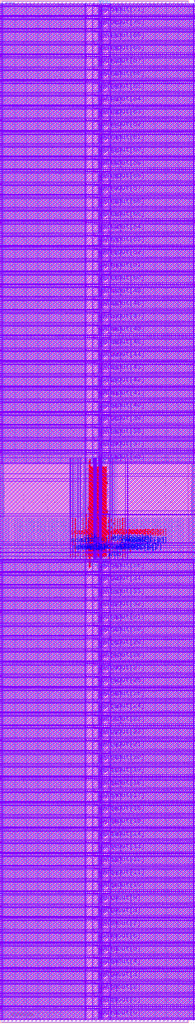
<source format=lef>
VERSION 5.8 ;
BUSBITCHARS "[]" ;
DIVIDERCHAR "/" ;

PROPERTYDEFINITIONS
  MACRO CatenaDesignType STRING ;
END PROPERTYDEFINITIONS

MACRO srambank_128x4x72_6t122
  CLASS BLOCK ;
  ORIGIN 0 0 ;
  FOREIGN srambank_128x4x72_6t122 0 0 ;
  SIZE 16.0 BY 86.4 ;
  SYMMETRY X Y ;
  SITE coreSite ;
  PIN VDD
    DIRECTION INOUT ;
    USE POWER ;
    PORT
      LAYER M4  ;
        RECT 0.0940 1.1720 16.4420 1.2200 ;
        RECT 0.0940 2.2520 16.4420 2.3000 ;
        RECT 0.0940 3.3320 16.4420 3.3800 ;
        RECT 0.0940 4.4120 16.4420 4.4600 ;
        RECT 0.0940 5.4920 16.4420 5.5400 ;
        RECT 0.0940 6.5720 16.4420 6.6200 ;
        RECT 0.0940 7.6520 16.4420 7.7000 ;
        RECT 0.0940 8.7320 16.4420 8.7800 ;
        RECT 0.0940 9.8120 16.4420 9.8600 ;
        RECT 0.0940 10.8920 16.4420 10.9400 ;
        RECT 0.0940 11.9720 16.4420 12.0200 ;
        RECT 0.0940 13.0520 16.4420 13.1000 ;
        RECT 0.0940 14.1320 16.4420 14.1800 ;
        RECT 0.0940 15.2120 16.4420 15.2600 ;
        RECT 0.0940 16.2920 16.4420 16.3400 ;
        RECT 0.0940 17.3720 16.4420 17.4200 ;
        RECT 0.0940 18.4520 16.4420 18.5000 ;
        RECT 0.0940 19.5320 16.4420 19.5800 ;
        RECT 0.0940 20.6120 16.4420 20.6600 ;
        RECT 0.0940 21.6920 16.4420 21.7400 ;
        RECT 0.0940 22.7720 16.4420 22.8200 ;
        RECT 0.0940 23.8520 16.4420 23.9000 ;
        RECT 0.0940 24.9320 16.4420 24.9800 ;
        RECT 0.0940 26.0120 16.4420 26.0600 ;
        RECT 0.0940 27.0920 16.4420 27.1400 ;
        RECT 0.0940 28.1720 16.4420 28.2200 ;
        RECT 0.0940 29.2520 16.4420 29.3000 ;
        RECT 0.0940 30.3320 16.4420 30.3800 ;
        RECT 0.0940 31.4120 16.4420 31.4600 ;
        RECT 0.0940 32.4920 16.4420 32.5400 ;
        RECT 0.0940 33.5720 16.4420 33.6200 ;
        RECT 0.0940 34.6520 16.4420 34.7000 ;
        RECT 0.0940 35.7320 16.4420 35.7800 ;
        RECT 0.0940 36.8120 16.4420 36.8600 ;
        RECT 0.0940 37.8920 16.4420 37.9400 ;
        RECT 0.0940 38.9720 16.4420 39.0200 ;
        RECT 3.5640 39.4530 12.9600 39.6690 ;
        RECT 9.1970 42.9570 9.3380 42.9810 ;
        RECT 9.0660 39.1730 9.3290 39.1970 ;
        RECT 7.3980 42.6210 9.1260 42.8370 ;
        RECT 7.3980 45.7890 9.1260 46.0050 ;
        RECT 0.0940 48.1790 16.4420 48.2270 ;
        RECT 0.0940 49.2590 16.4420 49.3070 ;
        RECT 0.0940 50.3390 16.4420 50.3870 ;
        RECT 0.0940 51.4190 16.4420 51.4670 ;
        RECT 0.0940 52.4990 16.4420 52.5470 ;
        RECT 0.0940 53.5790 16.4420 53.6270 ;
        RECT 0.0940 54.6590 16.4420 54.7070 ;
        RECT 0.0940 55.7390 16.4420 55.7870 ;
        RECT 0.0940 56.8190 16.4420 56.8670 ;
        RECT 0.0940 57.8990 16.4420 57.9470 ;
        RECT 0.0940 58.9790 16.4420 59.0270 ;
        RECT 0.0940 60.0590 16.4420 60.1070 ;
        RECT 0.0940 61.1390 16.4420 61.1870 ;
        RECT 0.0940 62.2190 16.4420 62.2670 ;
        RECT 0.0940 63.2990 16.4420 63.3470 ;
        RECT 0.0940 64.3790 16.4420 64.4270 ;
        RECT 0.0940 65.4590 16.4420 65.5070 ;
        RECT 0.0940 66.5390 16.4420 66.5870 ;
        RECT 0.0940 67.6190 16.4420 67.6670 ;
        RECT 0.0940 68.6990 16.4420 68.7470 ;
        RECT 0.0940 69.7790 16.4420 69.8270 ;
        RECT 0.0940 70.8590 16.4420 70.9070 ;
        RECT 0.0940 71.9390 16.4420 71.9870 ;
        RECT 0.0940 73.0190 16.4420 73.0670 ;
        RECT 0.0940 74.0990 16.4420 74.1470 ;
        RECT 0.0940 75.1790 16.4420 75.2270 ;
        RECT 0.0940 76.2590 16.4420 76.3070 ;
        RECT 0.0940 77.3390 16.4420 77.3870 ;
        RECT 0.0940 78.4190 16.4420 78.4670 ;
        RECT 0.0940 79.4990 16.4420 79.5470 ;
        RECT 0.0940 80.5790 16.4420 80.6270 ;
        RECT 0.0940 81.6590 16.4420 81.7070 ;
        RECT 0.0940 82.7390 16.4420 82.7870 ;
        RECT 0.0940 83.8190 16.4420 83.8670 ;
        RECT 0.0940 84.8990 16.4420 84.9470 ;
        RECT 0.0940 85.9790 16.4420 86.0270 ;
      LAYER M3  ;
        RECT 16.3940 0.2165 16.4120 1.3765 ;
        RECT 9.2840 0.2170 9.3020 1.3760 ;
        RECT 7.8800 0.2570 7.9700 1.3710 ;
        RECT 7.2320 0.2170 7.2500 1.3760 ;
        RECT 0.1220 0.2165 0.1400 1.3765 ;
        RECT 16.3940 1.2965 16.4120 2.4565 ;
        RECT 9.2840 1.2970 9.3020 2.4560 ;
        RECT 7.8800 1.3370 7.9700 2.4510 ;
        RECT 7.2320 1.2970 7.2500 2.4560 ;
        RECT 0.1220 1.2965 0.1400 2.4565 ;
        RECT 16.3940 2.3765 16.4120 3.5365 ;
        RECT 9.2840 2.3770 9.3020 3.5360 ;
        RECT 7.8800 2.4170 7.9700 3.5310 ;
        RECT 7.2320 2.3770 7.2500 3.5360 ;
        RECT 0.1220 2.3765 0.1400 3.5365 ;
        RECT 16.3940 3.4565 16.4120 4.6165 ;
        RECT 9.2840 3.4570 9.3020 4.6160 ;
        RECT 7.8800 3.4970 7.9700 4.6110 ;
        RECT 7.2320 3.4570 7.2500 4.6160 ;
        RECT 0.1220 3.4565 0.1400 4.6165 ;
        RECT 16.3940 4.5365 16.4120 5.6965 ;
        RECT 9.2840 4.5370 9.3020 5.6960 ;
        RECT 7.8800 4.5770 7.9700 5.6910 ;
        RECT 7.2320 4.5370 7.2500 5.6960 ;
        RECT 0.1220 4.5365 0.1400 5.6965 ;
        RECT 16.3940 5.6165 16.4120 6.7765 ;
        RECT 9.2840 5.6170 9.3020 6.7760 ;
        RECT 7.8800 5.6570 7.9700 6.7710 ;
        RECT 7.2320 5.6170 7.2500 6.7760 ;
        RECT 0.1220 5.6165 0.1400 6.7765 ;
        RECT 16.3940 6.6965 16.4120 7.8565 ;
        RECT 9.2840 6.6970 9.3020 7.8560 ;
        RECT 7.8800 6.7370 7.9700 7.8510 ;
        RECT 7.2320 6.6970 7.2500 7.8560 ;
        RECT 0.1220 6.6965 0.1400 7.8565 ;
        RECT 16.3940 7.7765 16.4120 8.9365 ;
        RECT 9.2840 7.7770 9.3020 8.9360 ;
        RECT 7.8800 7.8170 7.9700 8.9310 ;
        RECT 7.2320 7.7770 7.2500 8.9360 ;
        RECT 0.1220 7.7765 0.1400 8.9365 ;
        RECT 16.3940 8.8565 16.4120 10.0165 ;
        RECT 9.2840 8.8570 9.3020 10.0160 ;
        RECT 7.8800 8.8970 7.9700 10.0110 ;
        RECT 7.2320 8.8570 7.2500 10.0160 ;
        RECT 0.1220 8.8565 0.1400 10.0165 ;
        RECT 16.3940 9.9365 16.4120 11.0965 ;
        RECT 9.2840 9.9370 9.3020 11.0960 ;
        RECT 7.8800 9.9770 7.9700 11.0910 ;
        RECT 7.2320 9.9370 7.2500 11.0960 ;
        RECT 0.1220 9.9365 0.1400 11.0965 ;
        RECT 16.3940 11.0165 16.4120 12.1765 ;
        RECT 9.2840 11.0170 9.3020 12.1760 ;
        RECT 7.8800 11.0570 7.9700 12.1710 ;
        RECT 7.2320 11.0170 7.2500 12.1760 ;
        RECT 0.1220 11.0165 0.1400 12.1765 ;
        RECT 16.3940 12.0965 16.4120 13.2565 ;
        RECT 9.2840 12.0970 9.3020 13.2560 ;
        RECT 7.8800 12.1370 7.9700 13.2510 ;
        RECT 7.2320 12.0970 7.2500 13.2560 ;
        RECT 0.1220 12.0965 0.1400 13.2565 ;
        RECT 16.3940 13.1765 16.4120 14.3365 ;
        RECT 9.2840 13.1770 9.3020 14.3360 ;
        RECT 7.8800 13.2170 7.9700 14.3310 ;
        RECT 7.2320 13.1770 7.2500 14.3360 ;
        RECT 0.1220 13.1765 0.1400 14.3365 ;
        RECT 16.3940 14.2565 16.4120 15.4165 ;
        RECT 9.2840 14.2570 9.3020 15.4160 ;
        RECT 7.8800 14.2970 7.9700 15.4110 ;
        RECT 7.2320 14.2570 7.2500 15.4160 ;
        RECT 0.1220 14.2565 0.1400 15.4165 ;
        RECT 16.3940 15.3365 16.4120 16.4965 ;
        RECT 9.2840 15.3370 9.3020 16.4960 ;
        RECT 7.8800 15.3770 7.9700 16.4910 ;
        RECT 7.2320 15.3370 7.2500 16.4960 ;
        RECT 0.1220 15.3365 0.1400 16.4965 ;
        RECT 16.3940 16.4165 16.4120 17.5765 ;
        RECT 9.2840 16.4170 9.3020 17.5760 ;
        RECT 7.8800 16.4570 7.9700 17.5710 ;
        RECT 7.2320 16.4170 7.2500 17.5760 ;
        RECT 0.1220 16.4165 0.1400 17.5765 ;
        RECT 16.3940 17.4965 16.4120 18.6565 ;
        RECT 9.2840 17.4970 9.3020 18.6560 ;
        RECT 7.8800 17.5370 7.9700 18.6510 ;
        RECT 7.2320 17.4970 7.2500 18.6560 ;
        RECT 0.1220 17.4965 0.1400 18.6565 ;
        RECT 16.3940 18.5765 16.4120 19.7365 ;
        RECT 9.2840 18.5770 9.3020 19.7360 ;
        RECT 7.8800 18.6170 7.9700 19.7310 ;
        RECT 7.2320 18.5770 7.2500 19.7360 ;
        RECT 0.1220 18.5765 0.1400 19.7365 ;
        RECT 16.3940 19.6565 16.4120 20.8165 ;
        RECT 9.2840 19.6570 9.3020 20.8160 ;
        RECT 7.8800 19.6970 7.9700 20.8110 ;
        RECT 7.2320 19.6570 7.2500 20.8160 ;
        RECT 0.1220 19.6565 0.1400 20.8165 ;
        RECT 16.3940 20.7365 16.4120 21.8965 ;
        RECT 9.2840 20.7370 9.3020 21.8960 ;
        RECT 7.8800 20.7770 7.9700 21.8910 ;
        RECT 7.2320 20.7370 7.2500 21.8960 ;
        RECT 0.1220 20.7365 0.1400 21.8965 ;
        RECT 16.3940 21.8165 16.4120 22.9765 ;
        RECT 9.2840 21.8170 9.3020 22.9760 ;
        RECT 7.8800 21.8570 7.9700 22.9710 ;
        RECT 7.2320 21.8170 7.2500 22.9760 ;
        RECT 0.1220 21.8165 0.1400 22.9765 ;
        RECT 16.3940 22.8965 16.4120 24.0565 ;
        RECT 9.2840 22.8970 9.3020 24.0560 ;
        RECT 7.8800 22.9370 7.9700 24.0510 ;
        RECT 7.2320 22.8970 7.2500 24.0560 ;
        RECT 0.1220 22.8965 0.1400 24.0565 ;
        RECT 16.3940 23.9765 16.4120 25.1365 ;
        RECT 9.2840 23.9770 9.3020 25.1360 ;
        RECT 7.8800 24.0170 7.9700 25.1310 ;
        RECT 7.2320 23.9770 7.2500 25.1360 ;
        RECT 0.1220 23.9765 0.1400 25.1365 ;
        RECT 16.3940 25.0565 16.4120 26.2165 ;
        RECT 9.2840 25.0570 9.3020 26.2160 ;
        RECT 7.8800 25.0970 7.9700 26.2110 ;
        RECT 7.2320 25.0570 7.2500 26.2160 ;
        RECT 0.1220 25.0565 0.1400 26.2165 ;
        RECT 16.3940 26.1365 16.4120 27.2965 ;
        RECT 9.2840 26.1370 9.3020 27.2960 ;
        RECT 7.8800 26.1770 7.9700 27.2910 ;
        RECT 7.2320 26.1370 7.2500 27.2960 ;
        RECT 0.1220 26.1365 0.1400 27.2965 ;
        RECT 16.3940 27.2165 16.4120 28.3765 ;
        RECT 9.2840 27.2170 9.3020 28.3760 ;
        RECT 7.8800 27.2570 7.9700 28.3710 ;
        RECT 7.2320 27.2170 7.2500 28.3760 ;
        RECT 0.1220 27.2165 0.1400 28.3765 ;
        RECT 16.3940 28.2965 16.4120 29.4565 ;
        RECT 9.2840 28.2970 9.3020 29.4560 ;
        RECT 7.8800 28.3370 7.9700 29.4510 ;
        RECT 7.2320 28.2970 7.2500 29.4560 ;
        RECT 0.1220 28.2965 0.1400 29.4565 ;
        RECT 16.3940 29.3765 16.4120 30.5365 ;
        RECT 9.2840 29.3770 9.3020 30.5360 ;
        RECT 7.8800 29.4170 7.9700 30.5310 ;
        RECT 7.2320 29.3770 7.2500 30.5360 ;
        RECT 0.1220 29.3765 0.1400 30.5365 ;
        RECT 16.3940 30.4565 16.4120 31.6165 ;
        RECT 9.2840 30.4570 9.3020 31.6160 ;
        RECT 7.8800 30.4970 7.9700 31.6110 ;
        RECT 7.2320 30.4570 7.2500 31.6160 ;
        RECT 0.1220 30.4565 0.1400 31.6165 ;
        RECT 16.3940 31.5365 16.4120 32.6965 ;
        RECT 9.2840 31.5370 9.3020 32.6960 ;
        RECT 7.8800 31.5770 7.9700 32.6910 ;
        RECT 7.2320 31.5370 7.2500 32.6960 ;
        RECT 0.1220 31.5365 0.1400 32.6965 ;
        RECT 16.3940 32.6165 16.4120 33.7765 ;
        RECT 9.2840 32.6170 9.3020 33.7760 ;
        RECT 7.8800 32.6570 7.9700 33.7710 ;
        RECT 7.2320 32.6170 7.2500 33.7760 ;
        RECT 0.1220 32.6165 0.1400 33.7765 ;
        RECT 16.3940 33.6965 16.4120 34.8565 ;
        RECT 9.2840 33.6970 9.3020 34.8560 ;
        RECT 7.8800 33.7370 7.9700 34.8510 ;
        RECT 7.2320 33.6970 7.2500 34.8560 ;
        RECT 0.1220 33.6965 0.1400 34.8565 ;
        RECT 16.3940 34.7765 16.4120 35.9365 ;
        RECT 9.2840 34.7770 9.3020 35.9360 ;
        RECT 7.8800 34.8170 7.9700 35.9310 ;
        RECT 7.2320 34.7770 7.2500 35.9360 ;
        RECT 0.1220 34.7765 0.1400 35.9365 ;
        RECT 16.3940 35.8565 16.4120 37.0165 ;
        RECT 9.2840 35.8570 9.3020 37.0160 ;
        RECT 7.8800 35.8970 7.9700 37.0110 ;
        RECT 7.2320 35.8570 7.2500 37.0160 ;
        RECT 0.1220 35.8565 0.1400 37.0165 ;
        RECT 16.3940 36.9365 16.4120 38.0965 ;
        RECT 9.2840 36.9370 9.3020 38.0960 ;
        RECT 7.8800 36.9770 7.9700 38.0910 ;
        RECT 7.2320 36.9370 7.2500 38.0960 ;
        RECT 0.1220 36.9365 0.1400 38.0965 ;
        RECT 16.3940 38.0165 16.4120 39.1765 ;
        RECT 9.2840 38.0170 9.3020 39.1760 ;
        RECT 7.8800 38.0570 7.9700 39.1710 ;
        RECT 7.2320 38.0170 7.2500 39.1760 ;
        RECT 0.1220 38.0165 0.1400 39.1765 ;
        RECT 16.3890 39.0905 16.4070 47.2975 ;
        RECT 9.2970 42.9100 9.3150 47.2585 ;
        RECT 9.2790 39.1235 9.2970 39.2615 ;
        RECT 7.9110 39.4140 8.1450 46.9970 ;
        RECT 7.8750 46.9140 7.9650 47.2900 ;
        RECT 7.8750 39.1300 7.9650 39.5060 ;
        RECT 0.1170 39.0905 0.1350 47.2975 ;
        RECT 16.3940 47.2235 16.4120 48.3835 ;
        RECT 9.2840 47.2240 9.3020 48.3830 ;
        RECT 7.8800 47.2640 7.9700 48.3780 ;
        RECT 7.2320 47.2240 7.2500 48.3830 ;
        RECT 0.1220 47.2235 0.1400 48.3835 ;
        RECT 16.3940 48.3035 16.4120 49.4635 ;
        RECT 9.2840 48.3040 9.3020 49.4630 ;
        RECT 7.8800 48.3440 7.9700 49.4580 ;
        RECT 7.2320 48.3040 7.2500 49.4630 ;
        RECT 0.1220 48.3035 0.1400 49.4635 ;
        RECT 16.3940 49.3835 16.4120 50.5435 ;
        RECT 9.2840 49.3840 9.3020 50.5430 ;
        RECT 7.8800 49.4240 7.9700 50.5380 ;
        RECT 7.2320 49.3840 7.2500 50.5430 ;
        RECT 0.1220 49.3835 0.1400 50.5435 ;
        RECT 16.3940 50.4635 16.4120 51.6235 ;
        RECT 9.2840 50.4640 9.3020 51.6230 ;
        RECT 7.8800 50.5040 7.9700 51.6180 ;
        RECT 7.2320 50.4640 7.2500 51.6230 ;
        RECT 0.1220 50.4635 0.1400 51.6235 ;
        RECT 16.3940 51.5435 16.4120 52.7035 ;
        RECT 9.2840 51.5440 9.3020 52.7030 ;
        RECT 7.8800 51.5840 7.9700 52.6980 ;
        RECT 7.2320 51.5440 7.2500 52.7030 ;
        RECT 0.1220 51.5435 0.1400 52.7035 ;
        RECT 16.3940 52.6235 16.4120 53.7835 ;
        RECT 9.2840 52.6240 9.3020 53.7830 ;
        RECT 7.8800 52.6640 7.9700 53.7780 ;
        RECT 7.2320 52.6240 7.2500 53.7830 ;
        RECT 0.1220 52.6235 0.1400 53.7835 ;
        RECT 16.3940 53.7035 16.4120 54.8635 ;
        RECT 9.2840 53.7040 9.3020 54.8630 ;
        RECT 7.8800 53.7440 7.9700 54.8580 ;
        RECT 7.2320 53.7040 7.2500 54.8630 ;
        RECT 0.1220 53.7035 0.1400 54.8635 ;
        RECT 16.3940 54.7835 16.4120 55.9435 ;
        RECT 9.2840 54.7840 9.3020 55.9430 ;
        RECT 7.8800 54.8240 7.9700 55.9380 ;
        RECT 7.2320 54.7840 7.2500 55.9430 ;
        RECT 0.1220 54.7835 0.1400 55.9435 ;
        RECT 16.3940 55.8635 16.4120 57.0235 ;
        RECT 9.2840 55.8640 9.3020 57.0230 ;
        RECT 7.8800 55.9040 7.9700 57.0180 ;
        RECT 7.2320 55.8640 7.2500 57.0230 ;
        RECT 0.1220 55.8635 0.1400 57.0235 ;
        RECT 16.3940 56.9435 16.4120 58.1035 ;
        RECT 9.2840 56.9440 9.3020 58.1030 ;
        RECT 7.8800 56.9840 7.9700 58.0980 ;
        RECT 7.2320 56.9440 7.2500 58.1030 ;
        RECT 0.1220 56.9435 0.1400 58.1035 ;
        RECT 16.3940 58.0235 16.4120 59.1835 ;
        RECT 9.2840 58.0240 9.3020 59.1830 ;
        RECT 7.8800 58.0640 7.9700 59.1780 ;
        RECT 7.2320 58.0240 7.2500 59.1830 ;
        RECT 0.1220 58.0235 0.1400 59.1835 ;
        RECT 16.3940 59.1035 16.4120 60.2635 ;
        RECT 9.2840 59.1040 9.3020 60.2630 ;
        RECT 7.8800 59.1440 7.9700 60.2580 ;
        RECT 7.2320 59.1040 7.2500 60.2630 ;
        RECT 0.1220 59.1035 0.1400 60.2635 ;
        RECT 16.3940 60.1835 16.4120 61.3435 ;
        RECT 9.2840 60.1840 9.3020 61.3430 ;
        RECT 7.8800 60.2240 7.9700 61.3380 ;
        RECT 7.2320 60.1840 7.2500 61.3430 ;
        RECT 0.1220 60.1835 0.1400 61.3435 ;
        RECT 16.3940 61.2635 16.4120 62.4235 ;
        RECT 9.2840 61.2640 9.3020 62.4230 ;
        RECT 7.8800 61.3040 7.9700 62.4180 ;
        RECT 7.2320 61.2640 7.2500 62.4230 ;
        RECT 0.1220 61.2635 0.1400 62.4235 ;
        RECT 16.3940 62.3435 16.4120 63.5035 ;
        RECT 9.2840 62.3440 9.3020 63.5030 ;
        RECT 7.8800 62.3840 7.9700 63.4980 ;
        RECT 7.2320 62.3440 7.2500 63.5030 ;
        RECT 0.1220 62.3435 0.1400 63.5035 ;
        RECT 16.3940 63.4235 16.4120 64.5835 ;
        RECT 9.2840 63.4240 9.3020 64.5830 ;
        RECT 7.8800 63.4640 7.9700 64.5780 ;
        RECT 7.2320 63.4240 7.2500 64.5830 ;
        RECT 0.1220 63.4235 0.1400 64.5835 ;
        RECT 16.3940 64.5035 16.4120 65.6635 ;
        RECT 9.2840 64.5040 9.3020 65.6630 ;
        RECT 7.8800 64.5440 7.9700 65.6580 ;
        RECT 7.2320 64.5040 7.2500 65.6630 ;
        RECT 0.1220 64.5035 0.1400 65.6635 ;
        RECT 16.3940 65.5835 16.4120 66.7435 ;
        RECT 9.2840 65.5840 9.3020 66.7430 ;
        RECT 7.8800 65.6240 7.9700 66.7380 ;
        RECT 7.2320 65.5840 7.2500 66.7430 ;
        RECT 0.1220 65.5835 0.1400 66.7435 ;
        RECT 16.3940 66.6635 16.4120 67.8235 ;
        RECT 9.2840 66.6640 9.3020 67.8230 ;
        RECT 7.8800 66.7040 7.9700 67.8180 ;
        RECT 7.2320 66.6640 7.2500 67.8230 ;
        RECT 0.1220 66.6635 0.1400 67.8235 ;
        RECT 16.3940 67.7435 16.4120 68.9035 ;
        RECT 9.2840 67.7440 9.3020 68.9030 ;
        RECT 7.8800 67.7840 7.9700 68.8980 ;
        RECT 7.2320 67.7440 7.2500 68.9030 ;
        RECT 0.1220 67.7435 0.1400 68.9035 ;
        RECT 16.3940 68.8235 16.4120 69.9835 ;
        RECT 9.2840 68.8240 9.3020 69.9830 ;
        RECT 7.8800 68.8640 7.9700 69.9780 ;
        RECT 7.2320 68.8240 7.2500 69.9830 ;
        RECT 0.1220 68.8235 0.1400 69.9835 ;
        RECT 16.3940 69.9035 16.4120 71.0635 ;
        RECT 9.2840 69.9040 9.3020 71.0630 ;
        RECT 7.8800 69.9440 7.9700 71.0580 ;
        RECT 7.2320 69.9040 7.2500 71.0630 ;
        RECT 0.1220 69.9035 0.1400 71.0635 ;
        RECT 16.3940 70.9835 16.4120 72.1435 ;
        RECT 9.2840 70.9840 9.3020 72.1430 ;
        RECT 7.8800 71.0240 7.9700 72.1380 ;
        RECT 7.2320 70.9840 7.2500 72.1430 ;
        RECT 0.1220 70.9835 0.1400 72.1435 ;
        RECT 16.3940 72.0635 16.4120 73.2235 ;
        RECT 9.2840 72.0640 9.3020 73.2230 ;
        RECT 7.8800 72.1040 7.9700 73.2180 ;
        RECT 7.2320 72.0640 7.2500 73.2230 ;
        RECT 0.1220 72.0635 0.1400 73.2235 ;
        RECT 16.3940 73.1435 16.4120 74.3035 ;
        RECT 9.2840 73.1440 9.3020 74.3030 ;
        RECT 7.8800 73.1840 7.9700 74.2980 ;
        RECT 7.2320 73.1440 7.2500 74.3030 ;
        RECT 0.1220 73.1435 0.1400 74.3035 ;
        RECT 16.3940 74.2235 16.4120 75.3835 ;
        RECT 9.2840 74.2240 9.3020 75.3830 ;
        RECT 7.8800 74.2640 7.9700 75.3780 ;
        RECT 7.2320 74.2240 7.2500 75.3830 ;
        RECT 0.1220 74.2235 0.1400 75.3835 ;
        RECT 16.3940 75.3035 16.4120 76.4635 ;
        RECT 9.2840 75.3040 9.3020 76.4630 ;
        RECT 7.8800 75.3440 7.9700 76.4580 ;
        RECT 7.2320 75.3040 7.2500 76.4630 ;
        RECT 0.1220 75.3035 0.1400 76.4635 ;
        RECT 16.3940 76.3835 16.4120 77.5435 ;
        RECT 9.2840 76.3840 9.3020 77.5430 ;
        RECT 7.8800 76.4240 7.9700 77.5380 ;
        RECT 7.2320 76.3840 7.2500 77.5430 ;
        RECT 0.1220 76.3835 0.1400 77.5435 ;
        RECT 16.3940 77.4635 16.4120 78.6235 ;
        RECT 9.2840 77.4640 9.3020 78.6230 ;
        RECT 7.8800 77.5040 7.9700 78.6180 ;
        RECT 7.2320 77.4640 7.2500 78.6230 ;
        RECT 0.1220 77.4635 0.1400 78.6235 ;
        RECT 16.3940 78.5435 16.4120 79.7035 ;
        RECT 9.2840 78.5440 9.3020 79.7030 ;
        RECT 7.8800 78.5840 7.9700 79.6980 ;
        RECT 7.2320 78.5440 7.2500 79.7030 ;
        RECT 0.1220 78.5435 0.1400 79.7035 ;
        RECT 16.3940 79.6235 16.4120 80.7835 ;
        RECT 9.2840 79.6240 9.3020 80.7830 ;
        RECT 7.8800 79.6640 7.9700 80.7780 ;
        RECT 7.2320 79.6240 7.2500 80.7830 ;
        RECT 0.1220 79.6235 0.1400 80.7835 ;
        RECT 16.3940 80.7035 16.4120 81.8635 ;
        RECT 9.2840 80.7040 9.3020 81.8630 ;
        RECT 7.8800 80.7440 7.9700 81.8580 ;
        RECT 7.2320 80.7040 7.2500 81.8630 ;
        RECT 0.1220 80.7035 0.1400 81.8635 ;
        RECT 16.3940 81.7835 16.4120 82.9435 ;
        RECT 9.2840 81.7840 9.3020 82.9430 ;
        RECT 7.8800 81.8240 7.9700 82.9380 ;
        RECT 7.2320 81.7840 7.2500 82.9430 ;
        RECT 0.1220 81.7835 0.1400 82.9435 ;
        RECT 16.3940 82.8635 16.4120 84.0235 ;
        RECT 9.2840 82.8640 9.3020 84.0230 ;
        RECT 7.8800 82.9040 7.9700 84.0180 ;
        RECT 7.2320 82.8640 7.2500 84.0230 ;
        RECT 0.1220 82.8635 0.1400 84.0235 ;
        RECT 16.3940 83.9435 16.4120 85.1035 ;
        RECT 9.2840 83.9440 9.3020 85.1030 ;
        RECT 7.8800 83.9840 7.9700 85.0980 ;
        RECT 7.2320 83.9440 7.2500 85.1030 ;
        RECT 0.1220 83.9435 0.1400 85.1035 ;
        RECT 16.3940 85.0235 16.4120 86.1835 ;
        RECT 9.2840 85.0240 9.3020 86.1830 ;
        RECT 7.8800 85.0640 7.9700 86.1780 ;
        RECT 7.2320 85.0240 7.2500 86.1830 ;
        RECT 0.1220 85.0235 0.1400 86.1835 ;
      LAYER V3  ;
        RECT 0.1220 1.1720 0.1400 1.2200 ;
        RECT 7.2320 1.1720 7.2500 1.2200 ;
        RECT 7.8800 1.1720 7.9700 1.2200 ;
        RECT 9.2840 1.1720 9.3020 1.2200 ;
        RECT 16.3940 1.1720 16.4120 1.2200 ;
        RECT 0.1220 2.2520 0.1400 2.3000 ;
        RECT 7.2320 2.2520 7.2500 2.3000 ;
        RECT 7.8800 2.2520 7.9700 2.3000 ;
        RECT 9.2840 2.2520 9.3020 2.3000 ;
        RECT 16.3940 2.2520 16.4120 2.3000 ;
        RECT 0.1220 3.3320 0.1400 3.3800 ;
        RECT 7.2320 3.3320 7.2500 3.3800 ;
        RECT 7.8800 3.3320 7.9700 3.3800 ;
        RECT 9.2840 3.3320 9.3020 3.3800 ;
        RECT 16.3940 3.3320 16.4120 3.3800 ;
        RECT 0.1220 4.4120 0.1400 4.4600 ;
        RECT 7.2320 4.4120 7.2500 4.4600 ;
        RECT 7.8800 4.4120 7.9700 4.4600 ;
        RECT 9.2840 4.4120 9.3020 4.4600 ;
        RECT 16.3940 4.4120 16.4120 4.4600 ;
        RECT 0.1220 5.4920 0.1400 5.5400 ;
        RECT 7.2320 5.4920 7.2500 5.5400 ;
        RECT 7.8800 5.4920 7.9700 5.5400 ;
        RECT 9.2840 5.4920 9.3020 5.5400 ;
        RECT 16.3940 5.4920 16.4120 5.5400 ;
        RECT 0.1220 6.5720 0.1400 6.6200 ;
        RECT 7.2320 6.5720 7.2500 6.6200 ;
        RECT 7.8800 6.5720 7.9700 6.6200 ;
        RECT 9.2840 6.5720 9.3020 6.6200 ;
        RECT 16.3940 6.5720 16.4120 6.6200 ;
        RECT 0.1220 7.6520 0.1400 7.7000 ;
        RECT 7.2320 7.6520 7.2500 7.7000 ;
        RECT 7.8800 7.6520 7.9700 7.7000 ;
        RECT 9.2840 7.6520 9.3020 7.7000 ;
        RECT 16.3940 7.6520 16.4120 7.7000 ;
        RECT 0.1220 8.7320 0.1400 8.7800 ;
        RECT 7.2320 8.7320 7.2500 8.7800 ;
        RECT 7.8800 8.7320 7.9700 8.7800 ;
        RECT 9.2840 8.7320 9.3020 8.7800 ;
        RECT 16.3940 8.7320 16.4120 8.7800 ;
        RECT 0.1220 9.8120 0.1400 9.8600 ;
        RECT 7.2320 9.8120 7.2500 9.8600 ;
        RECT 7.8800 9.8120 7.9700 9.8600 ;
        RECT 9.2840 9.8120 9.3020 9.8600 ;
        RECT 16.3940 9.8120 16.4120 9.8600 ;
        RECT 0.1220 10.8920 0.1400 10.9400 ;
        RECT 7.2320 10.8920 7.2500 10.9400 ;
        RECT 7.8800 10.8920 7.9700 10.9400 ;
        RECT 9.2840 10.8920 9.3020 10.9400 ;
        RECT 16.3940 10.8920 16.4120 10.9400 ;
        RECT 0.1220 11.9720 0.1400 12.0200 ;
        RECT 7.2320 11.9720 7.2500 12.0200 ;
        RECT 7.8800 11.9720 7.9700 12.0200 ;
        RECT 9.2840 11.9720 9.3020 12.0200 ;
        RECT 16.3940 11.9720 16.4120 12.0200 ;
        RECT 0.1220 13.0520 0.1400 13.1000 ;
        RECT 7.2320 13.0520 7.2500 13.1000 ;
        RECT 7.8800 13.0520 7.9700 13.1000 ;
        RECT 9.2840 13.0520 9.3020 13.1000 ;
        RECT 16.3940 13.0520 16.4120 13.1000 ;
        RECT 0.1220 14.1320 0.1400 14.1800 ;
        RECT 7.2320 14.1320 7.2500 14.1800 ;
        RECT 7.8800 14.1320 7.9700 14.1800 ;
        RECT 9.2840 14.1320 9.3020 14.1800 ;
        RECT 16.3940 14.1320 16.4120 14.1800 ;
        RECT 0.1220 15.2120 0.1400 15.2600 ;
        RECT 7.2320 15.2120 7.2500 15.2600 ;
        RECT 7.8800 15.2120 7.9700 15.2600 ;
        RECT 9.2840 15.2120 9.3020 15.2600 ;
        RECT 16.3940 15.2120 16.4120 15.2600 ;
        RECT 0.1220 16.2920 0.1400 16.3400 ;
        RECT 7.2320 16.2920 7.2500 16.3400 ;
        RECT 7.8800 16.2920 7.9700 16.3400 ;
        RECT 9.2840 16.2920 9.3020 16.3400 ;
        RECT 16.3940 16.2920 16.4120 16.3400 ;
        RECT 0.1220 17.3720 0.1400 17.4200 ;
        RECT 7.2320 17.3720 7.2500 17.4200 ;
        RECT 7.8800 17.3720 7.9700 17.4200 ;
        RECT 9.2840 17.3720 9.3020 17.4200 ;
        RECT 16.3940 17.3720 16.4120 17.4200 ;
        RECT 0.1220 18.4520 0.1400 18.5000 ;
        RECT 7.2320 18.4520 7.2500 18.5000 ;
        RECT 7.8800 18.4520 7.9700 18.5000 ;
        RECT 9.2840 18.4520 9.3020 18.5000 ;
        RECT 16.3940 18.4520 16.4120 18.5000 ;
        RECT 0.1220 19.5320 0.1400 19.5800 ;
        RECT 7.2320 19.5320 7.2500 19.5800 ;
        RECT 7.8800 19.5320 7.9700 19.5800 ;
        RECT 9.2840 19.5320 9.3020 19.5800 ;
        RECT 16.3940 19.5320 16.4120 19.5800 ;
        RECT 0.1220 20.6120 0.1400 20.6600 ;
        RECT 7.2320 20.6120 7.2500 20.6600 ;
        RECT 7.8800 20.6120 7.9700 20.6600 ;
        RECT 9.2840 20.6120 9.3020 20.6600 ;
        RECT 16.3940 20.6120 16.4120 20.6600 ;
        RECT 0.1220 21.6920 0.1400 21.7400 ;
        RECT 7.2320 21.6920 7.2500 21.7400 ;
        RECT 7.8800 21.6920 7.9700 21.7400 ;
        RECT 9.2840 21.6920 9.3020 21.7400 ;
        RECT 16.3940 21.6920 16.4120 21.7400 ;
        RECT 0.1220 22.7720 0.1400 22.8200 ;
        RECT 7.2320 22.7720 7.2500 22.8200 ;
        RECT 7.8800 22.7720 7.9700 22.8200 ;
        RECT 9.2840 22.7720 9.3020 22.8200 ;
        RECT 16.3940 22.7720 16.4120 22.8200 ;
        RECT 0.1220 23.8520 0.1400 23.9000 ;
        RECT 7.2320 23.8520 7.2500 23.9000 ;
        RECT 7.8800 23.8520 7.9700 23.9000 ;
        RECT 9.2840 23.8520 9.3020 23.9000 ;
        RECT 16.3940 23.8520 16.4120 23.9000 ;
        RECT 0.1220 24.9320 0.1400 24.9800 ;
        RECT 7.2320 24.9320 7.2500 24.9800 ;
        RECT 7.8800 24.9320 7.9700 24.9800 ;
        RECT 9.2840 24.9320 9.3020 24.9800 ;
        RECT 16.3940 24.9320 16.4120 24.9800 ;
        RECT 0.1220 26.0120 0.1400 26.0600 ;
        RECT 7.2320 26.0120 7.2500 26.0600 ;
        RECT 7.8800 26.0120 7.9700 26.0600 ;
        RECT 9.2840 26.0120 9.3020 26.0600 ;
        RECT 16.3940 26.0120 16.4120 26.0600 ;
        RECT 0.1220 27.0920 0.1400 27.1400 ;
        RECT 7.2320 27.0920 7.2500 27.1400 ;
        RECT 7.8800 27.0920 7.9700 27.1400 ;
        RECT 9.2840 27.0920 9.3020 27.1400 ;
        RECT 16.3940 27.0920 16.4120 27.1400 ;
        RECT 0.1220 28.1720 0.1400 28.2200 ;
        RECT 7.2320 28.1720 7.2500 28.2200 ;
        RECT 7.8800 28.1720 7.9700 28.2200 ;
        RECT 9.2840 28.1720 9.3020 28.2200 ;
        RECT 16.3940 28.1720 16.4120 28.2200 ;
        RECT 0.1220 29.2520 0.1400 29.3000 ;
        RECT 7.2320 29.2520 7.2500 29.3000 ;
        RECT 7.8800 29.2520 7.9700 29.3000 ;
        RECT 9.2840 29.2520 9.3020 29.3000 ;
        RECT 16.3940 29.2520 16.4120 29.3000 ;
        RECT 0.1220 30.3320 0.1400 30.3800 ;
        RECT 7.2320 30.3320 7.2500 30.3800 ;
        RECT 7.8800 30.3320 7.9700 30.3800 ;
        RECT 9.2840 30.3320 9.3020 30.3800 ;
        RECT 16.3940 30.3320 16.4120 30.3800 ;
        RECT 0.1220 31.4120 0.1400 31.4600 ;
        RECT 7.2320 31.4120 7.2500 31.4600 ;
        RECT 7.8800 31.4120 7.9700 31.4600 ;
        RECT 9.2840 31.4120 9.3020 31.4600 ;
        RECT 16.3940 31.4120 16.4120 31.4600 ;
        RECT 0.1220 32.4920 0.1400 32.5400 ;
        RECT 7.2320 32.4920 7.2500 32.5400 ;
        RECT 7.8800 32.4920 7.9700 32.5400 ;
        RECT 9.2840 32.4920 9.3020 32.5400 ;
        RECT 16.3940 32.4920 16.4120 32.5400 ;
        RECT 0.1220 33.5720 0.1400 33.6200 ;
        RECT 7.2320 33.5720 7.2500 33.6200 ;
        RECT 7.8800 33.5720 7.9700 33.6200 ;
        RECT 9.2840 33.5720 9.3020 33.6200 ;
        RECT 16.3940 33.5720 16.4120 33.6200 ;
        RECT 0.1220 34.6520 0.1400 34.7000 ;
        RECT 7.2320 34.6520 7.2500 34.7000 ;
        RECT 7.8800 34.6520 7.9700 34.7000 ;
        RECT 9.2840 34.6520 9.3020 34.7000 ;
        RECT 16.3940 34.6520 16.4120 34.7000 ;
        RECT 0.1220 35.7320 0.1400 35.7800 ;
        RECT 7.2320 35.7320 7.2500 35.7800 ;
        RECT 7.8800 35.7320 7.9700 35.7800 ;
        RECT 9.2840 35.7320 9.3020 35.7800 ;
        RECT 16.3940 35.7320 16.4120 35.7800 ;
        RECT 0.1220 36.8120 0.1400 36.8600 ;
        RECT 7.2320 36.8120 7.2500 36.8600 ;
        RECT 7.8800 36.8120 7.9700 36.8600 ;
        RECT 9.2840 36.8120 9.3020 36.8600 ;
        RECT 16.3940 36.8120 16.4120 36.8600 ;
        RECT 0.1220 37.8920 0.1400 37.9400 ;
        RECT 7.2320 37.8920 7.2500 37.9400 ;
        RECT 7.8800 37.8920 7.9700 37.9400 ;
        RECT 9.2840 37.8920 9.3020 37.9400 ;
        RECT 16.3940 37.8920 16.4120 37.9400 ;
        RECT 0.1220 38.9720 0.1400 39.0200 ;
        RECT 7.2320 38.9720 7.2500 39.0200 ;
        RECT 7.8800 38.9720 7.9700 39.0200 ;
        RECT 9.2840 38.9720 9.3020 39.0200 ;
        RECT 16.3940 38.9720 16.4120 39.0200 ;
        RECT 7.9150 45.7890 7.9330 46.0050 ;
        RECT 7.9150 42.6210 7.9330 42.8370 ;
        RECT 7.9150 39.4530 7.9330 39.6690 ;
        RECT 7.9670 45.7890 7.9850 46.0050 ;
        RECT 7.9670 42.6210 7.9850 42.8370 ;
        RECT 7.9670 39.4530 7.9850 39.6690 ;
        RECT 8.0190 45.7890 8.0370 46.0050 ;
        RECT 8.0190 42.6210 8.0370 42.8370 ;
        RECT 8.0190 39.4530 8.0370 39.6690 ;
        RECT 8.0710 45.7890 8.0890 46.0050 ;
        RECT 8.0710 42.6210 8.0890 42.8370 ;
        RECT 8.0710 39.4530 8.0890 39.6690 ;
        RECT 8.1230 45.7890 8.1410 46.0050 ;
        RECT 8.1230 42.6210 8.1410 42.8370 ;
        RECT 8.1230 39.4530 8.1410 39.6690 ;
        RECT 9.2790 39.1730 9.2970 39.1970 ;
        RECT 9.2970 42.9570 9.3150 42.9810 ;
        RECT 0.1220 48.1790 0.1400 48.2270 ;
        RECT 7.2320 48.1790 7.2500 48.2270 ;
        RECT 7.8800 48.1790 7.9700 48.2270 ;
        RECT 9.2840 48.1790 9.3020 48.2270 ;
        RECT 16.3940 48.1790 16.4120 48.2270 ;
        RECT 0.1220 49.2590 0.1400 49.3070 ;
        RECT 7.2320 49.2590 7.2500 49.3070 ;
        RECT 7.8800 49.2590 7.9700 49.3070 ;
        RECT 9.2840 49.2590 9.3020 49.3070 ;
        RECT 16.3940 49.2590 16.4120 49.3070 ;
        RECT 0.1220 50.3390 0.1400 50.3870 ;
        RECT 7.2320 50.3390 7.2500 50.3870 ;
        RECT 7.8800 50.3390 7.9700 50.3870 ;
        RECT 9.2840 50.3390 9.3020 50.3870 ;
        RECT 16.3940 50.3390 16.4120 50.3870 ;
        RECT 0.1220 51.4190 0.1400 51.4670 ;
        RECT 7.2320 51.4190 7.2500 51.4670 ;
        RECT 7.8800 51.4190 7.9700 51.4670 ;
        RECT 9.2840 51.4190 9.3020 51.4670 ;
        RECT 16.3940 51.4190 16.4120 51.4670 ;
        RECT 0.1220 52.4990 0.1400 52.5470 ;
        RECT 7.2320 52.4990 7.2500 52.5470 ;
        RECT 7.8800 52.4990 7.9700 52.5470 ;
        RECT 9.2840 52.4990 9.3020 52.5470 ;
        RECT 16.3940 52.4990 16.4120 52.5470 ;
        RECT 0.1220 53.5790 0.1400 53.6270 ;
        RECT 7.2320 53.5790 7.2500 53.6270 ;
        RECT 7.8800 53.5790 7.9700 53.6270 ;
        RECT 9.2840 53.5790 9.3020 53.6270 ;
        RECT 16.3940 53.5790 16.4120 53.6270 ;
        RECT 0.1220 54.6590 0.1400 54.7070 ;
        RECT 7.2320 54.6590 7.2500 54.7070 ;
        RECT 7.8800 54.6590 7.9700 54.7070 ;
        RECT 9.2840 54.6590 9.3020 54.7070 ;
        RECT 16.3940 54.6590 16.4120 54.7070 ;
        RECT 0.1220 55.7390 0.1400 55.7870 ;
        RECT 7.2320 55.7390 7.2500 55.7870 ;
        RECT 7.8800 55.7390 7.9700 55.7870 ;
        RECT 9.2840 55.7390 9.3020 55.7870 ;
        RECT 16.3940 55.7390 16.4120 55.7870 ;
        RECT 0.1220 56.8190 0.1400 56.8670 ;
        RECT 7.2320 56.8190 7.2500 56.8670 ;
        RECT 7.8800 56.8190 7.9700 56.8670 ;
        RECT 9.2840 56.8190 9.3020 56.8670 ;
        RECT 16.3940 56.8190 16.4120 56.8670 ;
        RECT 0.1220 57.8990 0.1400 57.9470 ;
        RECT 7.2320 57.8990 7.2500 57.9470 ;
        RECT 7.8800 57.8990 7.9700 57.9470 ;
        RECT 9.2840 57.8990 9.3020 57.9470 ;
        RECT 16.3940 57.8990 16.4120 57.9470 ;
        RECT 0.1220 58.9790 0.1400 59.0270 ;
        RECT 7.2320 58.9790 7.2500 59.0270 ;
        RECT 7.8800 58.9790 7.9700 59.0270 ;
        RECT 9.2840 58.9790 9.3020 59.0270 ;
        RECT 16.3940 58.9790 16.4120 59.0270 ;
        RECT 0.1220 60.0590 0.1400 60.1070 ;
        RECT 7.2320 60.0590 7.2500 60.1070 ;
        RECT 7.8800 60.0590 7.9700 60.1070 ;
        RECT 9.2840 60.0590 9.3020 60.1070 ;
        RECT 16.3940 60.0590 16.4120 60.1070 ;
        RECT 0.1220 61.1390 0.1400 61.1870 ;
        RECT 7.2320 61.1390 7.2500 61.1870 ;
        RECT 7.8800 61.1390 7.9700 61.1870 ;
        RECT 9.2840 61.1390 9.3020 61.1870 ;
        RECT 16.3940 61.1390 16.4120 61.1870 ;
        RECT 0.1220 62.2190 0.1400 62.2670 ;
        RECT 7.2320 62.2190 7.2500 62.2670 ;
        RECT 7.8800 62.2190 7.9700 62.2670 ;
        RECT 9.2840 62.2190 9.3020 62.2670 ;
        RECT 16.3940 62.2190 16.4120 62.2670 ;
        RECT 0.1220 63.2990 0.1400 63.3470 ;
        RECT 7.2320 63.2990 7.2500 63.3470 ;
        RECT 7.8800 63.2990 7.9700 63.3470 ;
        RECT 9.2840 63.2990 9.3020 63.3470 ;
        RECT 16.3940 63.2990 16.4120 63.3470 ;
        RECT 0.1220 64.3790 0.1400 64.4270 ;
        RECT 7.2320 64.3790 7.2500 64.4270 ;
        RECT 7.8800 64.3790 7.9700 64.4270 ;
        RECT 9.2840 64.3790 9.3020 64.4270 ;
        RECT 16.3940 64.3790 16.4120 64.4270 ;
        RECT 0.1220 65.4590 0.1400 65.5070 ;
        RECT 7.2320 65.4590 7.2500 65.5070 ;
        RECT 7.8800 65.4590 7.9700 65.5070 ;
        RECT 9.2840 65.4590 9.3020 65.5070 ;
        RECT 16.3940 65.4590 16.4120 65.5070 ;
        RECT 0.1220 66.5390 0.1400 66.5870 ;
        RECT 7.2320 66.5390 7.2500 66.5870 ;
        RECT 7.8800 66.5390 7.9700 66.5870 ;
        RECT 9.2840 66.5390 9.3020 66.5870 ;
        RECT 16.3940 66.5390 16.4120 66.5870 ;
        RECT 0.1220 67.6190 0.1400 67.6670 ;
        RECT 7.2320 67.6190 7.2500 67.6670 ;
        RECT 7.8800 67.6190 7.9700 67.6670 ;
        RECT 9.2840 67.6190 9.3020 67.6670 ;
        RECT 16.3940 67.6190 16.4120 67.6670 ;
        RECT 0.1220 68.6990 0.1400 68.7470 ;
        RECT 7.2320 68.6990 7.2500 68.7470 ;
        RECT 7.8800 68.6990 7.9700 68.7470 ;
        RECT 9.2840 68.6990 9.3020 68.7470 ;
        RECT 16.3940 68.6990 16.4120 68.7470 ;
        RECT 0.1220 69.7790 0.1400 69.8270 ;
        RECT 7.2320 69.7790 7.2500 69.8270 ;
        RECT 7.8800 69.7790 7.9700 69.8270 ;
        RECT 9.2840 69.7790 9.3020 69.8270 ;
        RECT 16.3940 69.7790 16.4120 69.8270 ;
        RECT 0.1220 70.8590 0.1400 70.9070 ;
        RECT 7.2320 70.8590 7.2500 70.9070 ;
        RECT 7.8800 70.8590 7.9700 70.9070 ;
        RECT 9.2840 70.8590 9.3020 70.9070 ;
        RECT 16.3940 70.8590 16.4120 70.9070 ;
        RECT 0.1220 71.9390 0.1400 71.9870 ;
        RECT 7.2320 71.9390 7.2500 71.9870 ;
        RECT 7.8800 71.9390 7.9700 71.9870 ;
        RECT 9.2840 71.9390 9.3020 71.9870 ;
        RECT 16.3940 71.9390 16.4120 71.9870 ;
        RECT 0.1220 73.0190 0.1400 73.0670 ;
        RECT 7.2320 73.0190 7.2500 73.0670 ;
        RECT 7.8800 73.0190 7.9700 73.0670 ;
        RECT 9.2840 73.0190 9.3020 73.0670 ;
        RECT 16.3940 73.0190 16.4120 73.0670 ;
        RECT 0.1220 74.0990 0.1400 74.1470 ;
        RECT 7.2320 74.0990 7.2500 74.1470 ;
        RECT 7.8800 74.0990 7.9700 74.1470 ;
        RECT 9.2840 74.0990 9.3020 74.1470 ;
        RECT 16.3940 74.0990 16.4120 74.1470 ;
        RECT 0.1220 75.1790 0.1400 75.2270 ;
        RECT 7.2320 75.1790 7.2500 75.2270 ;
        RECT 7.8800 75.1790 7.9700 75.2270 ;
        RECT 9.2840 75.1790 9.3020 75.2270 ;
        RECT 16.3940 75.1790 16.4120 75.2270 ;
        RECT 0.1220 76.2590 0.1400 76.3070 ;
        RECT 7.2320 76.2590 7.2500 76.3070 ;
        RECT 7.8800 76.2590 7.9700 76.3070 ;
        RECT 9.2840 76.2590 9.3020 76.3070 ;
        RECT 16.3940 76.2590 16.4120 76.3070 ;
        RECT 0.1220 77.3390 0.1400 77.3870 ;
        RECT 7.2320 77.3390 7.2500 77.3870 ;
        RECT 7.8800 77.3390 7.9700 77.3870 ;
        RECT 9.2840 77.3390 9.3020 77.3870 ;
        RECT 16.3940 77.3390 16.4120 77.3870 ;
        RECT 0.1220 78.4190 0.1400 78.4670 ;
        RECT 7.2320 78.4190 7.2500 78.4670 ;
        RECT 7.8800 78.4190 7.9700 78.4670 ;
        RECT 9.2840 78.4190 9.3020 78.4670 ;
        RECT 16.3940 78.4190 16.4120 78.4670 ;
        RECT 0.1220 79.4990 0.1400 79.5470 ;
        RECT 7.2320 79.4990 7.2500 79.5470 ;
        RECT 7.8800 79.4990 7.9700 79.5470 ;
        RECT 9.2840 79.4990 9.3020 79.5470 ;
        RECT 16.3940 79.4990 16.4120 79.5470 ;
        RECT 0.1220 80.5790 0.1400 80.6270 ;
        RECT 7.2320 80.5790 7.2500 80.6270 ;
        RECT 7.8800 80.5790 7.9700 80.6270 ;
        RECT 9.2840 80.5790 9.3020 80.6270 ;
        RECT 16.3940 80.5790 16.4120 80.6270 ;
        RECT 0.1220 81.6590 0.1400 81.7070 ;
        RECT 7.2320 81.6590 7.2500 81.7070 ;
        RECT 7.8800 81.6590 7.9700 81.7070 ;
        RECT 9.2840 81.6590 9.3020 81.7070 ;
        RECT 16.3940 81.6590 16.4120 81.7070 ;
        RECT 0.1220 82.7390 0.1400 82.7870 ;
        RECT 7.2320 82.7390 7.2500 82.7870 ;
        RECT 7.8800 82.7390 7.9700 82.7870 ;
        RECT 9.2840 82.7390 9.3020 82.7870 ;
        RECT 16.3940 82.7390 16.4120 82.7870 ;
        RECT 0.1220 83.8190 0.1400 83.8670 ;
        RECT 7.2320 83.8190 7.2500 83.8670 ;
        RECT 7.8800 83.8190 7.9700 83.8670 ;
        RECT 9.2840 83.8190 9.3020 83.8670 ;
        RECT 16.3940 83.8190 16.4120 83.8670 ;
        RECT 0.1220 84.8990 0.1400 84.9470 ;
        RECT 7.2320 84.8990 7.2500 84.9470 ;
        RECT 7.8800 84.8990 7.9700 84.9470 ;
        RECT 9.2840 84.8990 9.3020 84.9470 ;
        RECT 16.3940 84.8990 16.4120 84.9470 ;
        RECT 0.1220 85.9790 0.1400 86.0270 ;
        RECT 7.2320 85.9790 7.2500 86.0270 ;
        RECT 7.8800 85.9790 7.9700 86.0270 ;
        RECT 9.2840 85.9790 9.3020 86.0270 ;
        RECT 16.3940 85.9790 16.4120 86.0270 ;
      LAYER M5  ;
        RECT 9.2160 39.1550 9.2400 42.9990 ;
      LAYER V4  ;
        RECT 9.2160 42.9570 9.2400 42.9810 ;
        RECT 9.2160 39.4530 9.2400 39.6690 ;
        RECT 9.2160 39.1730 9.2400 39.1970 ;
    END
  END VDD
  PIN VSS
    DIRECTION INOUT ;
    USE POWER ;
    PORT
      LAYER M4  ;
        RECT 0.0940 1.0760 16.4370 1.1240 ;
        RECT 0.0940 2.1560 16.4370 2.2040 ;
        RECT 0.0940 3.2360 16.4370 3.2840 ;
        RECT 0.0940 4.3160 16.4370 4.3640 ;
        RECT 0.0940 5.3960 16.4370 5.4440 ;
        RECT 0.0940 6.4760 16.4370 6.5240 ;
        RECT 0.0940 7.5560 16.4370 7.6040 ;
        RECT 0.0940 8.6360 16.4370 8.6840 ;
        RECT 0.0940 9.7160 16.4370 9.7640 ;
        RECT 0.0940 10.7960 16.4370 10.8440 ;
        RECT 0.0940 11.8760 16.4370 11.9240 ;
        RECT 0.0940 12.9560 16.4370 13.0040 ;
        RECT 0.0940 14.0360 16.4370 14.0840 ;
        RECT 0.0940 15.1160 16.4370 15.1640 ;
        RECT 0.0940 16.1960 16.4370 16.2440 ;
        RECT 0.0940 17.2760 16.4370 17.3240 ;
        RECT 0.0940 18.3560 16.4370 18.4040 ;
        RECT 0.0940 19.4360 16.4370 19.4840 ;
        RECT 0.0940 20.5160 16.4370 20.5640 ;
        RECT 0.0940 21.5960 16.4370 21.6440 ;
        RECT 0.0940 22.6760 16.4370 22.7240 ;
        RECT 0.0940 23.7560 16.4370 23.8040 ;
        RECT 0.0940 24.8360 16.4370 24.8840 ;
        RECT 0.0940 25.9160 16.4370 25.9640 ;
        RECT 0.0940 26.9960 16.4370 27.0440 ;
        RECT 0.0940 28.0760 16.4370 28.1240 ;
        RECT 0.0940 29.1560 16.4370 29.2040 ;
        RECT 0.0940 30.2360 16.4370 30.2840 ;
        RECT 0.0940 31.3160 16.4370 31.3640 ;
        RECT 0.0940 32.3960 16.4370 32.4440 ;
        RECT 0.0940 33.4760 16.4370 33.5240 ;
        RECT 0.0940 34.5560 16.4370 34.6040 ;
        RECT 0.0940 35.6360 16.4370 35.6840 ;
        RECT 0.0940 36.7160 16.4370 36.7640 ;
        RECT 0.0940 37.7960 16.4370 37.8440 ;
        RECT 0.0940 38.8760 16.4370 38.9240 ;
        RECT 3.5640 39.8850 12.9600 40.1010 ;
        RECT 7.3980 43.0530 9.1260 43.2690 ;
        RECT 7.3980 46.2210 9.1260 46.4370 ;
        RECT 0.0940 48.0830 16.4370 48.1310 ;
        RECT 0.0940 49.1630 16.4370 49.2110 ;
        RECT 0.0940 50.2430 16.4370 50.2910 ;
        RECT 0.0940 51.3230 16.4370 51.3710 ;
        RECT 0.0940 52.4030 16.4370 52.4510 ;
        RECT 0.0940 53.4830 16.4370 53.5310 ;
        RECT 0.0940 54.5630 16.4370 54.6110 ;
        RECT 0.0940 55.6430 16.4370 55.6910 ;
        RECT 0.0940 56.7230 16.4370 56.7710 ;
        RECT 0.0940 57.8030 16.4370 57.8510 ;
        RECT 0.0940 58.8830 16.4370 58.9310 ;
        RECT 0.0940 59.9630 16.4370 60.0110 ;
        RECT 0.0940 61.0430 16.4370 61.0910 ;
        RECT 0.0940 62.1230 16.4370 62.1710 ;
        RECT 0.0940 63.2030 16.4370 63.2510 ;
        RECT 0.0940 64.2830 16.4370 64.3310 ;
        RECT 0.0940 65.3630 16.4370 65.4110 ;
        RECT 0.0940 66.4430 16.4370 66.4910 ;
        RECT 0.0940 67.5230 16.4370 67.5710 ;
        RECT 0.0940 68.6030 16.4370 68.6510 ;
        RECT 0.0940 69.6830 16.4370 69.7310 ;
        RECT 0.0940 70.7630 16.4370 70.8110 ;
        RECT 0.0940 71.8430 16.4370 71.8910 ;
        RECT 0.0940 72.9230 16.4370 72.9710 ;
        RECT 0.0940 74.0030 16.4370 74.0510 ;
        RECT 0.0940 75.0830 16.4370 75.1310 ;
        RECT 0.0940 76.1630 16.4370 76.2110 ;
        RECT 0.0940 77.2430 16.4370 77.2910 ;
        RECT 0.0940 78.3230 16.4370 78.3710 ;
        RECT 0.0940 79.4030 16.4370 79.4510 ;
        RECT 0.0940 80.4830 16.4370 80.5310 ;
        RECT 0.0940 81.5630 16.4370 81.6110 ;
        RECT 0.0940 82.6430 16.4370 82.6910 ;
        RECT 0.0940 83.7230 16.4370 83.7710 ;
        RECT 0.0940 84.8030 16.4370 84.8510 ;
        RECT 0.0940 85.8830 16.4370 85.9310 ;
      LAYER M3  ;
        RECT 16.3580 0.2165 16.3760 1.3765 ;
        RECT 9.3380 0.2165 9.3560 1.3765 ;
        RECT 8.5730 0.2530 8.6090 1.3670 ;
        RECT 8.4200 0.2530 8.4470 1.3670 ;
        RECT 7.1780 0.2165 7.1960 1.3765 ;
        RECT 0.1580 0.2165 0.1760 1.3765 ;
        RECT 16.3580 1.2965 16.3760 2.4565 ;
        RECT 9.3380 1.2965 9.3560 2.4565 ;
        RECT 8.5730 1.3330 8.6090 2.4470 ;
        RECT 8.4200 1.3330 8.4470 2.4470 ;
        RECT 7.1780 1.2965 7.1960 2.4565 ;
        RECT 0.1580 1.2965 0.1760 2.4565 ;
        RECT 16.3580 2.3765 16.3760 3.5365 ;
        RECT 9.3380 2.3765 9.3560 3.5365 ;
        RECT 8.5730 2.4130 8.6090 3.5270 ;
        RECT 8.4200 2.4130 8.4470 3.5270 ;
        RECT 7.1780 2.3765 7.1960 3.5365 ;
        RECT 0.1580 2.3765 0.1760 3.5365 ;
        RECT 16.3580 3.4565 16.3760 4.6165 ;
        RECT 9.3380 3.4565 9.3560 4.6165 ;
        RECT 8.5730 3.4930 8.6090 4.6070 ;
        RECT 8.4200 3.4930 8.4470 4.6070 ;
        RECT 7.1780 3.4565 7.1960 4.6165 ;
        RECT 0.1580 3.4565 0.1760 4.6165 ;
        RECT 16.3580 4.5365 16.3760 5.6965 ;
        RECT 9.3380 4.5365 9.3560 5.6965 ;
        RECT 8.5730 4.5730 8.6090 5.6870 ;
        RECT 8.4200 4.5730 8.4470 5.6870 ;
        RECT 7.1780 4.5365 7.1960 5.6965 ;
        RECT 0.1580 4.5365 0.1760 5.6965 ;
        RECT 16.3580 5.6165 16.3760 6.7765 ;
        RECT 9.3380 5.6165 9.3560 6.7765 ;
        RECT 8.5730 5.6530 8.6090 6.7670 ;
        RECT 8.4200 5.6530 8.4470 6.7670 ;
        RECT 7.1780 5.6165 7.1960 6.7765 ;
        RECT 0.1580 5.6165 0.1760 6.7765 ;
        RECT 16.3580 6.6965 16.3760 7.8565 ;
        RECT 9.3380 6.6965 9.3560 7.8565 ;
        RECT 8.5730 6.7330 8.6090 7.8470 ;
        RECT 8.4200 6.7330 8.4470 7.8470 ;
        RECT 7.1780 6.6965 7.1960 7.8565 ;
        RECT 0.1580 6.6965 0.1760 7.8565 ;
        RECT 16.3580 7.7765 16.3760 8.9365 ;
        RECT 9.3380 7.7765 9.3560 8.9365 ;
        RECT 8.5730 7.8130 8.6090 8.9270 ;
        RECT 8.4200 7.8130 8.4470 8.9270 ;
        RECT 7.1780 7.7765 7.1960 8.9365 ;
        RECT 0.1580 7.7765 0.1760 8.9365 ;
        RECT 16.3580 8.8565 16.3760 10.0165 ;
        RECT 9.3380 8.8565 9.3560 10.0165 ;
        RECT 8.5730 8.8930 8.6090 10.0070 ;
        RECT 8.4200 8.8930 8.4470 10.0070 ;
        RECT 7.1780 8.8565 7.1960 10.0165 ;
        RECT 0.1580 8.8565 0.1760 10.0165 ;
        RECT 16.3580 9.9365 16.3760 11.0965 ;
        RECT 9.3380 9.9365 9.3560 11.0965 ;
        RECT 8.5730 9.9730 8.6090 11.0870 ;
        RECT 8.4200 9.9730 8.4470 11.0870 ;
        RECT 7.1780 9.9365 7.1960 11.0965 ;
        RECT 0.1580 9.9365 0.1760 11.0965 ;
        RECT 16.3580 11.0165 16.3760 12.1765 ;
        RECT 9.3380 11.0165 9.3560 12.1765 ;
        RECT 8.5730 11.0530 8.6090 12.1670 ;
        RECT 8.4200 11.0530 8.4470 12.1670 ;
        RECT 7.1780 11.0165 7.1960 12.1765 ;
        RECT 0.1580 11.0165 0.1760 12.1765 ;
        RECT 16.3580 12.0965 16.3760 13.2565 ;
        RECT 9.3380 12.0965 9.3560 13.2565 ;
        RECT 8.5730 12.1330 8.6090 13.2470 ;
        RECT 8.4200 12.1330 8.4470 13.2470 ;
        RECT 7.1780 12.0965 7.1960 13.2565 ;
        RECT 0.1580 12.0965 0.1760 13.2565 ;
        RECT 16.3580 13.1765 16.3760 14.3365 ;
        RECT 9.3380 13.1765 9.3560 14.3365 ;
        RECT 8.5730 13.2130 8.6090 14.3270 ;
        RECT 8.4200 13.2130 8.4470 14.3270 ;
        RECT 7.1780 13.1765 7.1960 14.3365 ;
        RECT 0.1580 13.1765 0.1760 14.3365 ;
        RECT 16.3580 14.2565 16.3760 15.4165 ;
        RECT 9.3380 14.2565 9.3560 15.4165 ;
        RECT 8.5730 14.2930 8.6090 15.4070 ;
        RECT 8.4200 14.2930 8.4470 15.4070 ;
        RECT 7.1780 14.2565 7.1960 15.4165 ;
        RECT 0.1580 14.2565 0.1760 15.4165 ;
        RECT 16.3580 15.3365 16.3760 16.4965 ;
        RECT 9.3380 15.3365 9.3560 16.4965 ;
        RECT 8.5730 15.3730 8.6090 16.4870 ;
        RECT 8.4200 15.3730 8.4470 16.4870 ;
        RECT 7.1780 15.3365 7.1960 16.4965 ;
        RECT 0.1580 15.3365 0.1760 16.4965 ;
        RECT 16.3580 16.4165 16.3760 17.5765 ;
        RECT 9.3380 16.4165 9.3560 17.5765 ;
        RECT 8.5730 16.4530 8.6090 17.5670 ;
        RECT 8.4200 16.4530 8.4470 17.5670 ;
        RECT 7.1780 16.4165 7.1960 17.5765 ;
        RECT 0.1580 16.4165 0.1760 17.5765 ;
        RECT 16.3580 17.4965 16.3760 18.6565 ;
        RECT 9.3380 17.4965 9.3560 18.6565 ;
        RECT 8.5730 17.5330 8.6090 18.6470 ;
        RECT 8.4200 17.5330 8.4470 18.6470 ;
        RECT 7.1780 17.4965 7.1960 18.6565 ;
        RECT 0.1580 17.4965 0.1760 18.6565 ;
        RECT 16.3580 18.5765 16.3760 19.7365 ;
        RECT 9.3380 18.5765 9.3560 19.7365 ;
        RECT 8.5730 18.6130 8.6090 19.7270 ;
        RECT 8.4200 18.6130 8.4470 19.7270 ;
        RECT 7.1780 18.5765 7.1960 19.7365 ;
        RECT 0.1580 18.5765 0.1760 19.7365 ;
        RECT 16.3580 19.6565 16.3760 20.8165 ;
        RECT 9.3380 19.6565 9.3560 20.8165 ;
        RECT 8.5730 19.6930 8.6090 20.8070 ;
        RECT 8.4200 19.6930 8.4470 20.8070 ;
        RECT 7.1780 19.6565 7.1960 20.8165 ;
        RECT 0.1580 19.6565 0.1760 20.8165 ;
        RECT 16.3580 20.7365 16.3760 21.8965 ;
        RECT 9.3380 20.7365 9.3560 21.8965 ;
        RECT 8.5730 20.7730 8.6090 21.8870 ;
        RECT 8.4200 20.7730 8.4470 21.8870 ;
        RECT 7.1780 20.7365 7.1960 21.8965 ;
        RECT 0.1580 20.7365 0.1760 21.8965 ;
        RECT 16.3580 21.8165 16.3760 22.9765 ;
        RECT 9.3380 21.8165 9.3560 22.9765 ;
        RECT 8.5730 21.8530 8.6090 22.9670 ;
        RECT 8.4200 21.8530 8.4470 22.9670 ;
        RECT 7.1780 21.8165 7.1960 22.9765 ;
        RECT 0.1580 21.8165 0.1760 22.9765 ;
        RECT 16.3580 22.8965 16.3760 24.0565 ;
        RECT 9.3380 22.8965 9.3560 24.0565 ;
        RECT 8.5730 22.9330 8.6090 24.0470 ;
        RECT 8.4200 22.9330 8.4470 24.0470 ;
        RECT 7.1780 22.8965 7.1960 24.0565 ;
        RECT 0.1580 22.8965 0.1760 24.0565 ;
        RECT 16.3580 23.9765 16.3760 25.1365 ;
        RECT 9.3380 23.9765 9.3560 25.1365 ;
        RECT 8.5730 24.0130 8.6090 25.1270 ;
        RECT 8.4200 24.0130 8.4470 25.1270 ;
        RECT 7.1780 23.9765 7.1960 25.1365 ;
        RECT 0.1580 23.9765 0.1760 25.1365 ;
        RECT 16.3580 25.0565 16.3760 26.2165 ;
        RECT 9.3380 25.0565 9.3560 26.2165 ;
        RECT 8.5730 25.0930 8.6090 26.2070 ;
        RECT 8.4200 25.0930 8.4470 26.2070 ;
        RECT 7.1780 25.0565 7.1960 26.2165 ;
        RECT 0.1580 25.0565 0.1760 26.2165 ;
        RECT 16.3580 26.1365 16.3760 27.2965 ;
        RECT 9.3380 26.1365 9.3560 27.2965 ;
        RECT 8.5730 26.1730 8.6090 27.2870 ;
        RECT 8.4200 26.1730 8.4470 27.2870 ;
        RECT 7.1780 26.1365 7.1960 27.2965 ;
        RECT 0.1580 26.1365 0.1760 27.2965 ;
        RECT 16.3580 27.2165 16.3760 28.3765 ;
        RECT 9.3380 27.2165 9.3560 28.3765 ;
        RECT 8.5730 27.2530 8.6090 28.3670 ;
        RECT 8.4200 27.2530 8.4470 28.3670 ;
        RECT 7.1780 27.2165 7.1960 28.3765 ;
        RECT 0.1580 27.2165 0.1760 28.3765 ;
        RECT 16.3580 28.2965 16.3760 29.4565 ;
        RECT 9.3380 28.2965 9.3560 29.4565 ;
        RECT 8.5730 28.3330 8.6090 29.4470 ;
        RECT 8.4200 28.3330 8.4470 29.4470 ;
        RECT 7.1780 28.2965 7.1960 29.4565 ;
        RECT 0.1580 28.2965 0.1760 29.4565 ;
        RECT 16.3580 29.3765 16.3760 30.5365 ;
        RECT 9.3380 29.3765 9.3560 30.5365 ;
        RECT 8.5730 29.4130 8.6090 30.5270 ;
        RECT 8.4200 29.4130 8.4470 30.5270 ;
        RECT 7.1780 29.3765 7.1960 30.5365 ;
        RECT 0.1580 29.3765 0.1760 30.5365 ;
        RECT 16.3580 30.4565 16.3760 31.6165 ;
        RECT 9.3380 30.4565 9.3560 31.6165 ;
        RECT 8.5730 30.4930 8.6090 31.6070 ;
        RECT 8.4200 30.4930 8.4470 31.6070 ;
        RECT 7.1780 30.4565 7.1960 31.6165 ;
        RECT 0.1580 30.4565 0.1760 31.6165 ;
        RECT 16.3580 31.5365 16.3760 32.6965 ;
        RECT 9.3380 31.5365 9.3560 32.6965 ;
        RECT 8.5730 31.5730 8.6090 32.6870 ;
        RECT 8.4200 31.5730 8.4470 32.6870 ;
        RECT 7.1780 31.5365 7.1960 32.6965 ;
        RECT 0.1580 31.5365 0.1760 32.6965 ;
        RECT 16.3580 32.6165 16.3760 33.7765 ;
        RECT 9.3380 32.6165 9.3560 33.7765 ;
        RECT 8.5730 32.6530 8.6090 33.7670 ;
        RECT 8.4200 32.6530 8.4470 33.7670 ;
        RECT 7.1780 32.6165 7.1960 33.7765 ;
        RECT 0.1580 32.6165 0.1760 33.7765 ;
        RECT 16.3580 33.6965 16.3760 34.8565 ;
        RECT 9.3380 33.6965 9.3560 34.8565 ;
        RECT 8.5730 33.7330 8.6090 34.8470 ;
        RECT 8.4200 33.7330 8.4470 34.8470 ;
        RECT 7.1780 33.6965 7.1960 34.8565 ;
        RECT 0.1580 33.6965 0.1760 34.8565 ;
        RECT 16.3580 34.7765 16.3760 35.9365 ;
        RECT 9.3380 34.7765 9.3560 35.9365 ;
        RECT 8.5730 34.8130 8.6090 35.9270 ;
        RECT 8.4200 34.8130 8.4470 35.9270 ;
        RECT 7.1780 34.7765 7.1960 35.9365 ;
        RECT 0.1580 34.7765 0.1760 35.9365 ;
        RECT 16.3580 35.8565 16.3760 37.0165 ;
        RECT 9.3380 35.8565 9.3560 37.0165 ;
        RECT 8.5730 35.8930 8.6090 37.0070 ;
        RECT 8.4200 35.8930 8.4470 37.0070 ;
        RECT 7.1780 35.8565 7.1960 37.0165 ;
        RECT 0.1580 35.8565 0.1760 37.0165 ;
        RECT 16.3580 36.9365 16.3760 38.0965 ;
        RECT 9.3380 36.9365 9.3560 38.0965 ;
        RECT 8.5730 36.9730 8.6090 38.0870 ;
        RECT 8.4200 36.9730 8.4470 38.0870 ;
        RECT 7.1780 36.9365 7.1960 38.0965 ;
        RECT 0.1580 36.9365 0.1760 38.0965 ;
        RECT 16.3580 38.0165 16.3760 39.1765 ;
        RECT 9.3380 38.0165 9.3560 39.1765 ;
        RECT 8.5730 38.0530 8.6090 39.1670 ;
        RECT 8.4200 38.0530 8.4470 39.1670 ;
        RECT 7.1780 38.0165 7.1960 39.1765 ;
        RECT 0.1580 38.0165 0.1760 39.1765 ;
        RECT 16.3530 39.0905 16.3710 47.2975 ;
        RECT 9.3330 39.0905 9.3510 47.2975 ;
        RECT 8.3790 39.3140 8.6130 46.9970 ;
        RECT 8.5680 39.1345 8.6040 47.2540 ;
        RECT 8.4150 39.1340 8.4420 47.2540 ;
        RECT 7.1730 39.0905 7.1910 47.2975 ;
        RECT 0.1530 39.0905 0.1710 47.2975 ;
        RECT 16.3580 47.2235 16.3760 48.3835 ;
        RECT 9.3380 47.2235 9.3560 48.3835 ;
        RECT 8.5730 47.2600 8.6090 48.3740 ;
        RECT 8.4200 47.2600 8.4470 48.3740 ;
        RECT 7.1780 47.2235 7.1960 48.3835 ;
        RECT 0.1580 47.2235 0.1760 48.3835 ;
        RECT 16.3580 48.3035 16.3760 49.4635 ;
        RECT 9.3380 48.3035 9.3560 49.4635 ;
        RECT 8.5730 48.3400 8.6090 49.4540 ;
        RECT 8.4200 48.3400 8.4470 49.4540 ;
        RECT 7.1780 48.3035 7.1960 49.4635 ;
        RECT 0.1580 48.3035 0.1760 49.4635 ;
        RECT 16.3580 49.3835 16.3760 50.5435 ;
        RECT 9.3380 49.3835 9.3560 50.5435 ;
        RECT 8.5730 49.4200 8.6090 50.5340 ;
        RECT 8.4200 49.4200 8.4470 50.5340 ;
        RECT 7.1780 49.3835 7.1960 50.5435 ;
        RECT 0.1580 49.3835 0.1760 50.5435 ;
        RECT 16.3580 50.4635 16.3760 51.6235 ;
        RECT 9.3380 50.4635 9.3560 51.6235 ;
        RECT 8.5730 50.5000 8.6090 51.6140 ;
        RECT 8.4200 50.5000 8.4470 51.6140 ;
        RECT 7.1780 50.4635 7.1960 51.6235 ;
        RECT 0.1580 50.4635 0.1760 51.6235 ;
        RECT 16.3580 51.5435 16.3760 52.7035 ;
        RECT 9.3380 51.5435 9.3560 52.7035 ;
        RECT 8.5730 51.5800 8.6090 52.6940 ;
        RECT 8.4200 51.5800 8.4470 52.6940 ;
        RECT 7.1780 51.5435 7.1960 52.7035 ;
        RECT 0.1580 51.5435 0.1760 52.7035 ;
        RECT 16.3580 52.6235 16.3760 53.7835 ;
        RECT 9.3380 52.6235 9.3560 53.7835 ;
        RECT 8.5730 52.6600 8.6090 53.7740 ;
        RECT 8.4200 52.6600 8.4470 53.7740 ;
        RECT 7.1780 52.6235 7.1960 53.7835 ;
        RECT 0.1580 52.6235 0.1760 53.7835 ;
        RECT 16.3580 53.7035 16.3760 54.8635 ;
        RECT 9.3380 53.7035 9.3560 54.8635 ;
        RECT 8.5730 53.7400 8.6090 54.8540 ;
        RECT 8.4200 53.7400 8.4470 54.8540 ;
        RECT 7.1780 53.7035 7.1960 54.8635 ;
        RECT 0.1580 53.7035 0.1760 54.8635 ;
        RECT 16.3580 54.7835 16.3760 55.9435 ;
        RECT 9.3380 54.7835 9.3560 55.9435 ;
        RECT 8.5730 54.8200 8.6090 55.9340 ;
        RECT 8.4200 54.8200 8.4470 55.9340 ;
        RECT 7.1780 54.7835 7.1960 55.9435 ;
        RECT 0.1580 54.7835 0.1760 55.9435 ;
        RECT 16.3580 55.8635 16.3760 57.0235 ;
        RECT 9.3380 55.8635 9.3560 57.0235 ;
        RECT 8.5730 55.9000 8.6090 57.0140 ;
        RECT 8.4200 55.9000 8.4470 57.0140 ;
        RECT 7.1780 55.8635 7.1960 57.0235 ;
        RECT 0.1580 55.8635 0.1760 57.0235 ;
        RECT 16.3580 56.9435 16.3760 58.1035 ;
        RECT 9.3380 56.9435 9.3560 58.1035 ;
        RECT 8.5730 56.9800 8.6090 58.0940 ;
        RECT 8.4200 56.9800 8.4470 58.0940 ;
        RECT 7.1780 56.9435 7.1960 58.1035 ;
        RECT 0.1580 56.9435 0.1760 58.1035 ;
        RECT 16.3580 58.0235 16.3760 59.1835 ;
        RECT 9.3380 58.0235 9.3560 59.1835 ;
        RECT 8.5730 58.0600 8.6090 59.1740 ;
        RECT 8.4200 58.0600 8.4470 59.1740 ;
        RECT 7.1780 58.0235 7.1960 59.1835 ;
        RECT 0.1580 58.0235 0.1760 59.1835 ;
        RECT 16.3580 59.1035 16.3760 60.2635 ;
        RECT 9.3380 59.1035 9.3560 60.2635 ;
        RECT 8.5730 59.1400 8.6090 60.2540 ;
        RECT 8.4200 59.1400 8.4470 60.2540 ;
        RECT 7.1780 59.1035 7.1960 60.2635 ;
        RECT 0.1580 59.1035 0.1760 60.2635 ;
        RECT 16.3580 60.1835 16.3760 61.3435 ;
        RECT 9.3380 60.1835 9.3560 61.3435 ;
        RECT 8.5730 60.2200 8.6090 61.3340 ;
        RECT 8.4200 60.2200 8.4470 61.3340 ;
        RECT 7.1780 60.1835 7.1960 61.3435 ;
        RECT 0.1580 60.1835 0.1760 61.3435 ;
        RECT 16.3580 61.2635 16.3760 62.4235 ;
        RECT 9.3380 61.2635 9.3560 62.4235 ;
        RECT 8.5730 61.3000 8.6090 62.4140 ;
        RECT 8.4200 61.3000 8.4470 62.4140 ;
        RECT 7.1780 61.2635 7.1960 62.4235 ;
        RECT 0.1580 61.2635 0.1760 62.4235 ;
        RECT 16.3580 62.3435 16.3760 63.5035 ;
        RECT 9.3380 62.3435 9.3560 63.5035 ;
        RECT 8.5730 62.3800 8.6090 63.4940 ;
        RECT 8.4200 62.3800 8.4470 63.4940 ;
        RECT 7.1780 62.3435 7.1960 63.5035 ;
        RECT 0.1580 62.3435 0.1760 63.5035 ;
        RECT 16.3580 63.4235 16.3760 64.5835 ;
        RECT 9.3380 63.4235 9.3560 64.5835 ;
        RECT 8.5730 63.4600 8.6090 64.5740 ;
        RECT 8.4200 63.4600 8.4470 64.5740 ;
        RECT 7.1780 63.4235 7.1960 64.5835 ;
        RECT 0.1580 63.4235 0.1760 64.5835 ;
        RECT 16.3580 64.5035 16.3760 65.6635 ;
        RECT 9.3380 64.5035 9.3560 65.6635 ;
        RECT 8.5730 64.5400 8.6090 65.6540 ;
        RECT 8.4200 64.5400 8.4470 65.6540 ;
        RECT 7.1780 64.5035 7.1960 65.6635 ;
        RECT 0.1580 64.5035 0.1760 65.6635 ;
        RECT 16.3580 65.5835 16.3760 66.7435 ;
        RECT 9.3380 65.5835 9.3560 66.7435 ;
        RECT 8.5730 65.6200 8.6090 66.7340 ;
        RECT 8.4200 65.6200 8.4470 66.7340 ;
        RECT 7.1780 65.5835 7.1960 66.7435 ;
        RECT 0.1580 65.5835 0.1760 66.7435 ;
        RECT 16.3580 66.6635 16.3760 67.8235 ;
        RECT 9.3380 66.6635 9.3560 67.8235 ;
        RECT 8.5730 66.7000 8.6090 67.8140 ;
        RECT 8.4200 66.7000 8.4470 67.8140 ;
        RECT 7.1780 66.6635 7.1960 67.8235 ;
        RECT 0.1580 66.6635 0.1760 67.8235 ;
        RECT 16.3580 67.7435 16.3760 68.9035 ;
        RECT 9.3380 67.7435 9.3560 68.9035 ;
        RECT 8.5730 67.7800 8.6090 68.8940 ;
        RECT 8.4200 67.7800 8.4470 68.8940 ;
        RECT 7.1780 67.7435 7.1960 68.9035 ;
        RECT 0.1580 67.7435 0.1760 68.9035 ;
        RECT 16.3580 68.8235 16.3760 69.9835 ;
        RECT 9.3380 68.8235 9.3560 69.9835 ;
        RECT 8.5730 68.8600 8.6090 69.9740 ;
        RECT 8.4200 68.8600 8.4470 69.9740 ;
        RECT 7.1780 68.8235 7.1960 69.9835 ;
        RECT 0.1580 68.8235 0.1760 69.9835 ;
        RECT 16.3580 69.9035 16.3760 71.0635 ;
        RECT 9.3380 69.9035 9.3560 71.0635 ;
        RECT 8.5730 69.9400 8.6090 71.0540 ;
        RECT 8.4200 69.9400 8.4470 71.0540 ;
        RECT 7.1780 69.9035 7.1960 71.0635 ;
        RECT 0.1580 69.9035 0.1760 71.0635 ;
        RECT 16.3580 70.9835 16.3760 72.1435 ;
        RECT 9.3380 70.9835 9.3560 72.1435 ;
        RECT 8.5730 71.0200 8.6090 72.1340 ;
        RECT 8.4200 71.0200 8.4470 72.1340 ;
        RECT 7.1780 70.9835 7.1960 72.1435 ;
        RECT 0.1580 70.9835 0.1760 72.1435 ;
        RECT 16.3580 72.0635 16.3760 73.2235 ;
        RECT 9.3380 72.0635 9.3560 73.2235 ;
        RECT 8.5730 72.1000 8.6090 73.2140 ;
        RECT 8.4200 72.1000 8.4470 73.2140 ;
        RECT 7.1780 72.0635 7.1960 73.2235 ;
        RECT 0.1580 72.0635 0.1760 73.2235 ;
        RECT 16.3580 73.1435 16.3760 74.3035 ;
        RECT 9.3380 73.1435 9.3560 74.3035 ;
        RECT 8.5730 73.1800 8.6090 74.2940 ;
        RECT 8.4200 73.1800 8.4470 74.2940 ;
        RECT 7.1780 73.1435 7.1960 74.3035 ;
        RECT 0.1580 73.1435 0.1760 74.3035 ;
        RECT 16.3580 74.2235 16.3760 75.3835 ;
        RECT 9.3380 74.2235 9.3560 75.3835 ;
        RECT 8.5730 74.2600 8.6090 75.3740 ;
        RECT 8.4200 74.2600 8.4470 75.3740 ;
        RECT 7.1780 74.2235 7.1960 75.3835 ;
        RECT 0.1580 74.2235 0.1760 75.3835 ;
        RECT 16.3580 75.3035 16.3760 76.4635 ;
        RECT 9.3380 75.3035 9.3560 76.4635 ;
        RECT 8.5730 75.3400 8.6090 76.4540 ;
        RECT 8.4200 75.3400 8.4470 76.4540 ;
        RECT 7.1780 75.3035 7.1960 76.4635 ;
        RECT 0.1580 75.3035 0.1760 76.4635 ;
        RECT 16.3580 76.3835 16.3760 77.5435 ;
        RECT 9.3380 76.3835 9.3560 77.5435 ;
        RECT 8.5730 76.4200 8.6090 77.5340 ;
        RECT 8.4200 76.4200 8.4470 77.5340 ;
        RECT 7.1780 76.3835 7.1960 77.5435 ;
        RECT 0.1580 76.3835 0.1760 77.5435 ;
        RECT 16.3580 77.4635 16.3760 78.6235 ;
        RECT 9.3380 77.4635 9.3560 78.6235 ;
        RECT 8.5730 77.5000 8.6090 78.6140 ;
        RECT 8.4200 77.5000 8.4470 78.6140 ;
        RECT 7.1780 77.4635 7.1960 78.6235 ;
        RECT 0.1580 77.4635 0.1760 78.6235 ;
        RECT 16.3580 78.5435 16.3760 79.7035 ;
        RECT 9.3380 78.5435 9.3560 79.7035 ;
        RECT 8.5730 78.5800 8.6090 79.6940 ;
        RECT 8.4200 78.5800 8.4470 79.6940 ;
        RECT 7.1780 78.5435 7.1960 79.7035 ;
        RECT 0.1580 78.5435 0.1760 79.7035 ;
        RECT 16.3580 79.6235 16.3760 80.7835 ;
        RECT 9.3380 79.6235 9.3560 80.7835 ;
        RECT 8.5730 79.6600 8.6090 80.7740 ;
        RECT 8.4200 79.6600 8.4470 80.7740 ;
        RECT 7.1780 79.6235 7.1960 80.7835 ;
        RECT 0.1580 79.6235 0.1760 80.7835 ;
        RECT 16.3580 80.7035 16.3760 81.8635 ;
        RECT 9.3380 80.7035 9.3560 81.8635 ;
        RECT 8.5730 80.7400 8.6090 81.8540 ;
        RECT 8.4200 80.7400 8.4470 81.8540 ;
        RECT 7.1780 80.7035 7.1960 81.8635 ;
        RECT 0.1580 80.7035 0.1760 81.8635 ;
        RECT 16.3580 81.7835 16.3760 82.9435 ;
        RECT 9.3380 81.7835 9.3560 82.9435 ;
        RECT 8.5730 81.8200 8.6090 82.9340 ;
        RECT 8.4200 81.8200 8.4470 82.9340 ;
        RECT 7.1780 81.7835 7.1960 82.9435 ;
        RECT 0.1580 81.7835 0.1760 82.9435 ;
        RECT 16.3580 82.8635 16.3760 84.0235 ;
        RECT 9.3380 82.8635 9.3560 84.0235 ;
        RECT 8.5730 82.9000 8.6090 84.0140 ;
        RECT 8.4200 82.9000 8.4470 84.0140 ;
        RECT 7.1780 82.8635 7.1960 84.0235 ;
        RECT 0.1580 82.8635 0.1760 84.0235 ;
        RECT 16.3580 83.9435 16.3760 85.1035 ;
        RECT 9.3380 83.9435 9.3560 85.1035 ;
        RECT 8.5730 83.9800 8.6090 85.0940 ;
        RECT 8.4200 83.9800 8.4470 85.0940 ;
        RECT 7.1780 83.9435 7.1960 85.1035 ;
        RECT 0.1580 83.9435 0.1760 85.1035 ;
        RECT 16.3580 85.0235 16.3760 86.1835 ;
        RECT 9.3380 85.0235 9.3560 86.1835 ;
        RECT 8.5730 85.0600 8.6090 86.1740 ;
        RECT 8.4200 85.0600 8.4470 86.1740 ;
        RECT 7.1780 85.0235 7.1960 86.1835 ;
        RECT 0.1580 85.0235 0.1760 86.1835 ;
      LAYER V3  ;
        RECT 0.1580 1.0760 0.1760 1.1240 ;
        RECT 7.1780 1.0760 7.1960 1.1240 ;
        RECT 8.4200 1.0760 8.4470 1.1240 ;
        RECT 8.5730 1.0760 8.6090 1.1240 ;
        RECT 9.3380 1.0760 9.3560 1.1240 ;
        RECT 16.3580 1.0760 16.3760 1.1240 ;
        RECT 0.1580 2.1560 0.1760 2.2040 ;
        RECT 7.1780 2.1560 7.1960 2.2040 ;
        RECT 8.4200 2.1560 8.4470 2.2040 ;
        RECT 8.5730 2.1560 8.6090 2.2040 ;
        RECT 9.3380 2.1560 9.3560 2.2040 ;
        RECT 16.3580 2.1560 16.3760 2.2040 ;
        RECT 0.1580 3.2360 0.1760 3.2840 ;
        RECT 7.1780 3.2360 7.1960 3.2840 ;
        RECT 8.4200 3.2360 8.4470 3.2840 ;
        RECT 8.5730 3.2360 8.6090 3.2840 ;
        RECT 9.3380 3.2360 9.3560 3.2840 ;
        RECT 16.3580 3.2360 16.3760 3.2840 ;
        RECT 0.1580 4.3160 0.1760 4.3640 ;
        RECT 7.1780 4.3160 7.1960 4.3640 ;
        RECT 8.4200 4.3160 8.4470 4.3640 ;
        RECT 8.5730 4.3160 8.6090 4.3640 ;
        RECT 9.3380 4.3160 9.3560 4.3640 ;
        RECT 16.3580 4.3160 16.3760 4.3640 ;
        RECT 0.1580 5.3960 0.1760 5.4440 ;
        RECT 7.1780 5.3960 7.1960 5.4440 ;
        RECT 8.4200 5.3960 8.4470 5.4440 ;
        RECT 8.5730 5.3960 8.6090 5.4440 ;
        RECT 9.3380 5.3960 9.3560 5.4440 ;
        RECT 16.3580 5.3960 16.3760 5.4440 ;
        RECT 0.1580 6.4760 0.1760 6.5240 ;
        RECT 7.1780 6.4760 7.1960 6.5240 ;
        RECT 8.4200 6.4760 8.4470 6.5240 ;
        RECT 8.5730 6.4760 8.6090 6.5240 ;
        RECT 9.3380 6.4760 9.3560 6.5240 ;
        RECT 16.3580 6.4760 16.3760 6.5240 ;
        RECT 0.1580 7.5560 0.1760 7.6040 ;
        RECT 7.1780 7.5560 7.1960 7.6040 ;
        RECT 8.4200 7.5560 8.4470 7.6040 ;
        RECT 8.5730 7.5560 8.6090 7.6040 ;
        RECT 9.3380 7.5560 9.3560 7.6040 ;
        RECT 16.3580 7.5560 16.3760 7.6040 ;
        RECT 0.1580 8.6360 0.1760 8.6840 ;
        RECT 7.1780 8.6360 7.1960 8.6840 ;
        RECT 8.4200 8.6360 8.4470 8.6840 ;
        RECT 8.5730 8.6360 8.6090 8.6840 ;
        RECT 9.3380 8.6360 9.3560 8.6840 ;
        RECT 16.3580 8.6360 16.3760 8.6840 ;
        RECT 0.1580 9.7160 0.1760 9.7640 ;
        RECT 7.1780 9.7160 7.1960 9.7640 ;
        RECT 8.4200 9.7160 8.4470 9.7640 ;
        RECT 8.5730 9.7160 8.6090 9.7640 ;
        RECT 9.3380 9.7160 9.3560 9.7640 ;
        RECT 16.3580 9.7160 16.3760 9.7640 ;
        RECT 0.1580 10.7960 0.1760 10.8440 ;
        RECT 7.1780 10.7960 7.1960 10.8440 ;
        RECT 8.4200 10.7960 8.4470 10.8440 ;
        RECT 8.5730 10.7960 8.6090 10.8440 ;
        RECT 9.3380 10.7960 9.3560 10.8440 ;
        RECT 16.3580 10.7960 16.3760 10.8440 ;
        RECT 0.1580 11.8760 0.1760 11.9240 ;
        RECT 7.1780 11.8760 7.1960 11.9240 ;
        RECT 8.4200 11.8760 8.4470 11.9240 ;
        RECT 8.5730 11.8760 8.6090 11.9240 ;
        RECT 9.3380 11.8760 9.3560 11.9240 ;
        RECT 16.3580 11.8760 16.3760 11.9240 ;
        RECT 0.1580 12.9560 0.1760 13.0040 ;
        RECT 7.1780 12.9560 7.1960 13.0040 ;
        RECT 8.4200 12.9560 8.4470 13.0040 ;
        RECT 8.5730 12.9560 8.6090 13.0040 ;
        RECT 9.3380 12.9560 9.3560 13.0040 ;
        RECT 16.3580 12.9560 16.3760 13.0040 ;
        RECT 0.1580 14.0360 0.1760 14.0840 ;
        RECT 7.1780 14.0360 7.1960 14.0840 ;
        RECT 8.4200 14.0360 8.4470 14.0840 ;
        RECT 8.5730 14.0360 8.6090 14.0840 ;
        RECT 9.3380 14.0360 9.3560 14.0840 ;
        RECT 16.3580 14.0360 16.3760 14.0840 ;
        RECT 0.1580 15.1160 0.1760 15.1640 ;
        RECT 7.1780 15.1160 7.1960 15.1640 ;
        RECT 8.4200 15.1160 8.4470 15.1640 ;
        RECT 8.5730 15.1160 8.6090 15.1640 ;
        RECT 9.3380 15.1160 9.3560 15.1640 ;
        RECT 16.3580 15.1160 16.3760 15.1640 ;
        RECT 0.1580 16.1960 0.1760 16.2440 ;
        RECT 7.1780 16.1960 7.1960 16.2440 ;
        RECT 8.4200 16.1960 8.4470 16.2440 ;
        RECT 8.5730 16.1960 8.6090 16.2440 ;
        RECT 9.3380 16.1960 9.3560 16.2440 ;
        RECT 16.3580 16.1960 16.3760 16.2440 ;
        RECT 0.1580 17.2760 0.1760 17.3240 ;
        RECT 7.1780 17.2760 7.1960 17.3240 ;
        RECT 8.4200 17.2760 8.4470 17.3240 ;
        RECT 8.5730 17.2760 8.6090 17.3240 ;
        RECT 9.3380 17.2760 9.3560 17.3240 ;
        RECT 16.3580 17.2760 16.3760 17.3240 ;
        RECT 0.1580 18.3560 0.1760 18.4040 ;
        RECT 7.1780 18.3560 7.1960 18.4040 ;
        RECT 8.4200 18.3560 8.4470 18.4040 ;
        RECT 8.5730 18.3560 8.6090 18.4040 ;
        RECT 9.3380 18.3560 9.3560 18.4040 ;
        RECT 16.3580 18.3560 16.3760 18.4040 ;
        RECT 0.1580 19.4360 0.1760 19.4840 ;
        RECT 7.1780 19.4360 7.1960 19.4840 ;
        RECT 8.4200 19.4360 8.4470 19.4840 ;
        RECT 8.5730 19.4360 8.6090 19.4840 ;
        RECT 9.3380 19.4360 9.3560 19.4840 ;
        RECT 16.3580 19.4360 16.3760 19.4840 ;
        RECT 0.1580 20.5160 0.1760 20.5640 ;
        RECT 7.1780 20.5160 7.1960 20.5640 ;
        RECT 8.4200 20.5160 8.4470 20.5640 ;
        RECT 8.5730 20.5160 8.6090 20.5640 ;
        RECT 9.3380 20.5160 9.3560 20.5640 ;
        RECT 16.3580 20.5160 16.3760 20.5640 ;
        RECT 0.1580 21.5960 0.1760 21.6440 ;
        RECT 7.1780 21.5960 7.1960 21.6440 ;
        RECT 8.4200 21.5960 8.4470 21.6440 ;
        RECT 8.5730 21.5960 8.6090 21.6440 ;
        RECT 9.3380 21.5960 9.3560 21.6440 ;
        RECT 16.3580 21.5960 16.3760 21.6440 ;
        RECT 0.1580 22.6760 0.1760 22.7240 ;
        RECT 7.1780 22.6760 7.1960 22.7240 ;
        RECT 8.4200 22.6760 8.4470 22.7240 ;
        RECT 8.5730 22.6760 8.6090 22.7240 ;
        RECT 9.3380 22.6760 9.3560 22.7240 ;
        RECT 16.3580 22.6760 16.3760 22.7240 ;
        RECT 0.1580 23.7560 0.1760 23.8040 ;
        RECT 7.1780 23.7560 7.1960 23.8040 ;
        RECT 8.4200 23.7560 8.4470 23.8040 ;
        RECT 8.5730 23.7560 8.6090 23.8040 ;
        RECT 9.3380 23.7560 9.3560 23.8040 ;
        RECT 16.3580 23.7560 16.3760 23.8040 ;
        RECT 0.1580 24.8360 0.1760 24.8840 ;
        RECT 7.1780 24.8360 7.1960 24.8840 ;
        RECT 8.4200 24.8360 8.4470 24.8840 ;
        RECT 8.5730 24.8360 8.6090 24.8840 ;
        RECT 9.3380 24.8360 9.3560 24.8840 ;
        RECT 16.3580 24.8360 16.3760 24.8840 ;
        RECT 0.1580 25.9160 0.1760 25.9640 ;
        RECT 7.1780 25.9160 7.1960 25.9640 ;
        RECT 8.4200 25.9160 8.4470 25.9640 ;
        RECT 8.5730 25.9160 8.6090 25.9640 ;
        RECT 9.3380 25.9160 9.3560 25.9640 ;
        RECT 16.3580 25.9160 16.3760 25.9640 ;
        RECT 0.1580 26.9960 0.1760 27.0440 ;
        RECT 7.1780 26.9960 7.1960 27.0440 ;
        RECT 8.4200 26.9960 8.4470 27.0440 ;
        RECT 8.5730 26.9960 8.6090 27.0440 ;
        RECT 9.3380 26.9960 9.3560 27.0440 ;
        RECT 16.3580 26.9960 16.3760 27.0440 ;
        RECT 0.1580 28.0760 0.1760 28.1240 ;
        RECT 7.1780 28.0760 7.1960 28.1240 ;
        RECT 8.4200 28.0760 8.4470 28.1240 ;
        RECT 8.5730 28.0760 8.6090 28.1240 ;
        RECT 9.3380 28.0760 9.3560 28.1240 ;
        RECT 16.3580 28.0760 16.3760 28.1240 ;
        RECT 0.1580 29.1560 0.1760 29.2040 ;
        RECT 7.1780 29.1560 7.1960 29.2040 ;
        RECT 8.4200 29.1560 8.4470 29.2040 ;
        RECT 8.5730 29.1560 8.6090 29.2040 ;
        RECT 9.3380 29.1560 9.3560 29.2040 ;
        RECT 16.3580 29.1560 16.3760 29.2040 ;
        RECT 0.1580 30.2360 0.1760 30.2840 ;
        RECT 7.1780 30.2360 7.1960 30.2840 ;
        RECT 8.4200 30.2360 8.4470 30.2840 ;
        RECT 8.5730 30.2360 8.6090 30.2840 ;
        RECT 9.3380 30.2360 9.3560 30.2840 ;
        RECT 16.3580 30.2360 16.3760 30.2840 ;
        RECT 0.1580 31.3160 0.1760 31.3640 ;
        RECT 7.1780 31.3160 7.1960 31.3640 ;
        RECT 8.4200 31.3160 8.4470 31.3640 ;
        RECT 8.5730 31.3160 8.6090 31.3640 ;
        RECT 9.3380 31.3160 9.3560 31.3640 ;
        RECT 16.3580 31.3160 16.3760 31.3640 ;
        RECT 0.1580 32.3960 0.1760 32.4440 ;
        RECT 7.1780 32.3960 7.1960 32.4440 ;
        RECT 8.4200 32.3960 8.4470 32.4440 ;
        RECT 8.5730 32.3960 8.6090 32.4440 ;
        RECT 9.3380 32.3960 9.3560 32.4440 ;
        RECT 16.3580 32.3960 16.3760 32.4440 ;
        RECT 0.1580 33.4760 0.1760 33.5240 ;
        RECT 7.1780 33.4760 7.1960 33.5240 ;
        RECT 8.4200 33.4760 8.4470 33.5240 ;
        RECT 8.5730 33.4760 8.6090 33.5240 ;
        RECT 9.3380 33.4760 9.3560 33.5240 ;
        RECT 16.3580 33.4760 16.3760 33.5240 ;
        RECT 0.1580 34.5560 0.1760 34.6040 ;
        RECT 7.1780 34.5560 7.1960 34.6040 ;
        RECT 8.4200 34.5560 8.4470 34.6040 ;
        RECT 8.5730 34.5560 8.6090 34.6040 ;
        RECT 9.3380 34.5560 9.3560 34.6040 ;
        RECT 16.3580 34.5560 16.3760 34.6040 ;
        RECT 0.1580 35.6360 0.1760 35.6840 ;
        RECT 7.1780 35.6360 7.1960 35.6840 ;
        RECT 8.4200 35.6360 8.4470 35.6840 ;
        RECT 8.5730 35.6360 8.6090 35.6840 ;
        RECT 9.3380 35.6360 9.3560 35.6840 ;
        RECT 16.3580 35.6360 16.3760 35.6840 ;
        RECT 0.1580 36.7160 0.1760 36.7640 ;
        RECT 7.1780 36.7160 7.1960 36.7640 ;
        RECT 8.4200 36.7160 8.4470 36.7640 ;
        RECT 8.5730 36.7160 8.6090 36.7640 ;
        RECT 9.3380 36.7160 9.3560 36.7640 ;
        RECT 16.3580 36.7160 16.3760 36.7640 ;
        RECT 0.1580 37.7960 0.1760 37.8440 ;
        RECT 7.1780 37.7960 7.1960 37.8440 ;
        RECT 8.4200 37.7960 8.4470 37.8440 ;
        RECT 8.5730 37.7960 8.6090 37.8440 ;
        RECT 9.3380 37.7960 9.3560 37.8440 ;
        RECT 16.3580 37.7960 16.3760 37.8440 ;
        RECT 0.1580 38.8760 0.1760 38.9240 ;
        RECT 7.1780 38.8760 7.1960 38.9240 ;
        RECT 8.4200 38.8760 8.4470 38.9240 ;
        RECT 8.5730 38.8760 8.6090 38.9240 ;
        RECT 9.3380 38.8760 9.3560 38.9240 ;
        RECT 16.3580 38.8760 16.3760 38.9240 ;
        RECT 8.3830 46.2210 8.4010 46.4370 ;
        RECT 8.3830 43.0530 8.4010 43.2690 ;
        RECT 8.3830 39.8850 8.4010 40.1010 ;
        RECT 8.4350 46.2210 8.4530 46.4370 ;
        RECT 8.4350 43.0530 8.4530 43.2690 ;
        RECT 8.4350 39.8850 8.4530 40.1010 ;
        RECT 8.4870 46.2210 8.5050 46.4370 ;
        RECT 8.4870 43.0530 8.5050 43.2690 ;
        RECT 8.4870 39.8850 8.5050 40.1010 ;
        RECT 8.5390 46.2210 8.5570 46.4370 ;
        RECT 8.5390 43.0530 8.5570 43.2690 ;
        RECT 8.5390 39.8850 8.5570 40.1010 ;
        RECT 8.5910 46.2210 8.6090 46.4370 ;
        RECT 8.5910 43.0530 8.6090 43.2690 ;
        RECT 8.5910 39.8850 8.6090 40.1010 ;
        RECT 9.3330 39.8855 9.3510 40.1015 ;
        RECT 0.1580 48.0830 0.1760 48.1310 ;
        RECT 7.1780 48.0830 7.1960 48.1310 ;
        RECT 8.4200 48.0830 8.4470 48.1310 ;
        RECT 8.5730 48.0830 8.6090 48.1310 ;
        RECT 9.3380 48.0830 9.3560 48.1310 ;
        RECT 16.3580 48.0830 16.3760 48.1310 ;
        RECT 0.1580 49.1630 0.1760 49.2110 ;
        RECT 7.1780 49.1630 7.1960 49.2110 ;
        RECT 8.4200 49.1630 8.4470 49.2110 ;
        RECT 8.5730 49.1630 8.6090 49.2110 ;
        RECT 9.3380 49.1630 9.3560 49.2110 ;
        RECT 16.3580 49.1630 16.3760 49.2110 ;
        RECT 0.1580 50.2430 0.1760 50.2910 ;
        RECT 7.1780 50.2430 7.1960 50.2910 ;
        RECT 8.4200 50.2430 8.4470 50.2910 ;
        RECT 8.5730 50.2430 8.6090 50.2910 ;
        RECT 9.3380 50.2430 9.3560 50.2910 ;
        RECT 16.3580 50.2430 16.3760 50.2910 ;
        RECT 0.1580 51.3230 0.1760 51.3710 ;
        RECT 7.1780 51.3230 7.1960 51.3710 ;
        RECT 8.4200 51.3230 8.4470 51.3710 ;
        RECT 8.5730 51.3230 8.6090 51.3710 ;
        RECT 9.3380 51.3230 9.3560 51.3710 ;
        RECT 16.3580 51.3230 16.3760 51.3710 ;
        RECT 0.1580 52.4030 0.1760 52.4510 ;
        RECT 7.1780 52.4030 7.1960 52.4510 ;
        RECT 8.4200 52.4030 8.4470 52.4510 ;
        RECT 8.5730 52.4030 8.6090 52.4510 ;
        RECT 9.3380 52.4030 9.3560 52.4510 ;
        RECT 16.3580 52.4030 16.3760 52.4510 ;
        RECT 0.1580 53.4830 0.1760 53.5310 ;
        RECT 7.1780 53.4830 7.1960 53.5310 ;
        RECT 8.4200 53.4830 8.4470 53.5310 ;
        RECT 8.5730 53.4830 8.6090 53.5310 ;
        RECT 9.3380 53.4830 9.3560 53.5310 ;
        RECT 16.3580 53.4830 16.3760 53.5310 ;
        RECT 0.1580 54.5630 0.1760 54.6110 ;
        RECT 7.1780 54.5630 7.1960 54.6110 ;
        RECT 8.4200 54.5630 8.4470 54.6110 ;
        RECT 8.5730 54.5630 8.6090 54.6110 ;
        RECT 9.3380 54.5630 9.3560 54.6110 ;
        RECT 16.3580 54.5630 16.3760 54.6110 ;
        RECT 0.1580 55.6430 0.1760 55.6910 ;
        RECT 7.1780 55.6430 7.1960 55.6910 ;
        RECT 8.4200 55.6430 8.4470 55.6910 ;
        RECT 8.5730 55.6430 8.6090 55.6910 ;
        RECT 9.3380 55.6430 9.3560 55.6910 ;
        RECT 16.3580 55.6430 16.3760 55.6910 ;
        RECT 0.1580 56.7230 0.1760 56.7710 ;
        RECT 7.1780 56.7230 7.1960 56.7710 ;
        RECT 8.4200 56.7230 8.4470 56.7710 ;
        RECT 8.5730 56.7230 8.6090 56.7710 ;
        RECT 9.3380 56.7230 9.3560 56.7710 ;
        RECT 16.3580 56.7230 16.3760 56.7710 ;
        RECT 0.1580 57.8030 0.1760 57.8510 ;
        RECT 7.1780 57.8030 7.1960 57.8510 ;
        RECT 8.4200 57.8030 8.4470 57.8510 ;
        RECT 8.5730 57.8030 8.6090 57.8510 ;
        RECT 9.3380 57.8030 9.3560 57.8510 ;
        RECT 16.3580 57.8030 16.3760 57.8510 ;
        RECT 0.1580 58.8830 0.1760 58.9310 ;
        RECT 7.1780 58.8830 7.1960 58.9310 ;
        RECT 8.4200 58.8830 8.4470 58.9310 ;
        RECT 8.5730 58.8830 8.6090 58.9310 ;
        RECT 9.3380 58.8830 9.3560 58.9310 ;
        RECT 16.3580 58.8830 16.3760 58.9310 ;
        RECT 0.1580 59.9630 0.1760 60.0110 ;
        RECT 7.1780 59.9630 7.1960 60.0110 ;
        RECT 8.4200 59.9630 8.4470 60.0110 ;
        RECT 8.5730 59.9630 8.6090 60.0110 ;
        RECT 9.3380 59.9630 9.3560 60.0110 ;
        RECT 16.3580 59.9630 16.3760 60.0110 ;
        RECT 0.1580 61.0430 0.1760 61.0910 ;
        RECT 7.1780 61.0430 7.1960 61.0910 ;
        RECT 8.4200 61.0430 8.4470 61.0910 ;
        RECT 8.5730 61.0430 8.6090 61.0910 ;
        RECT 9.3380 61.0430 9.3560 61.0910 ;
        RECT 16.3580 61.0430 16.3760 61.0910 ;
        RECT 0.1580 62.1230 0.1760 62.1710 ;
        RECT 7.1780 62.1230 7.1960 62.1710 ;
        RECT 8.4200 62.1230 8.4470 62.1710 ;
        RECT 8.5730 62.1230 8.6090 62.1710 ;
        RECT 9.3380 62.1230 9.3560 62.1710 ;
        RECT 16.3580 62.1230 16.3760 62.1710 ;
        RECT 0.1580 63.2030 0.1760 63.2510 ;
        RECT 7.1780 63.2030 7.1960 63.2510 ;
        RECT 8.4200 63.2030 8.4470 63.2510 ;
        RECT 8.5730 63.2030 8.6090 63.2510 ;
        RECT 9.3380 63.2030 9.3560 63.2510 ;
        RECT 16.3580 63.2030 16.3760 63.2510 ;
        RECT 0.1580 64.2830 0.1760 64.3310 ;
        RECT 7.1780 64.2830 7.1960 64.3310 ;
        RECT 8.4200 64.2830 8.4470 64.3310 ;
        RECT 8.5730 64.2830 8.6090 64.3310 ;
        RECT 9.3380 64.2830 9.3560 64.3310 ;
        RECT 16.3580 64.2830 16.3760 64.3310 ;
        RECT 0.1580 65.3630 0.1760 65.4110 ;
        RECT 7.1780 65.3630 7.1960 65.4110 ;
        RECT 8.4200 65.3630 8.4470 65.4110 ;
        RECT 8.5730 65.3630 8.6090 65.4110 ;
        RECT 9.3380 65.3630 9.3560 65.4110 ;
        RECT 16.3580 65.3630 16.3760 65.4110 ;
        RECT 0.1580 66.4430 0.1760 66.4910 ;
        RECT 7.1780 66.4430 7.1960 66.4910 ;
        RECT 8.4200 66.4430 8.4470 66.4910 ;
        RECT 8.5730 66.4430 8.6090 66.4910 ;
        RECT 9.3380 66.4430 9.3560 66.4910 ;
        RECT 16.3580 66.4430 16.3760 66.4910 ;
        RECT 0.1580 67.5230 0.1760 67.5710 ;
        RECT 7.1780 67.5230 7.1960 67.5710 ;
        RECT 8.4200 67.5230 8.4470 67.5710 ;
        RECT 8.5730 67.5230 8.6090 67.5710 ;
        RECT 9.3380 67.5230 9.3560 67.5710 ;
        RECT 16.3580 67.5230 16.3760 67.5710 ;
        RECT 0.1580 68.6030 0.1760 68.6510 ;
        RECT 7.1780 68.6030 7.1960 68.6510 ;
        RECT 8.4200 68.6030 8.4470 68.6510 ;
        RECT 8.5730 68.6030 8.6090 68.6510 ;
        RECT 9.3380 68.6030 9.3560 68.6510 ;
        RECT 16.3580 68.6030 16.3760 68.6510 ;
        RECT 0.1580 69.6830 0.1760 69.7310 ;
        RECT 7.1780 69.6830 7.1960 69.7310 ;
        RECT 8.4200 69.6830 8.4470 69.7310 ;
        RECT 8.5730 69.6830 8.6090 69.7310 ;
        RECT 9.3380 69.6830 9.3560 69.7310 ;
        RECT 16.3580 69.6830 16.3760 69.7310 ;
        RECT 0.1580 70.7630 0.1760 70.8110 ;
        RECT 7.1780 70.7630 7.1960 70.8110 ;
        RECT 8.4200 70.7630 8.4470 70.8110 ;
        RECT 8.5730 70.7630 8.6090 70.8110 ;
        RECT 9.3380 70.7630 9.3560 70.8110 ;
        RECT 16.3580 70.7630 16.3760 70.8110 ;
        RECT 0.1580 71.8430 0.1760 71.8910 ;
        RECT 7.1780 71.8430 7.1960 71.8910 ;
        RECT 8.4200 71.8430 8.4470 71.8910 ;
        RECT 8.5730 71.8430 8.6090 71.8910 ;
        RECT 9.3380 71.8430 9.3560 71.8910 ;
        RECT 16.3580 71.8430 16.3760 71.8910 ;
        RECT 0.1580 72.9230 0.1760 72.9710 ;
        RECT 7.1780 72.9230 7.1960 72.9710 ;
        RECT 8.4200 72.9230 8.4470 72.9710 ;
        RECT 8.5730 72.9230 8.6090 72.9710 ;
        RECT 9.3380 72.9230 9.3560 72.9710 ;
        RECT 16.3580 72.9230 16.3760 72.9710 ;
        RECT 0.1580 74.0030 0.1760 74.0510 ;
        RECT 7.1780 74.0030 7.1960 74.0510 ;
        RECT 8.4200 74.0030 8.4470 74.0510 ;
        RECT 8.5730 74.0030 8.6090 74.0510 ;
        RECT 9.3380 74.0030 9.3560 74.0510 ;
        RECT 16.3580 74.0030 16.3760 74.0510 ;
        RECT 0.1580 75.0830 0.1760 75.1310 ;
        RECT 7.1780 75.0830 7.1960 75.1310 ;
        RECT 8.4200 75.0830 8.4470 75.1310 ;
        RECT 8.5730 75.0830 8.6090 75.1310 ;
        RECT 9.3380 75.0830 9.3560 75.1310 ;
        RECT 16.3580 75.0830 16.3760 75.1310 ;
        RECT 0.1580 76.1630 0.1760 76.2110 ;
        RECT 7.1780 76.1630 7.1960 76.2110 ;
        RECT 8.4200 76.1630 8.4470 76.2110 ;
        RECT 8.5730 76.1630 8.6090 76.2110 ;
        RECT 9.3380 76.1630 9.3560 76.2110 ;
        RECT 16.3580 76.1630 16.3760 76.2110 ;
        RECT 0.1580 77.2430 0.1760 77.2910 ;
        RECT 7.1780 77.2430 7.1960 77.2910 ;
        RECT 8.4200 77.2430 8.4470 77.2910 ;
        RECT 8.5730 77.2430 8.6090 77.2910 ;
        RECT 9.3380 77.2430 9.3560 77.2910 ;
        RECT 16.3580 77.2430 16.3760 77.2910 ;
        RECT 0.1580 78.3230 0.1760 78.3710 ;
        RECT 7.1780 78.3230 7.1960 78.3710 ;
        RECT 8.4200 78.3230 8.4470 78.3710 ;
        RECT 8.5730 78.3230 8.6090 78.3710 ;
        RECT 9.3380 78.3230 9.3560 78.3710 ;
        RECT 16.3580 78.3230 16.3760 78.3710 ;
        RECT 0.1580 79.4030 0.1760 79.4510 ;
        RECT 7.1780 79.4030 7.1960 79.4510 ;
        RECT 8.4200 79.4030 8.4470 79.4510 ;
        RECT 8.5730 79.4030 8.6090 79.4510 ;
        RECT 9.3380 79.4030 9.3560 79.4510 ;
        RECT 16.3580 79.4030 16.3760 79.4510 ;
        RECT 0.1580 80.4830 0.1760 80.5310 ;
        RECT 7.1780 80.4830 7.1960 80.5310 ;
        RECT 8.4200 80.4830 8.4470 80.5310 ;
        RECT 8.5730 80.4830 8.6090 80.5310 ;
        RECT 9.3380 80.4830 9.3560 80.5310 ;
        RECT 16.3580 80.4830 16.3760 80.5310 ;
        RECT 0.1580 81.5630 0.1760 81.6110 ;
        RECT 7.1780 81.5630 7.1960 81.6110 ;
        RECT 8.4200 81.5630 8.4470 81.6110 ;
        RECT 8.5730 81.5630 8.6090 81.6110 ;
        RECT 9.3380 81.5630 9.3560 81.6110 ;
        RECT 16.3580 81.5630 16.3760 81.6110 ;
        RECT 0.1580 82.6430 0.1760 82.6910 ;
        RECT 7.1780 82.6430 7.1960 82.6910 ;
        RECT 8.4200 82.6430 8.4470 82.6910 ;
        RECT 8.5730 82.6430 8.6090 82.6910 ;
        RECT 9.3380 82.6430 9.3560 82.6910 ;
        RECT 16.3580 82.6430 16.3760 82.6910 ;
        RECT 0.1580 83.7230 0.1760 83.7710 ;
        RECT 7.1780 83.7230 7.1960 83.7710 ;
        RECT 8.4200 83.7230 8.4470 83.7710 ;
        RECT 8.5730 83.7230 8.6090 83.7710 ;
        RECT 9.3380 83.7230 9.3560 83.7710 ;
        RECT 16.3580 83.7230 16.3760 83.7710 ;
        RECT 0.1580 84.8030 0.1760 84.8510 ;
        RECT 7.1780 84.8030 7.1960 84.8510 ;
        RECT 8.4200 84.8030 8.4470 84.8510 ;
        RECT 8.5730 84.8030 8.6090 84.8510 ;
        RECT 9.3380 84.8030 9.3560 84.8510 ;
        RECT 16.3580 84.8030 16.3760 84.8510 ;
        RECT 0.1580 85.8830 0.1760 85.9310 ;
        RECT 7.1780 85.8830 7.1960 85.9310 ;
        RECT 8.4200 85.8830 8.4470 85.9310 ;
        RECT 8.5730 85.8830 8.6090 85.9310 ;
        RECT 9.3380 85.8830 9.3560 85.9310 ;
        RECT 16.3580 85.8830 16.3760 85.9310 ;
    END
  END VSS
  PIN ADDRESS[0]
    DIRECTION INPUT ;
    USE SIGNAL ;
    PORT
      LAYER M3  ;
        RECT 10.7910 40.3570 10.8090 40.3940 ;
      LAYER M4  ;
        RECT 10.7390 40.3650 10.8230 40.3890 ;
      LAYER M5  ;
        RECT 10.7880 39.4140 10.8120 42.6540 ;
      LAYER V3  ;
        RECT 10.7910 40.3650 10.8090 40.3890 ;
      LAYER V4  ;
        RECT 10.7880 40.3650 10.8120 40.3890 ;
    END
  END ADDRESS[0]
  PIN ADDRESS[1]
    DIRECTION INPUT ;
    USE SIGNAL ;
    PORT
      LAYER M3  ;
        RECT 10.5750 40.3600 10.5930 40.3970 ;
      LAYER M4  ;
        RECT 10.5230 40.3650 10.6070 40.3890 ;
      LAYER M5  ;
        RECT 10.5720 39.4140 10.5960 42.6540 ;
      LAYER V3  ;
        RECT 10.5750 40.3650 10.5930 40.3890 ;
      LAYER V4  ;
        RECT 10.5720 40.3650 10.5960 40.3890 ;
    END
  END ADDRESS[1]
  PIN ADDRESS[2]
    DIRECTION INPUT ;
    USE SIGNAL ;
    PORT
      LAYER M3  ;
        RECT 10.3590 39.7810 10.3770 39.8180 ;
      LAYER M4  ;
        RECT 10.3070 39.7890 10.3910 39.8130 ;
      LAYER M5  ;
        RECT 10.3560 39.4140 10.3800 42.6540 ;
      LAYER V3  ;
        RECT 10.3590 39.7890 10.3770 39.8130 ;
      LAYER V4  ;
        RECT 10.3560 39.7890 10.3800 39.8130 ;
    END
  END ADDRESS[2]
  PIN ADDRESS[3]
    DIRECTION INPUT ;
    USE SIGNAL ;
    PORT
      LAYER M3  ;
        RECT 10.1430 40.0210 10.1610 40.2020 ;
      LAYER M4  ;
        RECT 10.0910 40.1730 10.1750 40.1970 ;
      LAYER M5  ;
        RECT 10.1400 39.4140 10.1640 42.6540 ;
      LAYER V3  ;
        RECT 10.1430 40.1730 10.1610 40.1970 ;
      LAYER V4  ;
        RECT 10.1400 40.1730 10.1640 40.1970 ;
    END
  END ADDRESS[3]
  PIN ADDRESS[4]
    DIRECTION INPUT ;
    USE SIGNAL ;
    PORT
      LAYER M3  ;
        RECT 9.9270 39.7840 9.9450 39.8510 ;
      LAYER M4  ;
        RECT 9.8750 39.7890 9.9590 39.8130 ;
      LAYER M5  ;
        RECT 9.9240 39.4140 9.9480 42.6540 ;
      LAYER V3  ;
        RECT 9.9270 39.7890 9.9450 39.8130 ;
      LAYER V4  ;
        RECT 9.9240 39.7890 9.9480 39.8130 ;
    END
  END ADDRESS[4]
  PIN ADDRESS[5]
    DIRECTION INPUT ;
    USE SIGNAL ;
    PORT
      LAYER M3  ;
        RECT 9.7110 39.5170 9.7290 39.7700 ;
      LAYER M4  ;
        RECT 9.6590 39.7410 9.7430 39.7650 ;
      LAYER M5  ;
        RECT 9.7080 39.4140 9.7320 42.6540 ;
      LAYER V3  ;
        RECT 9.7110 39.7410 9.7290 39.7650 ;
      LAYER V4  ;
        RECT 9.7080 39.7410 9.7320 39.7650 ;
    END
  END ADDRESS[5]
  PIN ADDRESS[6]
    DIRECTION INPUT ;
    USE SIGNAL ;
    PORT
      LAYER M3  ;
        RECT 9.4950 40.5520 9.5130 40.5890 ;
      LAYER M4  ;
        RECT 9.4430 40.5570 9.5270 40.5810 ;
      LAYER M5  ;
        RECT 9.4920 39.4140 9.5160 42.6540 ;
      LAYER V3  ;
        RECT 9.4950 40.5570 9.5130 40.5810 ;
      LAYER V4  ;
        RECT 9.4920 40.5570 9.5160 40.5810 ;
    END
  END ADDRESS[6]
  PIN ADDRESS[7]
    DIRECTION INPUT ;
    USE SIGNAL ;
    PORT
      LAYER M3  ;
        RECT 9.2790 40.3990 9.2970 40.4900 ;
      LAYER M4  ;
        RECT 9.2270 40.4610 9.3110 40.4850 ;
      LAYER M5  ;
        RECT 9.2760 39.4140 9.3000 42.6540 ;
      LAYER V3  ;
        RECT 9.2790 40.4610 9.2970 40.4850 ;
      LAYER V4  ;
        RECT 9.2760 40.4610 9.3000 40.4850 ;
    END
  END ADDRESS[7]
  PIN ADDRESS[8]
    DIRECTION INPUT ;
    USE SIGNAL ;
    PORT
      LAYER M3  ;
        RECT 8.6310 39.7840 8.6490 39.8510 ;
      LAYER M4  ;
        RECT 8.3470 39.7890 8.6600 39.8130 ;
      LAYER M5  ;
        RECT 8.3580 39.4140 8.3820 42.6540 ;
      LAYER V3  ;
        RECT 8.6310 39.7890 8.6490 39.8130 ;
      LAYER V4  ;
        RECT 8.3580 39.7890 8.3820 39.8130 ;
    END
  END ADDRESS[8]
  PIN banksel
    DIRECTION INPUT ;
    USE SIGNAL ;
    PORT
      LAYER M3  ;
        RECT 8.2350 39.5170 8.2530 39.7700 ;
      LAYER M4  ;
        RECT 8.0230 39.7410 8.2640 39.7650 ;
      LAYER M5  ;
        RECT 8.0340 39.4140 8.0580 42.6540 ;
      LAYER V3  ;
        RECT 8.2350 39.7410 8.2530 39.7650 ;
      LAYER V4  ;
        RECT 8.0340 39.7410 8.0580 39.7650 ;
    END
  END banksel
  PIN write
    DIRECTION INPUT ;
    USE SIGNAL ;
    PORT
      LAYER M3  ;
        RECT 7.4430 39.7840 7.4610 39.8510 ;
      LAYER M4  ;
        RECT 7.3910 39.7890 7.4750 39.8130 ;
      LAYER M5  ;
        RECT 7.4400 39.4140 7.4640 42.6540 ;
      LAYER V3  ;
        RECT 7.4430 39.7890 7.4610 39.8130 ;
      LAYER V4  ;
        RECT 7.4400 39.7890 7.4640 39.8130 ;
    END
  END write
  PIN clk
    DIRECTION INPUT ;
    USE SIGNAL ;
    PORT
      LAYER M3  ;
        RECT 7.2270 40.6480 7.2450 40.6970 ;
      LAYER M4  ;
        RECT 7.1750 40.6530 7.2590 40.6770 ;
      LAYER M5  ;
        RECT 7.2240 39.4140 7.2480 42.6540 ;
      LAYER V3  ;
        RECT 7.2270 40.6530 7.2450 40.6770 ;
      LAYER V4  ;
        RECT 7.2240 40.6530 7.2480 40.6770 ;
    END
  END clk
  PIN read
    DIRECTION INPUT ;
    USE SIGNAL ;
    PORT
      LAYER M3  ;
        RECT 7.2630 39.5170 7.2810 39.7700 ;
      LAYER M4  ;
        RECT 6.9970 39.7410 7.2920 39.7650 ;
      LAYER M5  ;
        RECT 7.0080 39.4140 7.0320 42.6540 ;
      LAYER V3  ;
        RECT 7.2630 39.7410 7.2810 39.7650 ;
      LAYER V4  ;
        RECT 7.0080 39.7410 7.0320 39.7650 ;
    END
  END read
  PIN sdel[0]
    DIRECTION INPUT ;
    USE SIGNAL ;
    PORT
      LAYER M3  ;
        RECT 6.7950 40.3570 6.8130 40.3940 ;
      LAYER M4  ;
        RECT 6.7430 40.3650 6.8270 40.3890 ;
      LAYER M5  ;
        RECT 6.7920 39.4140 6.8160 42.6540 ;
      LAYER V3  ;
        RECT 6.7950 40.3650 6.8130 40.3890 ;
      LAYER V4  ;
        RECT 6.7920 40.3650 6.8160 40.3890 ;
    END
  END sdel[0]
  PIN sdel[1]
    DIRECTION INPUT ;
    USE SIGNAL ;
    PORT
      LAYER M3  ;
        RECT 6.5790 39.7840 6.5970 40.0130 ;
      LAYER M4  ;
        RECT 6.5270 39.7890 6.6110 39.8130 ;
      LAYER M5  ;
        RECT 6.5760 39.4140 6.6000 42.6540 ;
      LAYER V3  ;
        RECT 6.5790 39.7890 6.5970 39.8130 ;
      LAYER V4  ;
        RECT 6.5760 39.7890 6.6000 39.8130 ;
    END
  END sdel[1]
  PIN sdel[2]
    DIRECTION INPUT ;
    USE SIGNAL ;
    PORT
      LAYER M3  ;
        RECT 6.3630 39.5170 6.3810 39.7700 ;
      LAYER M4  ;
        RECT 6.3110 39.7410 6.3950 39.7650 ;
      LAYER M5  ;
        RECT 6.3600 39.4140 6.3840 42.6540 ;
      LAYER V3  ;
        RECT 6.3630 39.7410 6.3810 39.7650 ;
      LAYER V4  ;
        RECT 6.3600 39.7410 6.3840 39.7650 ;
    END
  END sdel[2]
  PIN sdel[3]
    DIRECTION INPUT ;
    USE SIGNAL ;
    PORT
      LAYER M3  ;
        RECT 6.1470 39.7810 6.1650 39.8180 ;
      LAYER M4  ;
        RECT 6.0950 39.7890 6.1790 39.8130 ;
      LAYER M5  ;
        RECT 6.1440 39.4140 6.1680 42.6540 ;
      LAYER V3  ;
        RECT 6.1470 39.7890 6.1650 39.8130 ;
      LAYER V4  ;
        RECT 6.1440 39.7890 6.1680 39.8130 ;
    END
  END sdel[3]
  PIN sdel[4]
    DIRECTION INPUT ;
    USE SIGNAL ;
    PORT
      LAYER M3  ;
        RECT 5.9310 40.3570 5.9490 40.3940 ;
      LAYER M4  ;
        RECT 5.8790 40.3650 5.9630 40.3890 ;
      LAYER M5  ;
        RECT 5.9280 39.4140 5.9520 42.6540 ;
      LAYER V3  ;
        RECT 5.9310 40.3650 5.9490 40.3890 ;
      LAYER V4  ;
        RECT 5.9280 40.3650 5.9520 40.3890 ;
    END
  END sdel[4]
  PIN dataout[0]
    DIRECTION OUTPUT ;
    USE SIGNAL ;
    PORT
      LAYER M4  ;
        RECT 7.9490 0.4280 8.5970 0.4520 ;
      LAYER M3  ;
        RECT 8.5370 0.3775 8.5550 0.6170 ;
      LAYER V3  ;
        RECT 8.5370 0.4280 8.5550 0.4520 ;
    END
  END dataout[0]
  PIN wd[0]
    DIRECTION INPUT ;
    USE SIGNAL ;
    PORT
      LAYER M4  ;
        RECT 7.9490 0.3320 8.6650 0.3560 ;
      LAYER M3  ;
        RECT 8.3120 0.2700 8.3300 0.6750 ;
      LAYER V3  ;
        RECT 8.3120 0.3320 8.3300 0.3560 ;
    END
  END wd[0]
  PIN dataout[1]
    DIRECTION OUTPUT ;
    USE SIGNAL ;
    PORT
      LAYER M4  ;
        RECT 7.9490 1.5080 8.5970 1.5320 ;
      LAYER M3  ;
        RECT 8.5370 1.4575 8.5550 1.6970 ;
      LAYER V3  ;
        RECT 8.5370 1.5080 8.5550 1.5320 ;
    END
  END dataout[1]
  PIN wd[1]
    DIRECTION INPUT ;
    USE SIGNAL ;
    PORT
      LAYER M4  ;
        RECT 7.9490 1.4120 8.6650 1.4360 ;
      LAYER M3  ;
        RECT 8.3120 1.3500 8.3300 1.7550 ;
      LAYER V3  ;
        RECT 8.3120 1.4120 8.3300 1.4360 ;
    END
  END wd[1]
  PIN dataout[2]
    DIRECTION OUTPUT ;
    USE SIGNAL ;
    PORT
      LAYER M4  ;
        RECT 7.9490 2.5880 8.5970 2.6120 ;
      LAYER M3  ;
        RECT 8.5370 2.5375 8.5550 2.7770 ;
      LAYER V3  ;
        RECT 8.5370 2.5880 8.5550 2.6120 ;
    END
  END dataout[2]
  PIN wd[2]
    DIRECTION INPUT ;
    USE SIGNAL ;
    PORT
      LAYER M4  ;
        RECT 7.9490 2.4920 8.6650 2.5160 ;
      LAYER M3  ;
        RECT 8.3120 2.4300 8.3300 2.8350 ;
      LAYER V3  ;
        RECT 8.3120 2.4920 8.3300 2.5160 ;
    END
  END wd[2]
  PIN dataout[3]
    DIRECTION OUTPUT ;
    USE SIGNAL ;
    PORT
      LAYER M4  ;
        RECT 7.9490 3.6680 8.5970 3.6920 ;
      LAYER M3  ;
        RECT 8.5370 3.6175 8.5550 3.8570 ;
      LAYER V3  ;
        RECT 8.5370 3.6680 8.5550 3.6920 ;
    END
  END dataout[3]
  PIN wd[3]
    DIRECTION INPUT ;
    USE SIGNAL ;
    PORT
      LAYER M4  ;
        RECT 7.9490 3.5720 8.6650 3.5960 ;
      LAYER M3  ;
        RECT 8.3120 3.5100 8.3300 3.9150 ;
      LAYER V3  ;
        RECT 8.3120 3.5720 8.3300 3.5960 ;
    END
  END wd[3]
  PIN dataout[4]
    DIRECTION OUTPUT ;
    USE SIGNAL ;
    PORT
      LAYER M4  ;
        RECT 7.9490 4.7480 8.5970 4.7720 ;
      LAYER M3  ;
        RECT 8.5370 4.6975 8.5550 4.9370 ;
      LAYER V3  ;
        RECT 8.5370 4.7480 8.5550 4.7720 ;
    END
  END dataout[4]
  PIN wd[4]
    DIRECTION INPUT ;
    USE SIGNAL ;
    PORT
      LAYER M4  ;
        RECT 7.9490 4.6520 8.6650 4.6760 ;
      LAYER M3  ;
        RECT 8.3120 4.5900 8.3300 4.9950 ;
      LAYER V3  ;
        RECT 8.3120 4.6520 8.3300 4.6760 ;
    END
  END wd[4]
  PIN dataout[5]
    DIRECTION OUTPUT ;
    USE SIGNAL ;
    PORT
      LAYER M4  ;
        RECT 7.9490 5.8280 8.5970 5.8520 ;
      LAYER M3  ;
        RECT 8.5370 5.7775 8.5550 6.0170 ;
      LAYER V3  ;
        RECT 8.5370 5.8280 8.5550 5.8520 ;
    END
  END dataout[5]
  PIN wd[5]
    DIRECTION INPUT ;
    USE SIGNAL ;
    PORT
      LAYER M4  ;
        RECT 7.9490 5.7320 8.6650 5.7560 ;
      LAYER M3  ;
        RECT 8.3120 5.6700 8.3300 6.0750 ;
      LAYER V3  ;
        RECT 8.3120 5.7320 8.3300 5.7560 ;
    END
  END wd[5]
  PIN dataout[6]
    DIRECTION OUTPUT ;
    USE SIGNAL ;
    PORT
      LAYER M4  ;
        RECT 7.9490 6.9080 8.5970 6.9320 ;
      LAYER M3  ;
        RECT 8.5370 6.8575 8.5550 7.0970 ;
      LAYER V3  ;
        RECT 8.5370 6.9080 8.5550 6.9320 ;
    END
  END dataout[6]
  PIN wd[6]
    DIRECTION INPUT ;
    USE SIGNAL ;
    PORT
      LAYER M4  ;
        RECT 7.9490 6.8120 8.6650 6.8360 ;
      LAYER M3  ;
        RECT 8.3120 6.7500 8.3300 7.1550 ;
      LAYER V3  ;
        RECT 8.3120 6.8120 8.3300 6.8360 ;
    END
  END wd[6]
  PIN dataout[7]
    DIRECTION OUTPUT ;
    USE SIGNAL ;
    PORT
      LAYER M4  ;
        RECT 7.9490 7.9880 8.5970 8.0120 ;
      LAYER M3  ;
        RECT 8.5370 7.9375 8.5550 8.1770 ;
      LAYER V3  ;
        RECT 8.5370 7.9880 8.5550 8.0120 ;
    END
  END dataout[7]
  PIN wd[7]
    DIRECTION INPUT ;
    USE SIGNAL ;
    PORT
      LAYER M4  ;
        RECT 7.9490 7.8920 8.6650 7.9160 ;
      LAYER M3  ;
        RECT 8.3120 7.8300 8.3300 8.2350 ;
      LAYER V3  ;
        RECT 8.3120 7.8920 8.3300 7.9160 ;
    END
  END wd[7]
  PIN dataout[8]
    DIRECTION OUTPUT ;
    USE SIGNAL ;
    PORT
      LAYER M4  ;
        RECT 7.9490 9.0680 8.5970 9.0920 ;
      LAYER M3  ;
        RECT 8.5370 9.0175 8.5550 9.2570 ;
      LAYER V3  ;
        RECT 8.5370 9.0680 8.5550 9.0920 ;
    END
  END dataout[8]
  PIN wd[8]
    DIRECTION INPUT ;
    USE SIGNAL ;
    PORT
      LAYER M4  ;
        RECT 7.9490 8.9720 8.6650 8.9960 ;
      LAYER M3  ;
        RECT 8.3120 8.9100 8.3300 9.3150 ;
      LAYER V3  ;
        RECT 8.3120 8.9720 8.3300 8.9960 ;
    END
  END wd[8]
  PIN dataout[9]
    DIRECTION OUTPUT ;
    USE SIGNAL ;
    PORT
      LAYER M4  ;
        RECT 7.9490 10.1480 8.5970 10.1720 ;
      LAYER M3  ;
        RECT 8.5370 10.0975 8.5550 10.3370 ;
      LAYER V3  ;
        RECT 8.5370 10.1480 8.5550 10.1720 ;
    END
  END dataout[9]
  PIN wd[9]
    DIRECTION INPUT ;
    USE SIGNAL ;
    PORT
      LAYER M4  ;
        RECT 7.9490 10.0520 8.6650 10.0760 ;
      LAYER M3  ;
        RECT 8.3120 9.9900 8.3300 10.3950 ;
      LAYER V3  ;
        RECT 8.3120 10.0520 8.3300 10.0760 ;
    END
  END wd[9]
  PIN dataout[10]
    DIRECTION OUTPUT ;
    USE SIGNAL ;
    PORT
      LAYER M4  ;
        RECT 7.9490 11.2280 8.5970 11.2520 ;
      LAYER M3  ;
        RECT 8.5370 11.1775 8.5550 11.4170 ;
      LAYER V3  ;
        RECT 8.5370 11.2280 8.5550 11.2520 ;
    END
  END dataout[10]
  PIN wd[10]
    DIRECTION INPUT ;
    USE SIGNAL ;
    PORT
      LAYER M4  ;
        RECT 7.9490 11.1320 8.6650 11.1560 ;
      LAYER M3  ;
        RECT 8.3120 11.0700 8.3300 11.4750 ;
      LAYER V3  ;
        RECT 8.3120 11.1320 8.3300 11.1560 ;
    END
  END wd[10]
  PIN dataout[11]
    DIRECTION OUTPUT ;
    USE SIGNAL ;
    PORT
      LAYER M4  ;
        RECT 7.9490 12.3080 8.5970 12.3320 ;
      LAYER M3  ;
        RECT 8.5370 12.2575 8.5550 12.4970 ;
      LAYER V3  ;
        RECT 8.5370 12.3080 8.5550 12.3320 ;
    END
  END dataout[11]
  PIN wd[11]
    DIRECTION INPUT ;
    USE SIGNAL ;
    PORT
      LAYER M4  ;
        RECT 7.9490 12.2120 8.6650 12.2360 ;
      LAYER M3  ;
        RECT 8.3120 12.1500 8.3300 12.5550 ;
      LAYER V3  ;
        RECT 8.3120 12.2120 8.3300 12.2360 ;
    END
  END wd[11]
  PIN dataout[12]
    DIRECTION OUTPUT ;
    USE SIGNAL ;
    PORT
      LAYER M4  ;
        RECT 7.9490 13.3880 8.5970 13.4120 ;
      LAYER M3  ;
        RECT 8.5370 13.3375 8.5550 13.5770 ;
      LAYER V3  ;
        RECT 8.5370 13.3880 8.5550 13.4120 ;
    END
  END dataout[12]
  PIN wd[12]
    DIRECTION INPUT ;
    USE SIGNAL ;
    PORT
      LAYER M4  ;
        RECT 7.9490 13.2920 8.6650 13.3160 ;
      LAYER M3  ;
        RECT 8.3120 13.2300 8.3300 13.6350 ;
      LAYER V3  ;
        RECT 8.3120 13.2920 8.3300 13.3160 ;
    END
  END wd[12]
  PIN dataout[13]
    DIRECTION OUTPUT ;
    USE SIGNAL ;
    PORT
      LAYER M4  ;
        RECT 7.9490 14.4680 8.5970 14.4920 ;
      LAYER M3  ;
        RECT 8.5370 14.4175 8.5550 14.6570 ;
      LAYER V3  ;
        RECT 8.5370 14.4680 8.5550 14.4920 ;
    END
  END dataout[13]
  PIN wd[13]
    DIRECTION INPUT ;
    USE SIGNAL ;
    PORT
      LAYER M4  ;
        RECT 7.9490 14.3720 8.6650 14.3960 ;
      LAYER M3  ;
        RECT 8.3120 14.3100 8.3300 14.7150 ;
      LAYER V3  ;
        RECT 8.3120 14.3720 8.3300 14.3960 ;
    END
  END wd[13]
  PIN dataout[14]
    DIRECTION OUTPUT ;
    USE SIGNAL ;
    PORT
      LAYER M4  ;
        RECT 7.9490 15.5480 8.5970 15.5720 ;
      LAYER M3  ;
        RECT 8.5370 15.4975 8.5550 15.7370 ;
      LAYER V3  ;
        RECT 8.5370 15.5480 8.5550 15.5720 ;
    END
  END dataout[14]
  PIN wd[14]
    DIRECTION INPUT ;
    USE SIGNAL ;
    PORT
      LAYER M4  ;
        RECT 7.9490 15.4520 8.6650 15.4760 ;
      LAYER M3  ;
        RECT 8.3120 15.3900 8.3300 15.7950 ;
      LAYER V3  ;
        RECT 8.3120 15.4520 8.3300 15.4760 ;
    END
  END wd[14]
  PIN dataout[15]
    DIRECTION OUTPUT ;
    USE SIGNAL ;
    PORT
      LAYER M4  ;
        RECT 7.9490 16.6280 8.5970 16.6520 ;
      LAYER M3  ;
        RECT 8.5370 16.5775 8.5550 16.8170 ;
      LAYER V3  ;
        RECT 8.5370 16.6280 8.5550 16.6520 ;
    END
  END dataout[15]
  PIN wd[15]
    DIRECTION INPUT ;
    USE SIGNAL ;
    PORT
      LAYER M4  ;
        RECT 7.9490 16.5320 8.6650 16.5560 ;
      LAYER M3  ;
        RECT 8.3120 16.4700 8.3300 16.8750 ;
      LAYER V3  ;
        RECT 8.3120 16.5320 8.3300 16.5560 ;
    END
  END wd[15]
  PIN dataout[16]
    DIRECTION OUTPUT ;
    USE SIGNAL ;
    PORT
      LAYER M4  ;
        RECT 7.9490 17.7080 8.5970 17.7320 ;
      LAYER M3  ;
        RECT 8.5370 17.6575 8.5550 17.8970 ;
      LAYER V3  ;
        RECT 8.5370 17.7080 8.5550 17.7320 ;
    END
  END dataout[16]
  PIN wd[16]
    DIRECTION INPUT ;
    USE SIGNAL ;
    PORT
      LAYER M4  ;
        RECT 7.9490 17.6120 8.6650 17.6360 ;
      LAYER M3  ;
        RECT 8.3120 17.5500 8.3300 17.9550 ;
      LAYER V3  ;
        RECT 8.3120 17.6120 8.3300 17.6360 ;
    END
  END wd[16]
  PIN dataout[17]
    DIRECTION OUTPUT ;
    USE SIGNAL ;
    PORT
      LAYER M4  ;
        RECT 7.9490 18.7880 8.5970 18.8120 ;
      LAYER M3  ;
        RECT 8.5370 18.7375 8.5550 18.9770 ;
      LAYER V3  ;
        RECT 8.5370 18.7880 8.5550 18.8120 ;
    END
  END dataout[17]
  PIN wd[17]
    DIRECTION INPUT ;
    USE SIGNAL ;
    PORT
      LAYER M4  ;
        RECT 7.9490 18.6920 8.6650 18.7160 ;
      LAYER M3  ;
        RECT 8.3120 18.6300 8.3300 19.0350 ;
      LAYER V3  ;
        RECT 8.3120 18.6920 8.3300 18.7160 ;
    END
  END wd[17]
  PIN dataout[18]
    DIRECTION OUTPUT ;
    USE SIGNAL ;
    PORT
      LAYER M4  ;
        RECT 7.9490 19.8680 8.5970 19.8920 ;
      LAYER M3  ;
        RECT 8.5370 19.8175 8.5550 20.0570 ;
      LAYER V3  ;
        RECT 8.5370 19.8680 8.5550 19.8920 ;
    END
  END dataout[18]
  PIN wd[18]
    DIRECTION INPUT ;
    USE SIGNAL ;
    PORT
      LAYER M4  ;
        RECT 7.9490 19.7720 8.6650 19.7960 ;
      LAYER M3  ;
        RECT 8.3120 19.7100 8.3300 20.1150 ;
      LAYER V3  ;
        RECT 8.3120 19.7720 8.3300 19.7960 ;
    END
  END wd[18]
  PIN dataout[19]
    DIRECTION OUTPUT ;
    USE SIGNAL ;
    PORT
      LAYER M4  ;
        RECT 7.9490 20.9480 8.5970 20.9720 ;
      LAYER M3  ;
        RECT 8.5370 20.8975 8.5550 21.1370 ;
      LAYER V3  ;
        RECT 8.5370 20.9480 8.5550 20.9720 ;
    END
  END dataout[19]
  PIN wd[19]
    DIRECTION INPUT ;
    USE SIGNAL ;
    PORT
      LAYER M4  ;
        RECT 7.9490 20.8520 8.6650 20.8760 ;
      LAYER M3  ;
        RECT 8.3120 20.7900 8.3300 21.1950 ;
      LAYER V3  ;
        RECT 8.3120 20.8520 8.3300 20.8760 ;
    END
  END wd[19]
  PIN dataout[20]
    DIRECTION OUTPUT ;
    USE SIGNAL ;
    PORT
      LAYER M4  ;
        RECT 7.9490 22.0280 8.5970 22.0520 ;
      LAYER M3  ;
        RECT 8.5370 21.9775 8.5550 22.2170 ;
      LAYER V3  ;
        RECT 8.5370 22.0280 8.5550 22.0520 ;
    END
  END dataout[20]
  PIN wd[20]
    DIRECTION INPUT ;
    USE SIGNAL ;
    PORT
      LAYER M4  ;
        RECT 7.9490 21.9320 8.6650 21.9560 ;
      LAYER M3  ;
        RECT 8.3120 21.8700 8.3300 22.2750 ;
      LAYER V3  ;
        RECT 8.3120 21.9320 8.3300 21.9560 ;
    END
  END wd[20]
  PIN dataout[21]
    DIRECTION OUTPUT ;
    USE SIGNAL ;
    PORT
      LAYER M4  ;
        RECT 7.9490 23.1080 8.5970 23.1320 ;
      LAYER M3  ;
        RECT 8.5370 23.0575 8.5550 23.2970 ;
      LAYER V3  ;
        RECT 8.5370 23.1080 8.5550 23.1320 ;
    END
  END dataout[21]
  PIN wd[21]
    DIRECTION INPUT ;
    USE SIGNAL ;
    PORT
      LAYER M4  ;
        RECT 7.9490 23.0120 8.6650 23.0360 ;
      LAYER M3  ;
        RECT 8.3120 22.9500 8.3300 23.3550 ;
      LAYER V3  ;
        RECT 8.3120 23.0120 8.3300 23.0360 ;
    END
  END wd[21]
  PIN dataout[22]
    DIRECTION OUTPUT ;
    USE SIGNAL ;
    PORT
      LAYER M4  ;
        RECT 7.9490 24.1880 8.5970 24.2120 ;
      LAYER M3  ;
        RECT 8.5370 24.1375 8.5550 24.3770 ;
      LAYER V3  ;
        RECT 8.5370 24.1880 8.5550 24.2120 ;
    END
  END dataout[22]
  PIN wd[22]
    DIRECTION INPUT ;
    USE SIGNAL ;
    PORT
      LAYER M4  ;
        RECT 7.9490 24.0920 8.6650 24.1160 ;
      LAYER M3  ;
        RECT 8.3120 24.0300 8.3300 24.4350 ;
      LAYER V3  ;
        RECT 8.3120 24.0920 8.3300 24.1160 ;
    END
  END wd[22]
  PIN dataout[23]
    DIRECTION OUTPUT ;
    USE SIGNAL ;
    PORT
      LAYER M4  ;
        RECT 7.9490 25.2680 8.5970 25.2920 ;
      LAYER M3  ;
        RECT 8.5370 25.2175 8.5550 25.4570 ;
      LAYER V3  ;
        RECT 8.5370 25.2680 8.5550 25.2920 ;
    END
  END dataout[23]
  PIN wd[23]
    DIRECTION INPUT ;
    USE SIGNAL ;
    PORT
      LAYER M4  ;
        RECT 7.9490 25.1720 8.6650 25.1960 ;
      LAYER M3  ;
        RECT 8.3120 25.1100 8.3300 25.5150 ;
      LAYER V3  ;
        RECT 8.3120 25.1720 8.3300 25.1960 ;
    END
  END wd[23]
  PIN dataout[24]
    DIRECTION OUTPUT ;
    USE SIGNAL ;
    PORT
      LAYER M4  ;
        RECT 7.9490 26.3480 8.5970 26.3720 ;
      LAYER M3  ;
        RECT 8.5370 26.2975 8.5550 26.5370 ;
      LAYER V3  ;
        RECT 8.5370 26.3480 8.5550 26.3720 ;
    END
  END dataout[24]
  PIN wd[24]
    DIRECTION INPUT ;
    USE SIGNAL ;
    PORT
      LAYER M4  ;
        RECT 7.9490 26.2520 8.6650 26.2760 ;
      LAYER M3  ;
        RECT 8.3120 26.1900 8.3300 26.5950 ;
      LAYER V3  ;
        RECT 8.3120 26.2520 8.3300 26.2760 ;
    END
  END wd[24]
  PIN dataout[25]
    DIRECTION OUTPUT ;
    USE SIGNAL ;
    PORT
      LAYER M4  ;
        RECT 7.9490 27.4280 8.5970 27.4520 ;
      LAYER M3  ;
        RECT 8.5370 27.3775 8.5550 27.6170 ;
      LAYER V3  ;
        RECT 8.5370 27.4280 8.5550 27.4520 ;
    END
  END dataout[25]
  PIN wd[25]
    DIRECTION INPUT ;
    USE SIGNAL ;
    PORT
      LAYER M4  ;
        RECT 7.9490 27.3320 8.6650 27.3560 ;
      LAYER M3  ;
        RECT 8.3120 27.2700 8.3300 27.6750 ;
      LAYER V3  ;
        RECT 8.3120 27.3320 8.3300 27.3560 ;
    END
  END wd[25]
  PIN dataout[26]
    DIRECTION OUTPUT ;
    USE SIGNAL ;
    PORT
      LAYER M4  ;
        RECT 7.9490 28.5080 8.5970 28.5320 ;
      LAYER M3  ;
        RECT 8.5370 28.4575 8.5550 28.6970 ;
      LAYER V3  ;
        RECT 8.5370 28.5080 8.5550 28.5320 ;
    END
  END dataout[26]
  PIN wd[26]
    DIRECTION INPUT ;
    USE SIGNAL ;
    PORT
      LAYER M4  ;
        RECT 7.9490 28.4120 8.6650 28.4360 ;
      LAYER M3  ;
        RECT 8.3120 28.3500 8.3300 28.7550 ;
      LAYER V3  ;
        RECT 8.3120 28.4120 8.3300 28.4360 ;
    END
  END wd[26]
  PIN dataout[27]
    DIRECTION OUTPUT ;
    USE SIGNAL ;
    PORT
      LAYER M4  ;
        RECT 7.9490 29.5880 8.5970 29.6120 ;
      LAYER M3  ;
        RECT 8.5370 29.5375 8.5550 29.7770 ;
      LAYER V3  ;
        RECT 8.5370 29.5880 8.5550 29.6120 ;
    END
  END dataout[27]
  PIN wd[27]
    DIRECTION INPUT ;
    USE SIGNAL ;
    PORT
      LAYER M4  ;
        RECT 7.9490 29.4920 8.6650 29.5160 ;
      LAYER M3  ;
        RECT 8.3120 29.4300 8.3300 29.8350 ;
      LAYER V3  ;
        RECT 8.3120 29.4920 8.3300 29.5160 ;
    END
  END wd[27]
  PIN dataout[28]
    DIRECTION OUTPUT ;
    USE SIGNAL ;
    PORT
      LAYER M4  ;
        RECT 7.9490 30.6680 8.5970 30.6920 ;
      LAYER M3  ;
        RECT 8.5370 30.6175 8.5550 30.8570 ;
      LAYER V3  ;
        RECT 8.5370 30.6680 8.5550 30.6920 ;
    END
  END dataout[28]
  PIN wd[28]
    DIRECTION INPUT ;
    USE SIGNAL ;
    PORT
      LAYER M4  ;
        RECT 7.9490 30.5720 8.6650 30.5960 ;
      LAYER M3  ;
        RECT 8.3120 30.5100 8.3300 30.9150 ;
      LAYER V3  ;
        RECT 8.3120 30.5720 8.3300 30.5960 ;
    END
  END wd[28]
  PIN dataout[29]
    DIRECTION OUTPUT ;
    USE SIGNAL ;
    PORT
      LAYER M4  ;
        RECT 7.9490 31.7480 8.5970 31.7720 ;
      LAYER M3  ;
        RECT 8.5370 31.6975 8.5550 31.9370 ;
      LAYER V3  ;
        RECT 8.5370 31.7480 8.5550 31.7720 ;
    END
  END dataout[29]
  PIN wd[29]
    DIRECTION INPUT ;
    USE SIGNAL ;
    PORT
      LAYER M4  ;
        RECT 7.9490 31.6520 8.6650 31.6760 ;
      LAYER M3  ;
        RECT 8.3120 31.5900 8.3300 31.9950 ;
      LAYER V3  ;
        RECT 8.3120 31.6520 8.3300 31.6760 ;
    END
  END wd[29]
  PIN dataout[30]
    DIRECTION OUTPUT ;
    USE SIGNAL ;
    PORT
      LAYER M4  ;
        RECT 7.9490 32.8280 8.5970 32.8520 ;
      LAYER M3  ;
        RECT 8.5370 32.7775 8.5550 33.0170 ;
      LAYER V3  ;
        RECT 8.5370 32.8280 8.5550 32.8520 ;
    END
  END dataout[30]
  PIN wd[30]
    DIRECTION INPUT ;
    USE SIGNAL ;
    PORT
      LAYER M4  ;
        RECT 7.9490 32.7320 8.6650 32.7560 ;
      LAYER M3  ;
        RECT 8.3120 32.6700 8.3300 33.0750 ;
      LAYER V3  ;
        RECT 8.3120 32.7320 8.3300 32.7560 ;
    END
  END wd[30]
  PIN dataout[31]
    DIRECTION OUTPUT ;
    USE SIGNAL ;
    PORT
      LAYER M4  ;
        RECT 7.9490 33.9080 8.5970 33.9320 ;
      LAYER M3  ;
        RECT 8.5370 33.8575 8.5550 34.0970 ;
      LAYER V3  ;
        RECT 8.5370 33.9080 8.5550 33.9320 ;
    END
  END dataout[31]
  PIN wd[31]
    DIRECTION INPUT ;
    USE SIGNAL ;
    PORT
      LAYER M4  ;
        RECT 7.9490 33.8120 8.6650 33.8360 ;
      LAYER M3  ;
        RECT 8.3120 33.7500 8.3300 34.1550 ;
      LAYER V3  ;
        RECT 8.3120 33.8120 8.3300 33.8360 ;
    END
  END wd[31]
  PIN dataout[32]
    DIRECTION OUTPUT ;
    USE SIGNAL ;
    PORT
      LAYER M4  ;
        RECT 7.9490 34.9880 8.5970 35.0120 ;
      LAYER M3  ;
        RECT 8.5370 34.9375 8.5550 35.1770 ;
      LAYER V3  ;
        RECT 8.5370 34.9880 8.5550 35.0120 ;
    END
  END dataout[32]
  PIN wd[32]
    DIRECTION INPUT ;
    USE SIGNAL ;
    PORT
      LAYER M4  ;
        RECT 7.9490 34.8920 8.6650 34.9160 ;
      LAYER M3  ;
        RECT 8.3120 34.8300 8.3300 35.2350 ;
      LAYER V3  ;
        RECT 8.3120 34.8920 8.3300 34.9160 ;
    END
  END wd[32]
  PIN dataout[33]
    DIRECTION OUTPUT ;
    USE SIGNAL ;
    PORT
      LAYER M4  ;
        RECT 7.9490 36.0680 8.5970 36.0920 ;
      LAYER M3  ;
        RECT 8.5370 36.0175 8.5550 36.2570 ;
      LAYER V3  ;
        RECT 8.5370 36.0680 8.5550 36.0920 ;
    END
  END dataout[33]
  PIN wd[33]
    DIRECTION INPUT ;
    USE SIGNAL ;
    PORT
      LAYER M4  ;
        RECT 7.9490 35.9720 8.6650 35.9960 ;
      LAYER M3  ;
        RECT 8.3120 35.9100 8.3300 36.3150 ;
      LAYER V3  ;
        RECT 8.3120 35.9720 8.3300 35.9960 ;
    END
  END wd[33]
  PIN dataout[34]
    DIRECTION OUTPUT ;
    USE SIGNAL ;
    PORT
      LAYER M4  ;
        RECT 7.9490 37.1480 8.5970 37.1720 ;
      LAYER M3  ;
        RECT 8.5370 37.0975 8.5550 37.3370 ;
      LAYER V3  ;
        RECT 8.5370 37.1480 8.5550 37.1720 ;
    END
  END dataout[34]
  PIN wd[34]
    DIRECTION INPUT ;
    USE SIGNAL ;
    PORT
      LAYER M4  ;
        RECT 7.9490 37.0520 8.6650 37.0760 ;
      LAYER M3  ;
        RECT 8.3120 36.9900 8.3300 37.3950 ;
      LAYER V3  ;
        RECT 8.3120 37.0520 8.3300 37.0760 ;
    END
  END wd[34]
  PIN dataout[35]
    DIRECTION OUTPUT ;
    USE SIGNAL ;
    PORT
      LAYER M4  ;
        RECT 7.9490 38.2280 8.5970 38.2520 ;
      LAYER M3  ;
        RECT 8.5370 38.1775 8.5550 38.4170 ;
      LAYER V3  ;
        RECT 8.5370 38.2280 8.5550 38.2520 ;
    END
  END dataout[35]
  PIN wd[35]
    DIRECTION INPUT ;
    USE SIGNAL ;
    PORT
      LAYER M4  ;
        RECT 7.9490 38.1320 8.6650 38.1560 ;
      LAYER M3  ;
        RECT 8.3120 38.0700 8.3300 38.4750 ;
      LAYER V3  ;
        RECT 8.3120 38.1320 8.3300 38.1560 ;
    END
  END wd[35]
  PIN dataout[36]
    DIRECTION OUTPUT ;
    USE SIGNAL ;
    PORT
      LAYER M4  ;
        RECT 7.9490 47.4350 8.5970 47.4590 ;
      LAYER M3  ;
        RECT 8.5370 47.3845 8.5550 47.6240 ;
      LAYER V3  ;
        RECT 8.5370 47.4350 8.5550 47.4590 ;
    END
  END dataout[36]
  PIN wd[36]
    DIRECTION INPUT ;
    USE SIGNAL ;
    PORT
      LAYER M4  ;
        RECT 7.9490 47.3390 8.6650 47.3630 ;
      LAYER M3  ;
        RECT 8.3120 47.2770 8.3300 47.6820 ;
      LAYER V3  ;
        RECT 8.3120 47.3390 8.3300 47.3630 ;
    END
  END wd[36]
  PIN dataout[37]
    DIRECTION OUTPUT ;
    USE SIGNAL ;
    PORT
      LAYER M4  ;
        RECT 7.9490 48.5150 8.5970 48.5390 ;
      LAYER M3  ;
        RECT 8.5370 48.4645 8.5550 48.7040 ;
      LAYER V3  ;
        RECT 8.5370 48.5150 8.5550 48.5390 ;
    END
  END dataout[37]
  PIN wd[37]
    DIRECTION INPUT ;
    USE SIGNAL ;
    PORT
      LAYER M4  ;
        RECT 7.9490 48.4190 8.6650 48.4430 ;
      LAYER M3  ;
        RECT 8.3120 48.3570 8.3300 48.7620 ;
      LAYER V3  ;
        RECT 8.3120 48.4190 8.3300 48.4430 ;
    END
  END wd[37]
  PIN dataout[38]
    DIRECTION OUTPUT ;
    USE SIGNAL ;
    PORT
      LAYER M4  ;
        RECT 7.9490 49.5950 8.5970 49.6190 ;
      LAYER M3  ;
        RECT 8.5370 49.5445 8.5550 49.7840 ;
      LAYER V3  ;
        RECT 8.5370 49.5950 8.5550 49.6190 ;
    END
  END dataout[38]
  PIN wd[38]
    DIRECTION INPUT ;
    USE SIGNAL ;
    PORT
      LAYER M4  ;
        RECT 7.9490 49.4990 8.6650 49.5230 ;
      LAYER M3  ;
        RECT 8.3120 49.4370 8.3300 49.8420 ;
      LAYER V3  ;
        RECT 8.3120 49.4990 8.3300 49.5230 ;
    END
  END wd[38]
  PIN dataout[39]
    DIRECTION OUTPUT ;
    USE SIGNAL ;
    PORT
      LAYER M4  ;
        RECT 7.9490 50.6750 8.5970 50.6990 ;
      LAYER M3  ;
        RECT 8.5370 50.6245 8.5550 50.8640 ;
      LAYER V3  ;
        RECT 8.5370 50.6750 8.5550 50.6990 ;
    END
  END dataout[39]
  PIN wd[39]
    DIRECTION INPUT ;
    USE SIGNAL ;
    PORT
      LAYER M4  ;
        RECT 7.9490 50.5790 8.6650 50.6030 ;
      LAYER M3  ;
        RECT 8.3120 50.5170 8.3300 50.9220 ;
      LAYER V3  ;
        RECT 8.3120 50.5790 8.3300 50.6030 ;
    END
  END wd[39]
  PIN dataout[40]
    DIRECTION OUTPUT ;
    USE SIGNAL ;
    PORT
      LAYER M4  ;
        RECT 7.9490 51.7550 8.5970 51.7790 ;
      LAYER M3  ;
        RECT 8.5370 51.7045 8.5550 51.9440 ;
      LAYER V3  ;
        RECT 8.5370 51.7550 8.5550 51.7790 ;
    END
  END dataout[40]
  PIN wd[40]
    DIRECTION INPUT ;
    USE SIGNAL ;
    PORT
      LAYER M4  ;
        RECT 7.9490 51.6590 8.6650 51.6830 ;
      LAYER M3  ;
        RECT 8.3120 51.5970 8.3300 52.0020 ;
      LAYER V3  ;
        RECT 8.3120 51.6590 8.3300 51.6830 ;
    END
  END wd[40]
  PIN dataout[41]
    DIRECTION OUTPUT ;
    USE SIGNAL ;
    PORT
      LAYER M4  ;
        RECT 7.9490 52.8350 8.5970 52.8590 ;
      LAYER M3  ;
        RECT 8.5370 52.7845 8.5550 53.0240 ;
      LAYER V3  ;
        RECT 8.5370 52.8350 8.5550 52.8590 ;
    END
  END dataout[41]
  PIN wd[41]
    DIRECTION INPUT ;
    USE SIGNAL ;
    PORT
      LAYER M4  ;
        RECT 7.9490 52.7390 8.6650 52.7630 ;
      LAYER M3  ;
        RECT 8.3120 52.6770 8.3300 53.0820 ;
      LAYER V3  ;
        RECT 8.3120 52.7390 8.3300 52.7630 ;
    END
  END wd[41]
  PIN dataout[42]
    DIRECTION OUTPUT ;
    USE SIGNAL ;
    PORT
      LAYER M4  ;
        RECT 7.9490 53.9150 8.5970 53.9390 ;
      LAYER M3  ;
        RECT 8.5370 53.8645 8.5550 54.1040 ;
      LAYER V3  ;
        RECT 8.5370 53.9150 8.5550 53.9390 ;
    END
  END dataout[42]
  PIN wd[42]
    DIRECTION INPUT ;
    USE SIGNAL ;
    PORT
      LAYER M4  ;
        RECT 7.9490 53.8190 8.6650 53.8430 ;
      LAYER M3  ;
        RECT 8.3120 53.7570 8.3300 54.1620 ;
      LAYER V3  ;
        RECT 8.3120 53.8190 8.3300 53.8430 ;
    END
  END wd[42]
  PIN dataout[43]
    DIRECTION OUTPUT ;
    USE SIGNAL ;
    PORT
      LAYER M4  ;
        RECT 7.9490 54.9950 8.5970 55.0190 ;
      LAYER M3  ;
        RECT 8.5370 54.9445 8.5550 55.1840 ;
      LAYER V3  ;
        RECT 8.5370 54.9950 8.5550 55.0190 ;
    END
  END dataout[43]
  PIN wd[43]
    DIRECTION INPUT ;
    USE SIGNAL ;
    PORT
      LAYER M4  ;
        RECT 7.9490 54.8990 8.6650 54.9230 ;
      LAYER M3  ;
        RECT 8.3120 54.8370 8.3300 55.2420 ;
      LAYER V3  ;
        RECT 8.3120 54.8990 8.3300 54.9230 ;
    END
  END wd[43]
  PIN dataout[44]
    DIRECTION OUTPUT ;
    USE SIGNAL ;
    PORT
      LAYER M4  ;
        RECT 7.9490 56.0750 8.5970 56.0990 ;
      LAYER M3  ;
        RECT 8.5370 56.0245 8.5550 56.2640 ;
      LAYER V3  ;
        RECT 8.5370 56.0750 8.5550 56.0990 ;
    END
  END dataout[44]
  PIN wd[44]
    DIRECTION INPUT ;
    USE SIGNAL ;
    PORT
      LAYER M4  ;
        RECT 7.9490 55.9790 8.6650 56.0030 ;
      LAYER M3  ;
        RECT 8.3120 55.9170 8.3300 56.3220 ;
      LAYER V3  ;
        RECT 8.3120 55.9790 8.3300 56.0030 ;
    END
  END wd[44]
  PIN dataout[45]
    DIRECTION OUTPUT ;
    USE SIGNAL ;
    PORT
      LAYER M4  ;
        RECT 7.9490 57.1550 8.5970 57.1790 ;
      LAYER M3  ;
        RECT 8.5370 57.1045 8.5550 57.3440 ;
      LAYER V3  ;
        RECT 8.5370 57.1550 8.5550 57.1790 ;
    END
  END dataout[45]
  PIN wd[45]
    DIRECTION INPUT ;
    USE SIGNAL ;
    PORT
      LAYER M4  ;
        RECT 7.9490 57.0590 8.6650 57.0830 ;
      LAYER M3  ;
        RECT 8.3120 56.9970 8.3300 57.4020 ;
      LAYER V3  ;
        RECT 8.3120 57.0590 8.3300 57.0830 ;
    END
  END wd[45]
  PIN dataout[46]
    DIRECTION OUTPUT ;
    USE SIGNAL ;
    PORT
      LAYER M4  ;
        RECT 7.9490 58.2350 8.5970 58.2590 ;
      LAYER M3  ;
        RECT 8.5370 58.1845 8.5550 58.4240 ;
      LAYER V3  ;
        RECT 8.5370 58.2350 8.5550 58.2590 ;
    END
  END dataout[46]
  PIN wd[46]
    DIRECTION INPUT ;
    USE SIGNAL ;
    PORT
      LAYER M4  ;
        RECT 7.9490 58.1390 8.6650 58.1630 ;
      LAYER M3  ;
        RECT 8.3120 58.0770 8.3300 58.4820 ;
      LAYER V3  ;
        RECT 8.3120 58.1390 8.3300 58.1630 ;
    END
  END wd[46]
  PIN dataout[47]
    DIRECTION OUTPUT ;
    USE SIGNAL ;
    PORT
      LAYER M4  ;
        RECT 7.9490 59.3150 8.5970 59.3390 ;
      LAYER M3  ;
        RECT 8.5370 59.2645 8.5550 59.5040 ;
      LAYER V3  ;
        RECT 8.5370 59.3150 8.5550 59.3390 ;
    END
  END dataout[47]
  PIN wd[47]
    DIRECTION INPUT ;
    USE SIGNAL ;
    PORT
      LAYER M4  ;
        RECT 7.9490 59.2190 8.6650 59.2430 ;
      LAYER M3  ;
        RECT 8.3120 59.1570 8.3300 59.5620 ;
      LAYER V3  ;
        RECT 8.3120 59.2190 8.3300 59.2430 ;
    END
  END wd[47]
  PIN dataout[48]
    DIRECTION OUTPUT ;
    USE SIGNAL ;
    PORT
      LAYER M4  ;
        RECT 7.9490 60.3950 8.5970 60.4190 ;
      LAYER M3  ;
        RECT 8.5370 60.3445 8.5550 60.5840 ;
      LAYER V3  ;
        RECT 8.5370 60.3950 8.5550 60.4190 ;
    END
  END dataout[48]
  PIN wd[48]
    DIRECTION INPUT ;
    USE SIGNAL ;
    PORT
      LAYER M4  ;
        RECT 7.9490 60.2990 8.6650 60.3230 ;
      LAYER M3  ;
        RECT 8.3120 60.2370 8.3300 60.6420 ;
      LAYER V3  ;
        RECT 8.3120 60.2990 8.3300 60.3230 ;
    END
  END wd[48]
  PIN dataout[49]
    DIRECTION OUTPUT ;
    USE SIGNAL ;
    PORT
      LAYER M4  ;
        RECT 7.9490 61.4750 8.5970 61.4990 ;
      LAYER M3  ;
        RECT 8.5370 61.4245 8.5550 61.6640 ;
      LAYER V3  ;
        RECT 8.5370 61.4750 8.5550 61.4990 ;
    END
  END dataout[49]
  PIN wd[49]
    DIRECTION INPUT ;
    USE SIGNAL ;
    PORT
      LAYER M4  ;
        RECT 7.9490 61.3790 8.6650 61.4030 ;
      LAYER M3  ;
        RECT 8.3120 61.3170 8.3300 61.7220 ;
      LAYER V3  ;
        RECT 8.3120 61.3790 8.3300 61.4030 ;
    END
  END wd[49]
  PIN dataout[50]
    DIRECTION OUTPUT ;
    USE SIGNAL ;
    PORT
      LAYER M4  ;
        RECT 7.9490 62.5550 8.5970 62.5790 ;
      LAYER M3  ;
        RECT 8.5370 62.5045 8.5550 62.7440 ;
      LAYER V3  ;
        RECT 8.5370 62.5550 8.5550 62.5790 ;
    END
  END dataout[50]
  PIN wd[50]
    DIRECTION INPUT ;
    USE SIGNAL ;
    PORT
      LAYER M4  ;
        RECT 7.9490 62.4590 8.6650 62.4830 ;
      LAYER M3  ;
        RECT 8.3120 62.3970 8.3300 62.8020 ;
      LAYER V3  ;
        RECT 8.3120 62.4590 8.3300 62.4830 ;
    END
  END wd[50]
  PIN dataout[51]
    DIRECTION OUTPUT ;
    USE SIGNAL ;
    PORT
      LAYER M4  ;
        RECT 7.9490 63.6350 8.5970 63.6590 ;
      LAYER M3  ;
        RECT 8.5370 63.5845 8.5550 63.8240 ;
      LAYER V3  ;
        RECT 8.5370 63.6350 8.5550 63.6590 ;
    END
  END dataout[51]
  PIN wd[51]
    DIRECTION INPUT ;
    USE SIGNAL ;
    PORT
      LAYER M4  ;
        RECT 7.9490 63.5390 8.6650 63.5630 ;
      LAYER M3  ;
        RECT 8.3120 63.4770 8.3300 63.8820 ;
      LAYER V3  ;
        RECT 8.3120 63.5390 8.3300 63.5630 ;
    END
  END wd[51]
  PIN dataout[52]
    DIRECTION OUTPUT ;
    USE SIGNAL ;
    PORT
      LAYER M4  ;
        RECT 7.9490 64.7150 8.5970 64.7390 ;
      LAYER M3  ;
        RECT 8.5370 64.6645 8.5550 64.9040 ;
      LAYER V3  ;
        RECT 8.5370 64.7150 8.5550 64.7390 ;
    END
  END dataout[52]
  PIN wd[52]
    DIRECTION INPUT ;
    USE SIGNAL ;
    PORT
      LAYER M4  ;
        RECT 7.9490 64.6190 8.6650 64.6430 ;
      LAYER M3  ;
        RECT 8.3120 64.5570 8.3300 64.9620 ;
      LAYER V3  ;
        RECT 8.3120 64.6190 8.3300 64.6430 ;
    END
  END wd[52]
  PIN dataout[53]
    DIRECTION OUTPUT ;
    USE SIGNAL ;
    PORT
      LAYER M4  ;
        RECT 7.9490 65.7950 8.5970 65.8190 ;
      LAYER M3  ;
        RECT 8.5370 65.7445 8.5550 65.9840 ;
      LAYER V3  ;
        RECT 8.5370 65.7950 8.5550 65.8190 ;
    END
  END dataout[53]
  PIN wd[53]
    DIRECTION INPUT ;
    USE SIGNAL ;
    PORT
      LAYER M4  ;
        RECT 7.9490 65.6990 8.6650 65.7230 ;
      LAYER M3  ;
        RECT 8.3120 65.6370 8.3300 66.0420 ;
      LAYER V3  ;
        RECT 8.3120 65.6990 8.3300 65.7230 ;
    END
  END wd[53]
  PIN dataout[54]
    DIRECTION OUTPUT ;
    USE SIGNAL ;
    PORT
      LAYER M4  ;
        RECT 7.9490 66.8750 8.5970 66.8990 ;
      LAYER M3  ;
        RECT 8.5370 66.8245 8.5550 67.0640 ;
      LAYER V3  ;
        RECT 8.5370 66.8750 8.5550 66.8990 ;
    END
  END dataout[54]
  PIN wd[54]
    DIRECTION INPUT ;
    USE SIGNAL ;
    PORT
      LAYER M4  ;
        RECT 7.9490 66.7790 8.6650 66.8030 ;
      LAYER M3  ;
        RECT 8.3120 66.7170 8.3300 67.1220 ;
      LAYER V3  ;
        RECT 8.3120 66.7790 8.3300 66.8030 ;
    END
  END wd[54]
  PIN dataout[55]
    DIRECTION OUTPUT ;
    USE SIGNAL ;
    PORT
      LAYER M4  ;
        RECT 7.9490 67.9550 8.5970 67.9790 ;
      LAYER M3  ;
        RECT 8.5370 67.9045 8.5550 68.1440 ;
      LAYER V3  ;
        RECT 8.5370 67.9550 8.5550 67.9790 ;
    END
  END dataout[55]
  PIN wd[55]
    DIRECTION INPUT ;
    USE SIGNAL ;
    PORT
      LAYER M4  ;
        RECT 7.9490 67.8590 8.6650 67.8830 ;
      LAYER M3  ;
        RECT 8.3120 67.7970 8.3300 68.2020 ;
      LAYER V3  ;
        RECT 8.3120 67.8590 8.3300 67.8830 ;
    END
  END wd[55]
  PIN dataout[56]
    DIRECTION OUTPUT ;
    USE SIGNAL ;
    PORT
      LAYER M4  ;
        RECT 7.9490 69.0350 8.5970 69.0590 ;
      LAYER M3  ;
        RECT 8.5370 68.9845 8.5550 69.2240 ;
      LAYER V3  ;
        RECT 8.5370 69.0350 8.5550 69.0590 ;
    END
  END dataout[56]
  PIN wd[56]
    DIRECTION INPUT ;
    USE SIGNAL ;
    PORT
      LAYER M4  ;
        RECT 7.9490 68.9390 8.6650 68.9630 ;
      LAYER M3  ;
        RECT 8.3120 68.8770 8.3300 69.2820 ;
      LAYER V3  ;
        RECT 8.3120 68.9390 8.3300 68.9630 ;
    END
  END wd[56]
  PIN dataout[57]
    DIRECTION OUTPUT ;
    USE SIGNAL ;
    PORT
      LAYER M4  ;
        RECT 7.9490 70.1150 8.5970 70.1390 ;
      LAYER M3  ;
        RECT 8.5370 70.0645 8.5550 70.3040 ;
      LAYER V3  ;
        RECT 8.5370 70.1150 8.5550 70.1390 ;
    END
  END dataout[57]
  PIN wd[57]
    DIRECTION INPUT ;
    USE SIGNAL ;
    PORT
      LAYER M4  ;
        RECT 7.9490 70.0190 8.6650 70.0430 ;
      LAYER M3  ;
        RECT 8.3120 69.9570 8.3300 70.3620 ;
      LAYER V3  ;
        RECT 8.3120 70.0190 8.3300 70.0430 ;
    END
  END wd[57]
  PIN dataout[58]
    DIRECTION OUTPUT ;
    USE SIGNAL ;
    PORT
      LAYER M4  ;
        RECT 7.9490 71.1950 8.5970 71.2190 ;
      LAYER M3  ;
        RECT 8.5370 71.1445 8.5550 71.3840 ;
      LAYER V3  ;
        RECT 8.5370 71.1950 8.5550 71.2190 ;
    END
  END dataout[58]
  PIN wd[58]
    DIRECTION INPUT ;
    USE SIGNAL ;
    PORT
      LAYER M4  ;
        RECT 7.9490 71.0990 8.6650 71.1230 ;
      LAYER M3  ;
        RECT 8.3120 71.0370 8.3300 71.4420 ;
      LAYER V3  ;
        RECT 8.3120 71.0990 8.3300 71.1230 ;
    END
  END wd[58]
  PIN dataout[59]
    DIRECTION OUTPUT ;
    USE SIGNAL ;
    PORT
      LAYER M4  ;
        RECT 7.9490 72.2750 8.5970 72.2990 ;
      LAYER M3  ;
        RECT 8.5370 72.2245 8.5550 72.4640 ;
      LAYER V3  ;
        RECT 8.5370 72.2750 8.5550 72.2990 ;
    END
  END dataout[59]
  PIN wd[59]
    DIRECTION INPUT ;
    USE SIGNAL ;
    PORT
      LAYER M4  ;
        RECT 7.9490 72.1790 8.6650 72.2030 ;
      LAYER M3  ;
        RECT 8.3120 72.1170 8.3300 72.5220 ;
      LAYER V3  ;
        RECT 8.3120 72.1790 8.3300 72.2030 ;
    END
  END wd[59]
  PIN dataout[60]
    DIRECTION OUTPUT ;
    USE SIGNAL ;
    PORT
      LAYER M4  ;
        RECT 7.9490 73.3550 8.5970 73.3790 ;
      LAYER M3  ;
        RECT 8.5370 73.3045 8.5550 73.5440 ;
      LAYER V3  ;
        RECT 8.5370 73.3550 8.5550 73.3790 ;
    END
  END dataout[60]
  PIN wd[60]
    DIRECTION INPUT ;
    USE SIGNAL ;
    PORT
      LAYER M4  ;
        RECT 7.9490 73.2590 8.6650 73.2830 ;
      LAYER M3  ;
        RECT 8.3120 73.1970 8.3300 73.6020 ;
      LAYER V3  ;
        RECT 8.3120 73.2590 8.3300 73.2830 ;
    END
  END wd[60]
  PIN dataout[61]
    DIRECTION OUTPUT ;
    USE SIGNAL ;
    PORT
      LAYER M4  ;
        RECT 7.9490 74.4350 8.5970 74.4590 ;
      LAYER M3  ;
        RECT 8.5370 74.3845 8.5550 74.6240 ;
      LAYER V3  ;
        RECT 8.5370 74.4350 8.5550 74.4590 ;
    END
  END dataout[61]
  PIN wd[61]
    DIRECTION INPUT ;
    USE SIGNAL ;
    PORT
      LAYER M4  ;
        RECT 7.9490 74.3390 8.6650 74.3630 ;
      LAYER M3  ;
        RECT 8.3120 74.2770 8.3300 74.6820 ;
      LAYER V3  ;
        RECT 8.3120 74.3390 8.3300 74.3630 ;
    END
  END wd[61]
  PIN dataout[62]
    DIRECTION OUTPUT ;
    USE SIGNAL ;
    PORT
      LAYER M4  ;
        RECT 7.9490 75.5150 8.5970 75.5390 ;
      LAYER M3  ;
        RECT 8.5370 75.4645 8.5550 75.7040 ;
      LAYER V3  ;
        RECT 8.5370 75.5150 8.5550 75.5390 ;
    END
  END dataout[62]
  PIN wd[62]
    DIRECTION INPUT ;
    USE SIGNAL ;
    PORT
      LAYER M4  ;
        RECT 7.9490 75.4190 8.6650 75.4430 ;
      LAYER M3  ;
        RECT 8.3120 75.3570 8.3300 75.7620 ;
      LAYER V3  ;
        RECT 8.3120 75.4190 8.3300 75.4430 ;
    END
  END wd[62]
  PIN dataout[63]
    DIRECTION OUTPUT ;
    USE SIGNAL ;
    PORT
      LAYER M4  ;
        RECT 7.9490 76.5950 8.5970 76.6190 ;
      LAYER M3  ;
        RECT 8.5370 76.5445 8.5550 76.7840 ;
      LAYER V3  ;
        RECT 8.5370 76.5950 8.5550 76.6190 ;
    END
  END dataout[63]
  PIN wd[63]
    DIRECTION INPUT ;
    USE SIGNAL ;
    PORT
      LAYER M4  ;
        RECT 7.9490 76.4990 8.6650 76.5230 ;
      LAYER M3  ;
        RECT 8.3120 76.4370 8.3300 76.8420 ;
      LAYER V3  ;
        RECT 8.3120 76.4990 8.3300 76.5230 ;
    END
  END wd[63]
  PIN dataout[64]
    DIRECTION OUTPUT ;
    USE SIGNAL ;
    PORT
      LAYER M4  ;
        RECT 7.9490 77.6750 8.5970 77.6990 ;
      LAYER M3  ;
        RECT 8.5370 77.6245 8.5550 77.8640 ;
      LAYER V3  ;
        RECT 8.5370 77.6750 8.5550 77.6990 ;
    END
  END dataout[64]
  PIN wd[64]
    DIRECTION INPUT ;
    USE SIGNAL ;
    PORT
      LAYER M4  ;
        RECT 7.9490 77.5790 8.6650 77.6030 ;
      LAYER M3  ;
        RECT 8.3120 77.5170 8.3300 77.9220 ;
      LAYER V3  ;
        RECT 8.3120 77.5790 8.3300 77.6030 ;
    END
  END wd[64]
  PIN dataout[65]
    DIRECTION OUTPUT ;
    USE SIGNAL ;
    PORT
      LAYER M4  ;
        RECT 7.9490 78.7550 8.5970 78.7790 ;
      LAYER M3  ;
        RECT 8.5370 78.7045 8.5550 78.9440 ;
      LAYER V3  ;
        RECT 8.5370 78.7550 8.5550 78.7790 ;
    END
  END dataout[65]
  PIN wd[65]
    DIRECTION INPUT ;
    USE SIGNAL ;
    PORT
      LAYER M4  ;
        RECT 7.9490 78.6590 8.6650 78.6830 ;
      LAYER M3  ;
        RECT 8.3120 78.5970 8.3300 79.0020 ;
      LAYER V3  ;
        RECT 8.3120 78.6590 8.3300 78.6830 ;
    END
  END wd[65]
  PIN dataout[66]
    DIRECTION OUTPUT ;
    USE SIGNAL ;
    PORT
      LAYER M4  ;
        RECT 7.9490 79.8350 8.5970 79.8590 ;
      LAYER M3  ;
        RECT 8.5370 79.7845 8.5550 80.0240 ;
      LAYER V3  ;
        RECT 8.5370 79.8350 8.5550 79.8590 ;
    END
  END dataout[66]
  PIN wd[66]
    DIRECTION INPUT ;
    USE SIGNAL ;
    PORT
      LAYER M4  ;
        RECT 7.9490 79.7390 8.6650 79.7630 ;
      LAYER M3  ;
        RECT 8.3120 79.6770 8.3300 80.0820 ;
      LAYER V3  ;
        RECT 8.3120 79.7390 8.3300 79.7630 ;
    END
  END wd[66]
  PIN dataout[67]
    DIRECTION OUTPUT ;
    USE SIGNAL ;
    PORT
      LAYER M4  ;
        RECT 7.9490 80.9150 8.5970 80.9390 ;
      LAYER M3  ;
        RECT 8.5370 80.8645 8.5550 81.1040 ;
      LAYER V3  ;
        RECT 8.5370 80.9150 8.5550 80.9390 ;
    END
  END dataout[67]
  PIN wd[67]
    DIRECTION INPUT ;
    USE SIGNAL ;
    PORT
      LAYER M4  ;
        RECT 7.9490 80.8190 8.6650 80.8430 ;
      LAYER M3  ;
        RECT 8.3120 80.7570 8.3300 81.1620 ;
      LAYER V3  ;
        RECT 8.3120 80.8190 8.3300 80.8430 ;
    END
  END wd[67]
  PIN dataout[68]
    DIRECTION OUTPUT ;
    USE SIGNAL ;
    PORT
      LAYER M4  ;
        RECT 7.9490 81.9950 8.5970 82.0190 ;
      LAYER M3  ;
        RECT 8.5370 81.9445 8.5550 82.1840 ;
      LAYER V3  ;
        RECT 8.5370 81.9950 8.5550 82.0190 ;
    END
  END dataout[68]
  PIN wd[68]
    DIRECTION INPUT ;
    USE SIGNAL ;
    PORT
      LAYER M4  ;
        RECT 7.9490 81.8990 8.6650 81.9230 ;
      LAYER M3  ;
        RECT 8.3120 81.8370 8.3300 82.2420 ;
      LAYER V3  ;
        RECT 8.3120 81.8990 8.3300 81.9230 ;
    END
  END wd[68]
  PIN dataout[69]
    DIRECTION OUTPUT ;
    USE SIGNAL ;
    PORT
      LAYER M4  ;
        RECT 7.9490 83.0750 8.5970 83.0990 ;
      LAYER M3  ;
        RECT 8.5370 83.0245 8.5550 83.2640 ;
      LAYER V3  ;
        RECT 8.5370 83.0750 8.5550 83.0990 ;
    END
  END dataout[69]
  PIN wd[69]
    DIRECTION INPUT ;
    USE SIGNAL ;
    PORT
      LAYER M4  ;
        RECT 7.9490 82.9790 8.6650 83.0030 ;
      LAYER M3  ;
        RECT 8.3120 82.9170 8.3300 83.3220 ;
      LAYER V3  ;
        RECT 8.3120 82.9790 8.3300 83.0030 ;
    END
  END wd[69]
  PIN dataout[70]
    DIRECTION OUTPUT ;
    USE SIGNAL ;
    PORT
      LAYER M4  ;
        RECT 7.9490 84.1550 8.5970 84.1790 ;
      LAYER M3  ;
        RECT 8.5370 84.1045 8.5550 84.3440 ;
      LAYER V3  ;
        RECT 8.5370 84.1550 8.5550 84.1790 ;
    END
  END dataout[70]
  PIN wd[70]
    DIRECTION INPUT ;
    USE SIGNAL ;
    PORT
      LAYER M4  ;
        RECT 7.9490 84.0590 8.6650 84.0830 ;
      LAYER M3  ;
        RECT 8.3120 83.9970 8.3300 84.4020 ;
      LAYER V3  ;
        RECT 8.3120 84.0590 8.3300 84.0830 ;
    END
  END wd[70]
  PIN dataout[71]
    DIRECTION OUTPUT ;
    USE SIGNAL ;
    PORT
      LAYER M4  ;
        RECT 7.9490 85.2350 8.5970 85.2590 ;
      LAYER M3  ;
        RECT 8.5370 85.1845 8.5550 85.4240 ;
      LAYER V3  ;
        RECT 8.5370 85.2350 8.5550 85.2590 ;
    END
  END dataout[71]
  PIN wd[71]
    DIRECTION INPUT ;
    USE SIGNAL ;
    PORT
      LAYER M4  ;
        RECT 7.9490 85.1390 8.6650 85.1630 ;
      LAYER M3  ;
        RECT 8.3120 85.0770 8.3300 85.4820 ;
      LAYER V3  ;
        RECT 8.3120 85.1390 8.3300 85.1630 ;
    END
  END wd[71]
OBS
  LAYER M1 SPACING 0.018  ;
      RECT 0.0050 0.2565 16.5290 1.3500 ;
      RECT 0.0050 1.3365 16.5290 2.4300 ;
      RECT 0.0050 2.4165 16.5290 3.5100 ;
      RECT 0.0050 3.4965 16.5290 4.5900 ;
      RECT 0.0050 4.5765 16.5290 5.6700 ;
      RECT 0.0050 5.6565 16.5290 6.7500 ;
      RECT 0.0050 6.7365 16.5290 7.8300 ;
      RECT 0.0050 7.8165 16.5290 8.9100 ;
      RECT 0.0050 8.8965 16.5290 9.9900 ;
      RECT 0.0050 9.9765 16.5290 11.0700 ;
      RECT 0.0050 11.0565 16.5290 12.1500 ;
      RECT 0.0050 12.1365 16.5290 13.2300 ;
      RECT 0.0050 13.2165 16.5290 14.3100 ;
      RECT 0.0050 14.2965 16.5290 15.3900 ;
      RECT 0.0050 15.3765 16.5290 16.4700 ;
      RECT 0.0050 16.4565 16.5290 17.5500 ;
      RECT 0.0050 17.5365 16.5290 18.6300 ;
      RECT 0.0050 18.6165 16.5290 19.7100 ;
      RECT 0.0050 19.6965 16.5290 20.7900 ;
      RECT 0.0050 20.7765 16.5290 21.8700 ;
      RECT 0.0050 21.8565 16.5290 22.9500 ;
      RECT 0.0050 22.9365 16.5290 24.0300 ;
      RECT 0.0050 24.0165 16.5290 25.1100 ;
      RECT 0.0050 25.0965 16.5290 26.1900 ;
      RECT 0.0050 26.1765 16.5290 27.2700 ;
      RECT 0.0050 27.2565 16.5290 28.3500 ;
      RECT 0.0050 28.3365 16.5290 29.4300 ;
      RECT 0.0050 29.4165 16.5290 30.5100 ;
      RECT 0.0050 30.4965 16.5290 31.5900 ;
      RECT 0.0050 31.5765 16.5290 32.6700 ;
      RECT 0.0050 32.6565 16.5290 33.7500 ;
      RECT 0.0050 33.7365 16.5290 34.8300 ;
      RECT 0.0050 34.8165 16.5290 35.9100 ;
      RECT 0.0050 35.8965 16.5290 36.9900 ;
      RECT 0.0050 36.9765 16.5290 38.0700 ;
      RECT 0.0050 38.0565 16.5290 39.1500 ;
      RECT 0.0000 39.1170 16.5240 47.7705 ;
        RECT 0.0050 47.2635 16.5290 48.3570 ;
        RECT 0.0050 48.3435 16.5290 49.4370 ;
        RECT 0.0050 49.4235 16.5290 50.5170 ;
        RECT 0.0050 50.5035 16.5290 51.5970 ;
        RECT 0.0050 51.5835 16.5290 52.6770 ;
        RECT 0.0050 52.6635 16.5290 53.7570 ;
        RECT 0.0050 53.7435 16.5290 54.8370 ;
        RECT 0.0050 54.8235 16.5290 55.9170 ;
        RECT 0.0050 55.9035 16.5290 56.9970 ;
        RECT 0.0050 56.9835 16.5290 58.0770 ;
        RECT 0.0050 58.0635 16.5290 59.1570 ;
        RECT 0.0050 59.1435 16.5290 60.2370 ;
        RECT 0.0050 60.2235 16.5290 61.3170 ;
        RECT 0.0050 61.3035 16.5290 62.3970 ;
        RECT 0.0050 62.3835 16.5290 63.4770 ;
        RECT 0.0050 63.4635 16.5290 64.5570 ;
        RECT 0.0050 64.5435 16.5290 65.6370 ;
        RECT 0.0050 65.6235 16.5290 66.7170 ;
        RECT 0.0050 66.7035 16.5290 67.7970 ;
        RECT 0.0050 67.7835 16.5290 68.8770 ;
        RECT 0.0050 68.8635 16.5290 69.9570 ;
        RECT 0.0050 69.9435 16.5290 71.0370 ;
        RECT 0.0050 71.0235 16.5290 72.1170 ;
        RECT 0.0050 72.1035 16.5290 73.1970 ;
        RECT 0.0050 73.1835 16.5290 74.2770 ;
        RECT 0.0050 74.2635 16.5290 75.3570 ;
        RECT 0.0050 75.3435 16.5290 76.4370 ;
        RECT 0.0050 76.4235 16.5290 77.5170 ;
        RECT 0.0050 77.5035 16.5290 78.5970 ;
        RECT 0.0050 78.5835 16.5290 79.6770 ;
        RECT 0.0050 79.6635 16.5290 80.7570 ;
        RECT 0.0050 80.7435 16.5290 81.8370 ;
        RECT 0.0050 81.8235 16.5290 82.9170 ;
        RECT 0.0050 82.9035 16.5290 83.9970 ;
        RECT 0.0050 83.9835 16.5290 85.0770 ;
        RECT 0.0050 85.0635 16.5290 86.1570 ;
  LAYER M2 SPACING 0.018  ;
      RECT 0.0050 0.2565 16.5290 1.3500 ;
      RECT 0.0050 1.3365 16.5290 2.4300 ;
      RECT 0.0050 2.4165 16.5290 3.5100 ;
      RECT 0.0050 3.4965 16.5290 4.5900 ;
      RECT 0.0050 4.5765 16.5290 5.6700 ;
      RECT 0.0050 5.6565 16.5290 6.7500 ;
      RECT 0.0050 6.7365 16.5290 7.8300 ;
      RECT 0.0050 7.8165 16.5290 8.9100 ;
      RECT 0.0050 8.8965 16.5290 9.9900 ;
      RECT 0.0050 9.9765 16.5290 11.0700 ;
      RECT 0.0050 11.0565 16.5290 12.1500 ;
      RECT 0.0050 12.1365 16.5290 13.2300 ;
      RECT 0.0050 13.2165 16.5290 14.3100 ;
      RECT 0.0050 14.2965 16.5290 15.3900 ;
      RECT 0.0050 15.3765 16.5290 16.4700 ;
      RECT 0.0050 16.4565 16.5290 17.5500 ;
      RECT 0.0050 17.5365 16.5290 18.6300 ;
      RECT 0.0050 18.6165 16.5290 19.7100 ;
      RECT 0.0050 19.6965 16.5290 20.7900 ;
      RECT 0.0050 20.7765 16.5290 21.8700 ;
      RECT 0.0050 21.8565 16.5290 22.9500 ;
      RECT 0.0050 22.9365 16.5290 24.0300 ;
      RECT 0.0050 24.0165 16.5290 25.1100 ;
      RECT 0.0050 25.0965 16.5290 26.1900 ;
      RECT 0.0050 26.1765 16.5290 27.2700 ;
      RECT 0.0050 27.2565 16.5290 28.3500 ;
      RECT 0.0050 28.3365 16.5290 29.4300 ;
      RECT 0.0050 29.4165 16.5290 30.5100 ;
      RECT 0.0050 30.4965 16.5290 31.5900 ;
      RECT 0.0050 31.5765 16.5290 32.6700 ;
      RECT 0.0050 32.6565 16.5290 33.7500 ;
      RECT 0.0050 33.7365 16.5290 34.8300 ;
      RECT 0.0050 34.8165 16.5290 35.9100 ;
      RECT 0.0050 35.8965 16.5290 36.9900 ;
      RECT 0.0050 36.9765 16.5290 38.0700 ;
      RECT 0.0050 38.0565 16.5290 39.1500 ;
      RECT 0.0000 39.1170 16.5240 47.7705 ;
        RECT 0.0050 47.2635 16.5290 48.3570 ;
        RECT 0.0050 48.3435 16.5290 49.4370 ;
        RECT 0.0050 49.4235 16.5290 50.5170 ;
        RECT 0.0050 50.5035 16.5290 51.5970 ;
        RECT 0.0050 51.5835 16.5290 52.6770 ;
        RECT 0.0050 52.6635 16.5290 53.7570 ;
        RECT 0.0050 53.7435 16.5290 54.8370 ;
        RECT 0.0050 54.8235 16.5290 55.9170 ;
        RECT 0.0050 55.9035 16.5290 56.9970 ;
        RECT 0.0050 56.9835 16.5290 58.0770 ;
        RECT 0.0050 58.0635 16.5290 59.1570 ;
        RECT 0.0050 59.1435 16.5290 60.2370 ;
        RECT 0.0050 60.2235 16.5290 61.3170 ;
        RECT 0.0050 61.3035 16.5290 62.3970 ;
        RECT 0.0050 62.3835 16.5290 63.4770 ;
        RECT 0.0050 63.4635 16.5290 64.5570 ;
        RECT 0.0050 64.5435 16.5290 65.6370 ;
        RECT 0.0050 65.6235 16.5290 66.7170 ;
        RECT 0.0050 66.7035 16.5290 67.7970 ;
        RECT 0.0050 67.7835 16.5290 68.8770 ;
        RECT 0.0050 68.8635 16.5290 69.9570 ;
        RECT 0.0050 69.9435 16.5290 71.0370 ;
        RECT 0.0050 71.0235 16.5290 72.1170 ;
        RECT 0.0050 72.1035 16.5290 73.1970 ;
        RECT 0.0050 73.1835 16.5290 74.2770 ;
        RECT 0.0050 74.2635 16.5290 75.3570 ;
        RECT 0.0050 75.3435 16.5290 76.4370 ;
        RECT 0.0050 76.4235 16.5290 77.5170 ;
        RECT 0.0050 77.5035 16.5290 78.5970 ;
        RECT 0.0050 78.5835 16.5290 79.6770 ;
        RECT 0.0050 79.6635 16.5290 80.7570 ;
        RECT 0.0050 80.7435 16.5290 81.8370 ;
        RECT 0.0050 81.8235 16.5290 82.9170 ;
        RECT 0.0050 82.9035 16.5290 83.9970 ;
        RECT 0.0050 83.9835 16.5290 85.0770 ;
        RECT 0.0050 85.0635 16.5290 86.1570 ;
  LAYER V1 SPACING 0.018  ;
      RECT 0.0050 0.2565 16.5290 1.3500 ;
      RECT 0.0050 1.3365 16.5290 2.4300 ;
      RECT 0.0050 2.4165 16.5290 3.5100 ;
      RECT 0.0050 3.4965 16.5290 4.5900 ;
      RECT 0.0050 4.5765 16.5290 5.6700 ;
      RECT 0.0050 5.6565 16.5290 6.7500 ;
      RECT 0.0050 6.7365 16.5290 7.8300 ;
      RECT 0.0050 7.8165 16.5290 8.9100 ;
      RECT 0.0050 8.8965 16.5290 9.9900 ;
      RECT 0.0050 9.9765 16.5290 11.0700 ;
      RECT 0.0050 11.0565 16.5290 12.1500 ;
      RECT 0.0050 12.1365 16.5290 13.2300 ;
      RECT 0.0050 13.2165 16.5290 14.3100 ;
      RECT 0.0050 14.2965 16.5290 15.3900 ;
      RECT 0.0050 15.3765 16.5290 16.4700 ;
      RECT 0.0050 16.4565 16.5290 17.5500 ;
      RECT 0.0050 17.5365 16.5290 18.6300 ;
      RECT 0.0050 18.6165 16.5290 19.7100 ;
      RECT 0.0050 19.6965 16.5290 20.7900 ;
      RECT 0.0050 20.7765 16.5290 21.8700 ;
      RECT 0.0050 21.8565 16.5290 22.9500 ;
      RECT 0.0050 22.9365 16.5290 24.0300 ;
      RECT 0.0050 24.0165 16.5290 25.1100 ;
      RECT 0.0050 25.0965 16.5290 26.1900 ;
      RECT 0.0050 26.1765 16.5290 27.2700 ;
      RECT 0.0050 27.2565 16.5290 28.3500 ;
      RECT 0.0050 28.3365 16.5290 29.4300 ;
      RECT 0.0050 29.4165 16.5290 30.5100 ;
      RECT 0.0050 30.4965 16.5290 31.5900 ;
      RECT 0.0050 31.5765 16.5290 32.6700 ;
      RECT 0.0050 32.6565 16.5290 33.7500 ;
      RECT 0.0050 33.7365 16.5290 34.8300 ;
      RECT 0.0050 34.8165 16.5290 35.9100 ;
      RECT 0.0050 35.8965 16.5290 36.9900 ;
      RECT 0.0050 36.9765 16.5290 38.0700 ;
      RECT 0.0050 38.0565 16.5290 39.1500 ;
      RECT 0.0000 39.1170 16.5240 47.7705 ;
        RECT 0.0050 47.2635 16.5290 48.3570 ;
        RECT 0.0050 48.3435 16.5290 49.4370 ;
        RECT 0.0050 49.4235 16.5290 50.5170 ;
        RECT 0.0050 50.5035 16.5290 51.5970 ;
        RECT 0.0050 51.5835 16.5290 52.6770 ;
        RECT 0.0050 52.6635 16.5290 53.7570 ;
        RECT 0.0050 53.7435 16.5290 54.8370 ;
        RECT 0.0050 54.8235 16.5290 55.9170 ;
        RECT 0.0050 55.9035 16.5290 56.9970 ;
        RECT 0.0050 56.9835 16.5290 58.0770 ;
        RECT 0.0050 58.0635 16.5290 59.1570 ;
        RECT 0.0050 59.1435 16.5290 60.2370 ;
        RECT 0.0050 60.2235 16.5290 61.3170 ;
        RECT 0.0050 61.3035 16.5290 62.3970 ;
        RECT 0.0050 62.3835 16.5290 63.4770 ;
        RECT 0.0050 63.4635 16.5290 64.5570 ;
        RECT 0.0050 64.5435 16.5290 65.6370 ;
        RECT 0.0050 65.6235 16.5290 66.7170 ;
        RECT 0.0050 66.7035 16.5290 67.7970 ;
        RECT 0.0050 67.7835 16.5290 68.8770 ;
        RECT 0.0050 68.8635 16.5290 69.9570 ;
        RECT 0.0050 69.9435 16.5290 71.0370 ;
        RECT 0.0050 71.0235 16.5290 72.1170 ;
        RECT 0.0050 72.1035 16.5290 73.1970 ;
        RECT 0.0050 73.1835 16.5290 74.2770 ;
        RECT 0.0050 74.2635 16.5290 75.3570 ;
        RECT 0.0050 75.3435 16.5290 76.4370 ;
        RECT 0.0050 76.4235 16.5290 77.5170 ;
        RECT 0.0050 77.5035 16.5290 78.5970 ;
        RECT 0.0050 78.5835 16.5290 79.6770 ;
        RECT 0.0050 79.6635 16.5290 80.7570 ;
        RECT 0.0050 80.7435 16.5290 81.8370 ;
        RECT 0.0050 81.8235 16.5290 82.9170 ;
        RECT 0.0050 82.9035 16.5290 83.9970 ;
        RECT 0.0050 83.9835 16.5290 85.0770 ;
        RECT 0.0050 85.0635 16.5290 86.1570 ;
  LAYER V2 SPACING 0.018  ;
      RECT 0.0050 0.2565 16.5290 1.3500 ;
      RECT 0.0050 1.3365 16.5290 2.4300 ;
      RECT 0.0050 2.4165 16.5290 3.5100 ;
      RECT 0.0050 3.4965 16.5290 4.5900 ;
      RECT 0.0050 4.5765 16.5290 5.6700 ;
      RECT 0.0050 5.6565 16.5290 6.7500 ;
      RECT 0.0050 6.7365 16.5290 7.8300 ;
      RECT 0.0050 7.8165 16.5290 8.9100 ;
      RECT 0.0050 8.8965 16.5290 9.9900 ;
      RECT 0.0050 9.9765 16.5290 11.0700 ;
      RECT 0.0050 11.0565 16.5290 12.1500 ;
      RECT 0.0050 12.1365 16.5290 13.2300 ;
      RECT 0.0050 13.2165 16.5290 14.3100 ;
      RECT 0.0050 14.2965 16.5290 15.3900 ;
      RECT 0.0050 15.3765 16.5290 16.4700 ;
      RECT 0.0050 16.4565 16.5290 17.5500 ;
      RECT 0.0050 17.5365 16.5290 18.6300 ;
      RECT 0.0050 18.6165 16.5290 19.7100 ;
      RECT 0.0050 19.6965 16.5290 20.7900 ;
      RECT 0.0050 20.7765 16.5290 21.8700 ;
      RECT 0.0050 21.8565 16.5290 22.9500 ;
      RECT 0.0050 22.9365 16.5290 24.0300 ;
      RECT 0.0050 24.0165 16.5290 25.1100 ;
      RECT 0.0050 25.0965 16.5290 26.1900 ;
      RECT 0.0050 26.1765 16.5290 27.2700 ;
      RECT 0.0050 27.2565 16.5290 28.3500 ;
      RECT 0.0050 28.3365 16.5290 29.4300 ;
      RECT 0.0050 29.4165 16.5290 30.5100 ;
      RECT 0.0050 30.4965 16.5290 31.5900 ;
      RECT 0.0050 31.5765 16.5290 32.6700 ;
      RECT 0.0050 32.6565 16.5290 33.7500 ;
      RECT 0.0050 33.7365 16.5290 34.8300 ;
      RECT 0.0050 34.8165 16.5290 35.9100 ;
      RECT 0.0050 35.8965 16.5290 36.9900 ;
      RECT 0.0050 36.9765 16.5290 38.0700 ;
      RECT 0.0050 38.0565 16.5290 39.1500 ;
      RECT 0.0000 39.1170 16.5240 47.7705 ;
        RECT 0.0050 47.2635 16.5290 48.3570 ;
        RECT 0.0050 48.3435 16.5290 49.4370 ;
        RECT 0.0050 49.4235 16.5290 50.5170 ;
        RECT 0.0050 50.5035 16.5290 51.5970 ;
        RECT 0.0050 51.5835 16.5290 52.6770 ;
        RECT 0.0050 52.6635 16.5290 53.7570 ;
        RECT 0.0050 53.7435 16.5290 54.8370 ;
        RECT 0.0050 54.8235 16.5290 55.9170 ;
        RECT 0.0050 55.9035 16.5290 56.9970 ;
        RECT 0.0050 56.9835 16.5290 58.0770 ;
        RECT 0.0050 58.0635 16.5290 59.1570 ;
        RECT 0.0050 59.1435 16.5290 60.2370 ;
        RECT 0.0050 60.2235 16.5290 61.3170 ;
        RECT 0.0050 61.3035 16.5290 62.3970 ;
        RECT 0.0050 62.3835 16.5290 63.4770 ;
        RECT 0.0050 63.4635 16.5290 64.5570 ;
        RECT 0.0050 64.5435 16.5290 65.6370 ;
        RECT 0.0050 65.6235 16.5290 66.7170 ;
        RECT 0.0050 66.7035 16.5290 67.7970 ;
        RECT 0.0050 67.7835 16.5290 68.8770 ;
        RECT 0.0050 68.8635 16.5290 69.9570 ;
        RECT 0.0050 69.9435 16.5290 71.0370 ;
        RECT 0.0050 71.0235 16.5290 72.1170 ;
        RECT 0.0050 72.1035 16.5290 73.1970 ;
        RECT 0.0050 73.1835 16.5290 74.2770 ;
        RECT 0.0050 74.2635 16.5290 75.3570 ;
        RECT 0.0050 75.3435 16.5290 76.4370 ;
        RECT 0.0050 76.4235 16.5290 77.5170 ;
        RECT 0.0050 77.5035 16.5290 78.5970 ;
        RECT 0.0050 78.5835 16.5290 79.6770 ;
        RECT 0.0050 79.6635 16.5290 80.7570 ;
        RECT 0.0050 80.7435 16.5290 81.8370 ;
        RECT 0.0050 81.8235 16.5290 82.9170 ;
        RECT 0.0050 82.9035 16.5290 83.9970 ;
        RECT 0.0050 83.9835 16.5290 85.0770 ;
        RECT 0.0050 85.0635 16.5290 86.1570 ;
  LAYER M3  ;
      RECT 8.6990 0.3450 8.7170 1.2805 ;
      RECT 8.6630 0.3450 8.6810 1.2805 ;
      RECT 8.6270 0.9220 8.6450 1.2445 ;
      RECT 8.5100 1.1190 8.5280 1.2285 ;
      RECT 8.5010 0.3775 8.5190 0.6170 ;
      RECT 8.4650 0.9585 8.4830 1.1120 ;
      RECT 8.3840 0.9840 8.4020 1.2420 ;
      RECT 7.8440 0.3450 7.8620 1.2805 ;
      RECT 7.8080 0.3450 7.8260 1.2805 ;
      RECT 7.7720 0.5260 7.7900 1.0940 ;
      RECT 8.6990 1.4250 8.7170 2.3605 ;
      RECT 8.6630 1.4250 8.6810 2.3605 ;
      RECT 8.6270 2.0020 8.6450 2.3245 ;
      RECT 8.5100 2.1990 8.5280 2.3085 ;
      RECT 8.5010 1.4575 8.5190 1.6970 ;
      RECT 8.4650 2.0385 8.4830 2.1920 ;
      RECT 8.3840 2.0640 8.4020 2.3220 ;
      RECT 7.8440 1.4250 7.8620 2.3605 ;
      RECT 7.8080 1.4250 7.8260 2.3605 ;
      RECT 7.7720 1.6060 7.7900 2.1740 ;
      RECT 8.6990 2.5050 8.7170 3.4405 ;
      RECT 8.6630 2.5050 8.6810 3.4405 ;
      RECT 8.6270 3.0820 8.6450 3.4045 ;
      RECT 8.5100 3.2790 8.5280 3.3885 ;
      RECT 8.5010 2.5375 8.5190 2.7770 ;
      RECT 8.4650 3.1185 8.4830 3.2720 ;
      RECT 8.3840 3.1440 8.4020 3.4020 ;
      RECT 7.8440 2.5050 7.8620 3.4405 ;
      RECT 7.8080 2.5050 7.8260 3.4405 ;
      RECT 7.7720 2.6860 7.7900 3.2540 ;
      RECT 8.6990 3.5850 8.7170 4.5205 ;
      RECT 8.6630 3.5850 8.6810 4.5205 ;
      RECT 8.6270 4.1620 8.6450 4.4845 ;
      RECT 8.5100 4.3590 8.5280 4.4685 ;
      RECT 8.5010 3.6175 8.5190 3.8570 ;
      RECT 8.4650 4.1985 8.4830 4.3520 ;
      RECT 8.3840 4.2240 8.4020 4.4820 ;
      RECT 7.8440 3.5850 7.8620 4.5205 ;
      RECT 7.8080 3.5850 7.8260 4.5205 ;
      RECT 7.7720 3.7660 7.7900 4.3340 ;
      RECT 8.6990 4.6650 8.7170 5.6005 ;
      RECT 8.6630 4.6650 8.6810 5.6005 ;
      RECT 8.6270 5.2420 8.6450 5.5645 ;
      RECT 8.5100 5.4390 8.5280 5.5485 ;
      RECT 8.5010 4.6975 8.5190 4.9370 ;
      RECT 8.4650 5.2785 8.4830 5.4320 ;
      RECT 8.3840 5.3040 8.4020 5.5620 ;
      RECT 7.8440 4.6650 7.8620 5.6005 ;
      RECT 7.8080 4.6650 7.8260 5.6005 ;
      RECT 7.7720 4.8460 7.7900 5.4140 ;
      RECT 8.6990 5.7450 8.7170 6.6805 ;
      RECT 8.6630 5.7450 8.6810 6.6805 ;
      RECT 8.6270 6.3220 8.6450 6.6445 ;
      RECT 8.5100 6.5190 8.5280 6.6285 ;
      RECT 8.5010 5.7775 8.5190 6.0170 ;
      RECT 8.4650 6.3585 8.4830 6.5120 ;
      RECT 8.3840 6.3840 8.4020 6.6420 ;
      RECT 7.8440 5.7450 7.8620 6.6805 ;
      RECT 7.8080 5.7450 7.8260 6.6805 ;
      RECT 7.7720 5.9260 7.7900 6.4940 ;
      RECT 8.6990 6.8250 8.7170 7.7605 ;
      RECT 8.6630 6.8250 8.6810 7.7605 ;
      RECT 8.6270 7.4020 8.6450 7.7245 ;
      RECT 8.5100 7.5990 8.5280 7.7085 ;
      RECT 8.5010 6.8575 8.5190 7.0970 ;
      RECT 8.4650 7.4385 8.4830 7.5920 ;
      RECT 8.3840 7.4640 8.4020 7.7220 ;
      RECT 7.8440 6.8250 7.8620 7.7605 ;
      RECT 7.8080 6.8250 7.8260 7.7605 ;
      RECT 7.7720 7.0060 7.7900 7.5740 ;
      RECT 8.6990 7.9050 8.7170 8.8405 ;
      RECT 8.6630 7.9050 8.6810 8.8405 ;
      RECT 8.6270 8.4820 8.6450 8.8045 ;
      RECT 8.5100 8.6790 8.5280 8.7885 ;
      RECT 8.5010 7.9375 8.5190 8.1770 ;
      RECT 8.4650 8.5185 8.4830 8.6720 ;
      RECT 8.3840 8.5440 8.4020 8.8020 ;
      RECT 7.8440 7.9050 7.8620 8.8405 ;
      RECT 7.8080 7.9050 7.8260 8.8405 ;
      RECT 7.7720 8.0860 7.7900 8.6540 ;
      RECT 8.6990 8.9850 8.7170 9.9205 ;
      RECT 8.6630 8.9850 8.6810 9.9205 ;
      RECT 8.6270 9.5620 8.6450 9.8845 ;
      RECT 8.5100 9.7590 8.5280 9.8685 ;
      RECT 8.5010 9.0175 8.5190 9.2570 ;
      RECT 8.4650 9.5985 8.4830 9.7520 ;
      RECT 8.3840 9.6240 8.4020 9.8820 ;
      RECT 7.8440 8.9850 7.8620 9.9205 ;
      RECT 7.8080 8.9850 7.8260 9.9205 ;
      RECT 7.7720 9.1660 7.7900 9.7340 ;
      RECT 8.6990 10.0650 8.7170 11.0005 ;
      RECT 8.6630 10.0650 8.6810 11.0005 ;
      RECT 8.6270 10.6420 8.6450 10.9645 ;
      RECT 8.5100 10.8390 8.5280 10.9485 ;
      RECT 8.5010 10.0975 8.5190 10.3370 ;
      RECT 8.4650 10.6785 8.4830 10.8320 ;
      RECT 8.3840 10.7040 8.4020 10.9620 ;
      RECT 7.8440 10.0650 7.8620 11.0005 ;
      RECT 7.8080 10.0650 7.8260 11.0005 ;
      RECT 7.7720 10.2460 7.7900 10.8140 ;
      RECT 8.6990 11.1450 8.7170 12.0805 ;
      RECT 8.6630 11.1450 8.6810 12.0805 ;
      RECT 8.6270 11.7220 8.6450 12.0445 ;
      RECT 8.5100 11.9190 8.5280 12.0285 ;
      RECT 8.5010 11.1775 8.5190 11.4170 ;
      RECT 8.4650 11.7585 8.4830 11.9120 ;
      RECT 8.3840 11.7840 8.4020 12.0420 ;
      RECT 7.8440 11.1450 7.8620 12.0805 ;
      RECT 7.8080 11.1450 7.8260 12.0805 ;
      RECT 7.7720 11.3260 7.7900 11.8940 ;
      RECT 8.6990 12.2250 8.7170 13.1605 ;
      RECT 8.6630 12.2250 8.6810 13.1605 ;
      RECT 8.6270 12.8020 8.6450 13.1245 ;
      RECT 8.5100 12.9990 8.5280 13.1085 ;
      RECT 8.5010 12.2575 8.5190 12.4970 ;
      RECT 8.4650 12.8385 8.4830 12.9920 ;
      RECT 8.3840 12.8640 8.4020 13.1220 ;
      RECT 7.8440 12.2250 7.8620 13.1605 ;
      RECT 7.8080 12.2250 7.8260 13.1605 ;
      RECT 7.7720 12.4060 7.7900 12.9740 ;
      RECT 8.6990 13.3050 8.7170 14.2405 ;
      RECT 8.6630 13.3050 8.6810 14.2405 ;
      RECT 8.6270 13.8820 8.6450 14.2045 ;
      RECT 8.5100 14.0790 8.5280 14.1885 ;
      RECT 8.5010 13.3375 8.5190 13.5770 ;
      RECT 8.4650 13.9185 8.4830 14.0720 ;
      RECT 8.3840 13.9440 8.4020 14.2020 ;
      RECT 7.8440 13.3050 7.8620 14.2405 ;
      RECT 7.8080 13.3050 7.8260 14.2405 ;
      RECT 7.7720 13.4860 7.7900 14.0540 ;
      RECT 8.6990 14.3850 8.7170 15.3205 ;
      RECT 8.6630 14.3850 8.6810 15.3205 ;
      RECT 8.6270 14.9620 8.6450 15.2845 ;
      RECT 8.5100 15.1590 8.5280 15.2685 ;
      RECT 8.5010 14.4175 8.5190 14.6570 ;
      RECT 8.4650 14.9985 8.4830 15.1520 ;
      RECT 8.3840 15.0240 8.4020 15.2820 ;
      RECT 7.8440 14.3850 7.8620 15.3205 ;
      RECT 7.8080 14.3850 7.8260 15.3205 ;
      RECT 7.7720 14.5660 7.7900 15.1340 ;
      RECT 8.6990 15.4650 8.7170 16.4005 ;
      RECT 8.6630 15.4650 8.6810 16.4005 ;
      RECT 8.6270 16.0420 8.6450 16.3645 ;
      RECT 8.5100 16.2390 8.5280 16.3485 ;
      RECT 8.5010 15.4975 8.5190 15.7370 ;
      RECT 8.4650 16.0785 8.4830 16.2320 ;
      RECT 8.3840 16.1040 8.4020 16.3620 ;
      RECT 7.8440 15.4650 7.8620 16.4005 ;
      RECT 7.8080 15.4650 7.8260 16.4005 ;
      RECT 7.7720 15.6460 7.7900 16.2140 ;
      RECT 8.6990 16.5450 8.7170 17.4805 ;
      RECT 8.6630 16.5450 8.6810 17.4805 ;
      RECT 8.6270 17.1220 8.6450 17.4445 ;
      RECT 8.5100 17.3190 8.5280 17.4285 ;
      RECT 8.5010 16.5775 8.5190 16.8170 ;
      RECT 8.4650 17.1585 8.4830 17.3120 ;
      RECT 8.3840 17.1840 8.4020 17.4420 ;
      RECT 7.8440 16.5450 7.8620 17.4805 ;
      RECT 7.8080 16.5450 7.8260 17.4805 ;
      RECT 7.7720 16.7260 7.7900 17.2940 ;
      RECT 8.6990 17.6250 8.7170 18.5605 ;
      RECT 8.6630 17.6250 8.6810 18.5605 ;
      RECT 8.6270 18.2020 8.6450 18.5245 ;
      RECT 8.5100 18.3990 8.5280 18.5085 ;
      RECT 8.5010 17.6575 8.5190 17.8970 ;
      RECT 8.4650 18.2385 8.4830 18.3920 ;
      RECT 8.3840 18.2640 8.4020 18.5220 ;
      RECT 7.8440 17.6250 7.8620 18.5605 ;
      RECT 7.8080 17.6250 7.8260 18.5605 ;
      RECT 7.7720 17.8060 7.7900 18.3740 ;
      RECT 8.6990 18.7050 8.7170 19.6405 ;
      RECT 8.6630 18.7050 8.6810 19.6405 ;
      RECT 8.6270 19.2820 8.6450 19.6045 ;
      RECT 8.5100 19.4790 8.5280 19.5885 ;
      RECT 8.5010 18.7375 8.5190 18.9770 ;
      RECT 8.4650 19.3185 8.4830 19.4720 ;
      RECT 8.3840 19.3440 8.4020 19.6020 ;
      RECT 7.8440 18.7050 7.8620 19.6405 ;
      RECT 7.8080 18.7050 7.8260 19.6405 ;
      RECT 7.7720 18.8860 7.7900 19.4540 ;
      RECT 8.6990 19.7850 8.7170 20.7205 ;
      RECT 8.6630 19.7850 8.6810 20.7205 ;
      RECT 8.6270 20.3620 8.6450 20.6845 ;
      RECT 8.5100 20.5590 8.5280 20.6685 ;
      RECT 8.5010 19.8175 8.5190 20.0570 ;
      RECT 8.4650 20.3985 8.4830 20.5520 ;
      RECT 8.3840 20.4240 8.4020 20.6820 ;
      RECT 7.8440 19.7850 7.8620 20.7205 ;
      RECT 7.8080 19.7850 7.8260 20.7205 ;
      RECT 7.7720 19.9660 7.7900 20.5340 ;
      RECT 8.6990 20.8650 8.7170 21.8005 ;
      RECT 8.6630 20.8650 8.6810 21.8005 ;
      RECT 8.6270 21.4420 8.6450 21.7645 ;
      RECT 8.5100 21.6390 8.5280 21.7485 ;
      RECT 8.5010 20.8975 8.5190 21.1370 ;
      RECT 8.4650 21.4785 8.4830 21.6320 ;
      RECT 8.3840 21.5040 8.4020 21.7620 ;
      RECT 7.8440 20.8650 7.8620 21.8005 ;
      RECT 7.8080 20.8650 7.8260 21.8005 ;
      RECT 7.7720 21.0460 7.7900 21.6140 ;
      RECT 8.6990 21.9450 8.7170 22.8805 ;
      RECT 8.6630 21.9450 8.6810 22.8805 ;
      RECT 8.6270 22.5220 8.6450 22.8445 ;
      RECT 8.5100 22.7190 8.5280 22.8285 ;
      RECT 8.5010 21.9775 8.5190 22.2170 ;
      RECT 8.4650 22.5585 8.4830 22.7120 ;
      RECT 8.3840 22.5840 8.4020 22.8420 ;
      RECT 7.8440 21.9450 7.8620 22.8805 ;
      RECT 7.8080 21.9450 7.8260 22.8805 ;
      RECT 7.7720 22.1260 7.7900 22.6940 ;
      RECT 8.6990 23.0250 8.7170 23.9605 ;
      RECT 8.6630 23.0250 8.6810 23.9605 ;
      RECT 8.6270 23.6020 8.6450 23.9245 ;
      RECT 8.5100 23.7990 8.5280 23.9085 ;
      RECT 8.5010 23.0575 8.5190 23.2970 ;
      RECT 8.4650 23.6385 8.4830 23.7920 ;
      RECT 8.3840 23.6640 8.4020 23.9220 ;
      RECT 7.8440 23.0250 7.8620 23.9605 ;
      RECT 7.8080 23.0250 7.8260 23.9605 ;
      RECT 7.7720 23.2060 7.7900 23.7740 ;
      RECT 8.6990 24.1050 8.7170 25.0405 ;
      RECT 8.6630 24.1050 8.6810 25.0405 ;
      RECT 8.6270 24.6820 8.6450 25.0045 ;
      RECT 8.5100 24.8790 8.5280 24.9885 ;
      RECT 8.5010 24.1375 8.5190 24.3770 ;
      RECT 8.4650 24.7185 8.4830 24.8720 ;
      RECT 8.3840 24.7440 8.4020 25.0020 ;
      RECT 7.8440 24.1050 7.8620 25.0405 ;
      RECT 7.8080 24.1050 7.8260 25.0405 ;
      RECT 7.7720 24.2860 7.7900 24.8540 ;
      RECT 8.6990 25.1850 8.7170 26.1205 ;
      RECT 8.6630 25.1850 8.6810 26.1205 ;
      RECT 8.6270 25.7620 8.6450 26.0845 ;
      RECT 8.5100 25.9590 8.5280 26.0685 ;
      RECT 8.5010 25.2175 8.5190 25.4570 ;
      RECT 8.4650 25.7985 8.4830 25.9520 ;
      RECT 8.3840 25.8240 8.4020 26.0820 ;
      RECT 7.8440 25.1850 7.8620 26.1205 ;
      RECT 7.8080 25.1850 7.8260 26.1205 ;
      RECT 7.7720 25.3660 7.7900 25.9340 ;
      RECT 8.6990 26.2650 8.7170 27.2005 ;
      RECT 8.6630 26.2650 8.6810 27.2005 ;
      RECT 8.6270 26.8420 8.6450 27.1645 ;
      RECT 8.5100 27.0390 8.5280 27.1485 ;
      RECT 8.5010 26.2975 8.5190 26.5370 ;
      RECT 8.4650 26.8785 8.4830 27.0320 ;
      RECT 8.3840 26.9040 8.4020 27.1620 ;
      RECT 7.8440 26.2650 7.8620 27.2005 ;
      RECT 7.8080 26.2650 7.8260 27.2005 ;
      RECT 7.7720 26.4460 7.7900 27.0140 ;
      RECT 8.6990 27.3450 8.7170 28.2805 ;
      RECT 8.6630 27.3450 8.6810 28.2805 ;
      RECT 8.6270 27.9220 8.6450 28.2445 ;
      RECT 8.5100 28.1190 8.5280 28.2285 ;
      RECT 8.5010 27.3775 8.5190 27.6170 ;
      RECT 8.4650 27.9585 8.4830 28.1120 ;
      RECT 8.3840 27.9840 8.4020 28.2420 ;
      RECT 7.8440 27.3450 7.8620 28.2805 ;
      RECT 7.8080 27.3450 7.8260 28.2805 ;
      RECT 7.7720 27.5260 7.7900 28.0940 ;
      RECT 8.6990 28.4250 8.7170 29.3605 ;
      RECT 8.6630 28.4250 8.6810 29.3605 ;
      RECT 8.6270 29.0020 8.6450 29.3245 ;
      RECT 8.5100 29.1990 8.5280 29.3085 ;
      RECT 8.5010 28.4575 8.5190 28.6970 ;
      RECT 8.4650 29.0385 8.4830 29.1920 ;
      RECT 8.3840 29.0640 8.4020 29.3220 ;
      RECT 7.8440 28.4250 7.8620 29.3605 ;
      RECT 7.8080 28.4250 7.8260 29.3605 ;
      RECT 7.7720 28.6060 7.7900 29.1740 ;
      RECT 8.6990 29.5050 8.7170 30.4405 ;
      RECT 8.6630 29.5050 8.6810 30.4405 ;
      RECT 8.6270 30.0820 8.6450 30.4045 ;
      RECT 8.5100 30.2790 8.5280 30.3885 ;
      RECT 8.5010 29.5375 8.5190 29.7770 ;
      RECT 8.4650 30.1185 8.4830 30.2720 ;
      RECT 8.3840 30.1440 8.4020 30.4020 ;
      RECT 7.8440 29.5050 7.8620 30.4405 ;
      RECT 7.8080 29.5050 7.8260 30.4405 ;
      RECT 7.7720 29.6860 7.7900 30.2540 ;
      RECT 8.6990 30.5850 8.7170 31.5205 ;
      RECT 8.6630 30.5850 8.6810 31.5205 ;
      RECT 8.6270 31.1620 8.6450 31.4845 ;
      RECT 8.5100 31.3590 8.5280 31.4685 ;
      RECT 8.5010 30.6175 8.5190 30.8570 ;
      RECT 8.4650 31.1985 8.4830 31.3520 ;
      RECT 8.3840 31.2240 8.4020 31.4820 ;
      RECT 7.8440 30.5850 7.8620 31.5205 ;
      RECT 7.8080 30.5850 7.8260 31.5205 ;
      RECT 7.7720 30.7660 7.7900 31.3340 ;
      RECT 8.6990 31.6650 8.7170 32.6005 ;
      RECT 8.6630 31.6650 8.6810 32.6005 ;
      RECT 8.6270 32.2420 8.6450 32.5645 ;
      RECT 8.5100 32.4390 8.5280 32.5485 ;
      RECT 8.5010 31.6975 8.5190 31.9370 ;
      RECT 8.4650 32.2785 8.4830 32.4320 ;
      RECT 8.3840 32.3040 8.4020 32.5620 ;
      RECT 7.8440 31.6650 7.8620 32.6005 ;
      RECT 7.8080 31.6650 7.8260 32.6005 ;
      RECT 7.7720 31.8460 7.7900 32.4140 ;
      RECT 8.6990 32.7450 8.7170 33.6805 ;
      RECT 8.6630 32.7450 8.6810 33.6805 ;
      RECT 8.6270 33.3220 8.6450 33.6445 ;
      RECT 8.5100 33.5190 8.5280 33.6285 ;
      RECT 8.5010 32.7775 8.5190 33.0170 ;
      RECT 8.4650 33.3585 8.4830 33.5120 ;
      RECT 8.3840 33.3840 8.4020 33.6420 ;
      RECT 7.8440 32.7450 7.8620 33.6805 ;
      RECT 7.8080 32.7450 7.8260 33.6805 ;
      RECT 7.7720 32.9260 7.7900 33.4940 ;
      RECT 8.6990 33.8250 8.7170 34.7605 ;
      RECT 8.6630 33.8250 8.6810 34.7605 ;
      RECT 8.6270 34.4020 8.6450 34.7245 ;
      RECT 8.5100 34.5990 8.5280 34.7085 ;
      RECT 8.5010 33.8575 8.5190 34.0970 ;
      RECT 8.4650 34.4385 8.4830 34.5920 ;
      RECT 8.3840 34.4640 8.4020 34.7220 ;
      RECT 7.8440 33.8250 7.8620 34.7605 ;
      RECT 7.8080 33.8250 7.8260 34.7605 ;
      RECT 7.7720 34.0060 7.7900 34.5740 ;
      RECT 8.6990 34.9050 8.7170 35.8405 ;
      RECT 8.6630 34.9050 8.6810 35.8405 ;
      RECT 8.6270 35.4820 8.6450 35.8045 ;
      RECT 8.5100 35.6790 8.5280 35.7885 ;
      RECT 8.5010 34.9375 8.5190 35.1770 ;
      RECT 8.4650 35.5185 8.4830 35.6720 ;
      RECT 8.3840 35.5440 8.4020 35.8020 ;
      RECT 7.8440 34.9050 7.8620 35.8405 ;
      RECT 7.8080 34.9050 7.8260 35.8405 ;
      RECT 7.7720 35.0860 7.7900 35.6540 ;
      RECT 8.6990 35.9850 8.7170 36.9205 ;
      RECT 8.6630 35.9850 8.6810 36.9205 ;
      RECT 8.6270 36.5620 8.6450 36.8845 ;
      RECT 8.5100 36.7590 8.5280 36.8685 ;
      RECT 8.5010 36.0175 8.5190 36.2570 ;
      RECT 8.4650 36.5985 8.4830 36.7520 ;
      RECT 8.3840 36.6240 8.4020 36.8820 ;
      RECT 7.8440 35.9850 7.8620 36.9205 ;
      RECT 7.8080 35.9850 7.8260 36.9205 ;
      RECT 7.7720 36.1660 7.7900 36.7340 ;
      RECT 8.6990 37.0650 8.7170 38.0005 ;
      RECT 8.6630 37.0650 8.6810 38.0005 ;
      RECT 8.6270 37.6420 8.6450 37.9645 ;
      RECT 8.5100 37.8390 8.5280 37.9485 ;
      RECT 8.5010 37.0975 8.5190 37.3370 ;
      RECT 8.4650 37.6785 8.4830 37.8320 ;
      RECT 8.3840 37.7040 8.4020 37.9620 ;
      RECT 7.8440 37.0650 7.8620 38.0005 ;
      RECT 7.8080 37.0650 7.8260 38.0005 ;
      RECT 7.7720 37.2460 7.7900 37.8140 ;
      RECT 8.6990 38.1450 8.7170 39.0805 ;
      RECT 8.6630 38.1450 8.6810 39.0805 ;
      RECT 8.6270 38.7220 8.6450 39.0445 ;
      RECT 8.5100 38.9190 8.5280 39.0285 ;
      RECT 8.5010 38.1775 8.5190 38.4170 ;
      RECT 8.4650 38.7585 8.4830 38.9120 ;
      RECT 8.3840 38.7840 8.4020 39.0420 ;
      RECT 7.8440 38.1450 7.8620 39.0805 ;
      RECT 7.8080 38.1450 7.8260 39.0805 ;
      RECT 7.7720 38.3260 7.7900 38.8940 ;
      RECT 16.3170 42.9100 16.3350 47.2640 ;
      RECT 16.2810 41.5950 16.2990 41.6640 ;
      RECT 16.2810 43.2150 16.2990 43.2980 ;
      RECT 16.2450 39.0905 16.2630 47.2975 ;
      RECT 16.2090 42.9425 16.2270 43.6325 ;
      RECT 16.2090 43.6835 16.2270 44.6700 ;
      RECT 16.2090 44.7100 16.2270 45.3270 ;
      RECT 16.1730 42.8790 16.1910 43.5837 ;
      RECT 16.1730 44.3370 16.1910 45.5070 ;
      RECT 16.1370 39.0905 16.1550 42.6870 ;
      RECT 16.0290 39.0905 16.0470 42.6870 ;
      RECT 15.9210 39.0905 15.9390 42.6870 ;
      RECT 15.8130 39.0905 15.8310 42.6870 ;
      RECT 15.7050 39.0905 15.7230 42.6870 ;
      RECT 15.5970 39.0905 15.6150 42.6870 ;
      RECT 15.4890 39.0905 15.5070 42.6870 ;
      RECT 15.3810 39.0905 15.3990 42.6870 ;
      RECT 15.2730 39.0905 15.2910 42.6870 ;
      RECT 15.1650 39.0905 15.1830 42.6870 ;
      RECT 15.0570 39.0905 15.0750 42.6870 ;
      RECT 14.9490 39.0905 14.9670 42.6870 ;
      RECT 14.8410 39.0905 14.8590 42.6870 ;
      RECT 14.7330 39.0905 14.7510 42.6870 ;
      RECT 14.6250 39.0905 14.6430 42.6870 ;
      RECT 14.5170 39.0905 14.5350 42.6870 ;
      RECT 14.4090 39.0905 14.4270 42.6870 ;
      RECT 14.3010 39.0905 14.3190 42.6870 ;
      RECT 14.1930 39.0905 14.2110 42.6870 ;
      RECT 14.0850 39.0905 14.1030 42.6870 ;
      RECT 13.9770 39.0905 13.9950 42.6870 ;
      RECT 13.8690 39.0905 13.8870 42.6870 ;
      RECT 13.7610 39.0905 13.7790 42.6870 ;
      RECT 13.6530 39.0905 13.6710 42.6870 ;
      RECT 13.5450 39.0905 13.5630 42.6870 ;
      RECT 13.4370 39.0905 13.4550 42.6870 ;
      RECT 13.3290 39.0905 13.3470 42.6870 ;
      RECT 13.2210 39.0905 13.2390 42.6870 ;
      RECT 13.1130 39.0905 13.1310 42.6870 ;
      RECT 13.0050 39.0905 13.0230 42.6870 ;
      RECT 12.8970 39.0905 12.9150 42.6870 ;
      RECT 12.7890 39.0905 12.8070 42.6870 ;
      RECT 12.6810 39.0905 12.6990 42.6870 ;
      RECT 12.5730 39.0905 12.5910 42.6870 ;
      RECT 12.4650 39.0905 12.4830 42.6870 ;
      RECT 12.3570 39.0905 12.3750 42.6870 ;
      RECT 12.2490 39.0905 12.2670 42.6870 ;
      RECT 12.1410 39.0905 12.1590 42.6870 ;
      RECT 12.0330 39.0905 12.0510 42.6870 ;
      RECT 11.9250 39.0905 11.9430 42.6870 ;
      RECT 11.8170 39.0905 11.8350 42.6870 ;
      RECT 11.7090 39.0905 11.7270 42.6870 ;
      RECT 11.6010 39.0905 11.6190 42.6870 ;
      RECT 11.4930 39.0905 11.5110 42.6870 ;
      RECT 11.3850 39.0905 11.4030 42.6870 ;
      RECT 11.2770 39.0905 11.2950 42.6870 ;
      RECT 11.1690 39.0905 11.1870 42.6870 ;
      RECT 11.0610 39.0905 11.0790 42.6870 ;
      RECT 10.9530 39.0905 10.9710 42.6870 ;
      RECT 10.8450 39.0905 10.8630 42.6870 ;
      RECT 10.7370 39.0905 10.7550 42.6870 ;
      RECT 10.6290 39.0905 10.6470 42.6870 ;
      RECT 10.5210 39.0905 10.5390 42.6870 ;
      RECT 10.4130 39.0905 10.4310 42.6870 ;
      RECT 10.3050 39.0905 10.3230 42.6870 ;
      RECT 10.1970 39.0905 10.2150 42.6870 ;
      RECT 10.0890 39.0905 10.1070 42.6870 ;
      RECT 9.9810 39.0905 9.9990 42.6870 ;
      RECT 9.8730 39.0905 9.8910 42.6870 ;
      RECT 9.7650 39.0905 9.7830 42.6870 ;
      RECT 9.6570 39.0905 9.6750 42.6870 ;
      RECT 9.5490 39.0905 9.5670 42.6870 ;
      RECT 9.5130 42.9455 9.5310 43.5875 ;
      RECT 9.5130 44.2650 9.5310 44.7970 ;
      RECT 9.4950 39.7510 9.5130 40.4270 ;
      RECT 9.4950 41.1730 9.5130 41.4710 ;
      RECT 9.4950 42.2890 9.5130 42.5510 ;
      RECT 9.4770 42.8600 9.4950 43.6325 ;
      RECT 9.4770 43.6837 9.4950 44.1750 ;
      RECT 9.4770 44.2200 9.4950 44.5910 ;
      RECT 9.4770 44.6670 9.4950 45.3270 ;
      RECT 9.4410 39.0905 9.4590 47.2975 ;
      RECT 9.4050 43.4030 9.4230 43.8675 ;
      RECT 9.3870 39.8590 9.4050 40.4900 ;
      RECT 9.3870 40.9030 9.4050 41.0930 ;
      RECT 9.3870 41.7850 9.4050 41.8340 ;
      RECT 9.3870 42.5170 9.4050 42.5540 ;
      RECT 9.3690 42.9100 9.3870 47.2595 ;
      RECT 9.2790 39.4810 9.2970 40.2830 ;
      RECT 9.2790 40.8310 9.2970 41.3990 ;
      RECT 9.2430 40.9030 9.2610 41.2730 ;
      RECT 9.2070 40.2550 9.2250 40.3910 ;
      RECT 9.2070 41.2450 9.2250 41.4710 ;
      RECT 9.2070 42.4870 9.2250 42.5510 ;
      RECT 9.1710 40.3570 9.1890 40.3940 ;
      RECT 9.1710 41.9830 9.1890 42.0260 ;
      RECT 9.1710 42.5170 9.1890 42.5540 ;
      RECT 9.1350 40.6690 9.1530 41.1650 ;
      RECT 9.1350 41.2090 9.1530 41.3990 ;
      RECT 9.1350 42.1690 9.1530 42.4790 ;
      RECT 9.0990 40.5610 9.1170 41.8080 ;
      RECT 9.0990 44.4490 9.1170 45.1790 ;
      RECT 9.0990 45.5290 9.1170 46.2590 ;
      RECT 8.7750 40.2910 8.7930 40.5890 ;
      RECT 8.7750 41.4790 8.7930 41.5430 ;
      RECT 8.7750 41.7490 8.7930 42.2090 ;
      RECT 8.7750 42.9490 8.7930 42.9860 ;
      RECT 8.7750 44.9890 8.7930 45.2870 ;
      RECT 8.7390 40.3630 8.7570 40.8680 ;
      RECT 8.7390 41.1370 8.7570 41.9390 ;
      RECT 8.7390 42.9820 8.7570 43.2530 ;
      RECT 8.7390 43.3330 8.7570 43.5590 ;
      RECT 8.7030 40.2910 8.7210 40.9670 ;
      RECT 8.7030 41.0650 8.7210 41.3990 ;
      RECT 8.7030 41.6050 8.7210 41.7410 ;
      RECT 8.7030 42.2890 8.7210 43.0910 ;
      RECT 8.7030 43.5250 8.7210 43.5620 ;
      RECT 8.7030 45.6910 8.7210 46.0250 ;
      RECT 8.6670 40.5250 8.6850 40.6610 ;
      RECT 8.6670 42.4150 8.6850 43.3970 ;
      RECT 8.6670 43.8370 8.6850 44.1350 ;
      RECT 8.6670 45.5290 8.6850 45.7910 ;
      RECT 8.6310 39.5890 8.6490 39.7430 ;
      RECT 8.6310 40.3990 8.6490 42.1850 ;
      RECT 8.6310 43.2250 8.6490 45.5570 ;
      RECT 8.6310 45.7630 8.6490 46.8710 ;
      RECT 8.3430 39.8590 8.3610 40.1210 ;
      RECT 8.3430 40.2550 8.3610 40.3190 ;
      RECT 8.3430 40.3990 8.3610 40.6250 ;
      RECT 8.3430 40.6690 8.3610 40.8590 ;
      RECT 8.3430 40.9390 8.3610 43.5590 ;
      RECT 8.3430 43.6030 8.3610 44.9090 ;
      RECT 8.3430 45.9970 8.3610 46.2590 ;
      RECT 8.3070 40.8580 8.3250 41.1290 ;
      RECT 8.3070 41.2090 8.3250 42.0470 ;
      RECT 8.3070 42.2170 8.3250 43.0550 ;
      RECT 8.3070 43.0990 8.3250 44.3690 ;
      RECT 8.3070 44.5750 8.3250 44.7470 ;
      RECT 8.3070 45.4570 8.3250 46.5290 ;
      RECT 8.2710 40.9390 8.2890 41.2100 ;
      RECT 8.2710 41.3650 8.2890 41.4020 ;
      RECT 8.2710 42.1450 8.2890 43.1270 ;
      RECT 8.2710 43.3690 8.2890 43.8290 ;
      RECT 8.2710 44.1790 8.2890 44.9180 ;
      RECT 8.2350 40.0570 8.2530 41.1290 ;
      RECT 8.2350 42.7210 8.2530 42.9380 ;
      RECT 8.2350 44.1070 8.2530 44.4050 ;
      RECT 8.1990 40.7050 8.2170 41.1650 ;
      RECT 8.1990 42.2890 8.2170 42.4790 ;
      RECT 8.1990 42.5200 8.2170 42.5570 ;
      RECT 8.1990 42.7930 8.2170 43.1270 ;
      RECT 8.1990 43.2610 8.2170 44.6030 ;
      RECT 8.1990 44.7100 8.2170 45.8270 ;
      RECT 8.1630 40.1290 8.1810 40.3190 ;
      RECT 8.1630 40.5250 8.1810 40.6610 ;
      RECT 8.1630 40.9390 8.1810 44.0990 ;
      RECT 8.1630 44.1790 8.1810 44.6390 ;
      RECT 8.1630 45.2590 8.1810 45.7190 ;
      RECT 8.1630 46.5730 8.1810 46.7990 ;
      RECT 8.1270 39.1170 8.1450 39.2710 ;
      RECT 8.1270 47.1120 8.1450 47.2780 ;
      RECT 8.0910 39.1170 8.1090 39.1670 ;
      RECT 8.0190 39.1170 8.0370 39.1885 ;
      RECT 8.0190 47.1815 8.0370 47.2975 ;
      RECT 7.8750 40.6330 7.8930 40.8230 ;
      RECT 7.8750 41.3710 7.8930 41.7410 ;
      RECT 7.8750 43.3330 7.8930 43.5590 ;
      RECT 7.8750 43.8730 7.8930 45.0170 ;
      RECT 7.8750 45.7990 7.8930 46.2590 ;
      RECT 7.8750 46.8370 7.8930 46.8740 ;
      RECT 7.8390 39.5890 7.8570 40.0850 ;
      RECT 7.8390 43.6690 7.8570 43.7060 ;
      RECT 7.8390 44.7460 7.8570 45.5570 ;
      RECT 7.8030 40.0570 7.8210 40.3190 ;
      RECT 7.8030 40.5970 7.8210 40.9310 ;
      RECT 7.8030 41.1370 7.8210 41.2370 ;
      RECT 7.8030 42.0190 7.8210 44.7830 ;
      RECT 7.8030 44.9170 7.8210 45.1430 ;
      RECT 7.7670 39.7150 7.7850 40.8590 ;
      RECT 7.7670 44.4490 7.7850 44.6390 ;
      RECT 7.7670 45.2530 7.7850 45.2900 ;
      RECT 7.7670 45.5290 7.7850 46.3310 ;
      RECT 7.7310 40.6690 7.7490 41.6690 ;
      RECT 7.7310 45.1090 7.7490 45.1460 ;
      RECT 7.3710 40.2550 7.3890 40.6610 ;
      RECT 7.2990 40.2910 7.3170 40.8950 ;
      RECT 7.2630 40.1290 7.2810 40.1930 ;
      RECT 7.2270 39.1700 7.2450 39.2210 ;
      RECT 7.2270 42.2890 7.2450 42.4790 ;
      RECT 7.2090 42.9100 7.2270 47.2585 ;
      RECT 7.1370 42.9100 7.1550 47.2595 ;
      RECT 7.1190 39.5890 7.1370 39.7790 ;
      RECT 7.1190 40.3630 7.1370 42.6230 ;
      RECT 7.1010 43.4030 7.1190 43.8675 ;
      RECT 7.0650 39.0905 7.0830 47.2975 ;
      RECT 7.0290 42.8600 7.0470 43.6325 ;
      RECT 7.0290 43.6837 7.0470 44.1750 ;
      RECT 7.0290 44.2200 7.0470 44.5910 ;
      RECT 7.0290 44.6670 7.0470 45.3270 ;
      RECT 7.0110 39.5890 7.0290 40.0850 ;
      RECT 7.0110 40.8670 7.0290 41.4350 ;
      RECT 7.0110 41.7490 7.0290 42.4790 ;
      RECT 6.9930 42.9455 7.0110 43.5875 ;
      RECT 6.9930 44.2650 7.0110 44.7970 ;
      RECT 6.9570 39.0905 6.9750 42.6870 ;
      RECT 6.8490 39.0905 6.8670 42.6870 ;
      RECT 6.7410 39.0905 6.7590 42.6870 ;
      RECT 6.6330 39.0905 6.6510 42.6870 ;
      RECT 6.5250 39.0905 6.5430 42.6870 ;
      RECT 6.4170 39.0905 6.4350 42.6870 ;
      RECT 6.3090 39.0905 6.3270 42.6870 ;
      RECT 6.2010 39.0905 6.2190 42.6870 ;
      RECT 6.0930 39.0905 6.1110 42.6870 ;
      RECT 5.9850 39.0905 6.0030 42.6870 ;
      RECT 5.8770 39.0905 5.8950 42.6870 ;
      RECT 5.7690 39.0905 5.7870 42.6870 ;
      RECT 5.6610 39.0905 5.6790 42.6870 ;
      RECT 5.5530 39.0905 5.5710 42.6870 ;
      RECT 5.4450 39.0905 5.4630 42.6870 ;
      RECT 5.3370 39.0905 5.3550 42.6870 ;
      RECT 5.2290 39.0905 5.2470 42.6870 ;
      RECT 5.1210 39.0905 5.1390 42.6870 ;
      RECT 5.0130 39.0905 5.0310 42.6870 ;
      RECT 4.9050 39.0905 4.9230 42.6870 ;
      RECT 4.7970 39.0905 4.8150 42.6870 ;
      RECT 4.6890 39.0905 4.7070 42.6870 ;
      RECT 4.5810 39.0905 4.5990 42.6870 ;
      RECT 4.4730 39.0905 4.4910 42.6870 ;
      RECT 4.3650 39.0905 4.3830 42.6870 ;
      RECT 4.2570 39.0905 4.2750 42.6870 ;
      RECT 4.1490 39.0905 4.1670 42.6870 ;
      RECT 4.0410 39.0905 4.0590 42.6870 ;
      RECT 3.9330 39.0905 3.9510 42.6870 ;
      RECT 3.8250 39.0905 3.8430 42.6870 ;
      RECT 3.7170 39.0905 3.7350 42.6870 ;
      RECT 3.6090 39.0905 3.6270 42.6870 ;
      RECT 3.5010 39.0905 3.5190 42.6870 ;
      RECT 3.3930 39.0905 3.4110 42.6870 ;
      RECT 3.2850 39.0905 3.3030 42.6870 ;
      RECT 3.1770 39.0905 3.1950 42.6870 ;
      RECT 3.0690 39.0905 3.0870 42.6870 ;
      RECT 2.9610 39.0905 2.9790 42.6870 ;
      RECT 2.8530 39.0905 2.8710 42.6870 ;
      RECT 2.7450 39.0905 2.7630 42.6870 ;
      RECT 2.6370 39.0905 2.6550 42.6870 ;
      RECT 2.5290 39.0905 2.5470 42.6870 ;
      RECT 2.4210 39.0905 2.4390 42.6870 ;
      RECT 2.3130 39.0905 2.3310 42.6870 ;
      RECT 2.2050 39.0905 2.2230 42.6870 ;
      RECT 2.0970 39.0905 2.1150 42.6870 ;
      RECT 1.9890 39.0905 2.0070 42.6870 ;
      RECT 1.8810 39.0905 1.8990 42.6870 ;
      RECT 1.7730 39.0905 1.7910 42.6870 ;
      RECT 1.6650 39.0905 1.6830 42.6870 ;
      RECT 1.5570 39.0905 1.5750 42.6870 ;
      RECT 1.4490 39.0905 1.4670 42.6870 ;
      RECT 1.3410 39.0905 1.3590 42.6870 ;
      RECT 1.2330 39.0905 1.2510 42.6870 ;
      RECT 1.1250 39.0905 1.1430 42.6870 ;
      RECT 1.0170 39.0905 1.0350 42.6870 ;
      RECT 0.9090 39.0905 0.9270 42.6870 ;
      RECT 0.8010 39.0905 0.8190 42.6870 ;
      RECT 0.6930 39.0905 0.7110 42.6870 ;
      RECT 0.5850 39.0905 0.6030 42.6870 ;
      RECT 0.4770 39.0905 0.4950 42.6870 ;
      RECT 0.3690 39.0905 0.3870 42.6870 ;
      RECT 0.3330 42.8790 0.3510 43.5837 ;
      RECT 0.3330 44.3370 0.3510 45.5070 ;
      RECT 0.2970 42.9425 0.3150 43.6325 ;
      RECT 0.2970 43.6835 0.3150 44.6700 ;
      RECT 0.2970 44.7100 0.3150 45.3270 ;
      RECT 0.2610 39.0905 0.2790 47.2975 ;
      RECT 0.2250 41.5950 0.2430 41.6640 ;
      RECT 0.2250 43.2150 0.2430 43.2980 ;
      RECT 0.1890 42.9100 0.2070 47.2640 ;
        RECT 8.6990 47.3520 8.7170 48.2875 ;
        RECT 8.6630 47.3520 8.6810 48.2875 ;
        RECT 8.6270 47.9290 8.6450 48.2515 ;
        RECT 8.5100 48.1260 8.5280 48.2355 ;
        RECT 8.5010 47.3845 8.5190 47.6240 ;
        RECT 8.4650 47.9655 8.4830 48.1190 ;
        RECT 8.3840 47.9910 8.4020 48.2490 ;
        RECT 7.8440 47.3520 7.8620 48.2875 ;
        RECT 7.8080 47.3520 7.8260 48.2875 ;
        RECT 7.7720 47.5330 7.7900 48.1010 ;
        RECT 8.6990 48.4320 8.7170 49.3675 ;
        RECT 8.6630 48.4320 8.6810 49.3675 ;
        RECT 8.6270 49.0090 8.6450 49.3315 ;
        RECT 8.5100 49.2060 8.5280 49.3155 ;
        RECT 8.5010 48.4645 8.5190 48.7040 ;
        RECT 8.4650 49.0455 8.4830 49.1990 ;
        RECT 8.3840 49.0710 8.4020 49.3290 ;
        RECT 7.8440 48.4320 7.8620 49.3675 ;
        RECT 7.8080 48.4320 7.8260 49.3675 ;
        RECT 7.7720 48.6130 7.7900 49.1810 ;
        RECT 8.6990 49.5120 8.7170 50.4475 ;
        RECT 8.6630 49.5120 8.6810 50.4475 ;
        RECT 8.6270 50.0890 8.6450 50.4115 ;
        RECT 8.5100 50.2860 8.5280 50.3955 ;
        RECT 8.5010 49.5445 8.5190 49.7840 ;
        RECT 8.4650 50.1255 8.4830 50.2790 ;
        RECT 8.3840 50.1510 8.4020 50.4090 ;
        RECT 7.8440 49.5120 7.8620 50.4475 ;
        RECT 7.8080 49.5120 7.8260 50.4475 ;
        RECT 7.7720 49.6930 7.7900 50.2610 ;
        RECT 8.6990 50.5920 8.7170 51.5275 ;
        RECT 8.6630 50.5920 8.6810 51.5275 ;
        RECT 8.6270 51.1690 8.6450 51.4915 ;
        RECT 8.5100 51.3660 8.5280 51.4755 ;
        RECT 8.5010 50.6245 8.5190 50.8640 ;
        RECT 8.4650 51.2055 8.4830 51.3590 ;
        RECT 8.3840 51.2310 8.4020 51.4890 ;
        RECT 7.8440 50.5920 7.8620 51.5275 ;
        RECT 7.8080 50.5920 7.8260 51.5275 ;
        RECT 7.7720 50.7730 7.7900 51.3410 ;
        RECT 8.6990 51.6720 8.7170 52.6075 ;
        RECT 8.6630 51.6720 8.6810 52.6075 ;
        RECT 8.6270 52.2490 8.6450 52.5715 ;
        RECT 8.5100 52.4460 8.5280 52.5555 ;
        RECT 8.5010 51.7045 8.5190 51.9440 ;
        RECT 8.4650 52.2855 8.4830 52.4390 ;
        RECT 8.3840 52.3110 8.4020 52.5690 ;
        RECT 7.8440 51.6720 7.8620 52.6075 ;
        RECT 7.8080 51.6720 7.8260 52.6075 ;
        RECT 7.7720 51.8530 7.7900 52.4210 ;
        RECT 8.6990 52.7520 8.7170 53.6875 ;
        RECT 8.6630 52.7520 8.6810 53.6875 ;
        RECT 8.6270 53.3290 8.6450 53.6515 ;
        RECT 8.5100 53.5260 8.5280 53.6355 ;
        RECT 8.5010 52.7845 8.5190 53.0240 ;
        RECT 8.4650 53.3655 8.4830 53.5190 ;
        RECT 8.3840 53.3910 8.4020 53.6490 ;
        RECT 7.8440 52.7520 7.8620 53.6875 ;
        RECT 7.8080 52.7520 7.8260 53.6875 ;
        RECT 7.7720 52.9330 7.7900 53.5010 ;
        RECT 8.6990 53.8320 8.7170 54.7675 ;
        RECT 8.6630 53.8320 8.6810 54.7675 ;
        RECT 8.6270 54.4090 8.6450 54.7315 ;
        RECT 8.5100 54.6060 8.5280 54.7155 ;
        RECT 8.5010 53.8645 8.5190 54.1040 ;
        RECT 8.4650 54.4455 8.4830 54.5990 ;
        RECT 8.3840 54.4710 8.4020 54.7290 ;
        RECT 7.8440 53.8320 7.8620 54.7675 ;
        RECT 7.8080 53.8320 7.8260 54.7675 ;
        RECT 7.7720 54.0130 7.7900 54.5810 ;
        RECT 8.6990 54.9120 8.7170 55.8475 ;
        RECT 8.6630 54.9120 8.6810 55.8475 ;
        RECT 8.6270 55.4890 8.6450 55.8115 ;
        RECT 8.5100 55.6860 8.5280 55.7955 ;
        RECT 8.5010 54.9445 8.5190 55.1840 ;
        RECT 8.4650 55.5255 8.4830 55.6790 ;
        RECT 8.3840 55.5510 8.4020 55.8090 ;
        RECT 7.8440 54.9120 7.8620 55.8475 ;
        RECT 7.8080 54.9120 7.8260 55.8475 ;
        RECT 7.7720 55.0930 7.7900 55.6610 ;
        RECT 8.6990 55.9920 8.7170 56.9275 ;
        RECT 8.6630 55.9920 8.6810 56.9275 ;
        RECT 8.6270 56.5690 8.6450 56.8915 ;
        RECT 8.5100 56.7660 8.5280 56.8755 ;
        RECT 8.5010 56.0245 8.5190 56.2640 ;
        RECT 8.4650 56.6055 8.4830 56.7590 ;
        RECT 8.3840 56.6310 8.4020 56.8890 ;
        RECT 7.8440 55.9920 7.8620 56.9275 ;
        RECT 7.8080 55.9920 7.8260 56.9275 ;
        RECT 7.7720 56.1730 7.7900 56.7410 ;
        RECT 8.6990 57.0720 8.7170 58.0075 ;
        RECT 8.6630 57.0720 8.6810 58.0075 ;
        RECT 8.6270 57.6490 8.6450 57.9715 ;
        RECT 8.5100 57.8460 8.5280 57.9555 ;
        RECT 8.5010 57.1045 8.5190 57.3440 ;
        RECT 8.4650 57.6855 8.4830 57.8390 ;
        RECT 8.3840 57.7110 8.4020 57.9690 ;
        RECT 7.8440 57.0720 7.8620 58.0075 ;
        RECT 7.8080 57.0720 7.8260 58.0075 ;
        RECT 7.7720 57.2530 7.7900 57.8210 ;
        RECT 8.6990 58.1520 8.7170 59.0875 ;
        RECT 8.6630 58.1520 8.6810 59.0875 ;
        RECT 8.6270 58.7290 8.6450 59.0515 ;
        RECT 8.5100 58.9260 8.5280 59.0355 ;
        RECT 8.5010 58.1845 8.5190 58.4240 ;
        RECT 8.4650 58.7655 8.4830 58.9190 ;
        RECT 8.3840 58.7910 8.4020 59.0490 ;
        RECT 7.8440 58.1520 7.8620 59.0875 ;
        RECT 7.8080 58.1520 7.8260 59.0875 ;
        RECT 7.7720 58.3330 7.7900 58.9010 ;
        RECT 8.6990 59.2320 8.7170 60.1675 ;
        RECT 8.6630 59.2320 8.6810 60.1675 ;
        RECT 8.6270 59.8090 8.6450 60.1315 ;
        RECT 8.5100 60.0060 8.5280 60.1155 ;
        RECT 8.5010 59.2645 8.5190 59.5040 ;
        RECT 8.4650 59.8455 8.4830 59.9990 ;
        RECT 8.3840 59.8710 8.4020 60.1290 ;
        RECT 7.8440 59.2320 7.8620 60.1675 ;
        RECT 7.8080 59.2320 7.8260 60.1675 ;
        RECT 7.7720 59.4130 7.7900 59.9810 ;
        RECT 8.6990 60.3120 8.7170 61.2475 ;
        RECT 8.6630 60.3120 8.6810 61.2475 ;
        RECT 8.6270 60.8890 8.6450 61.2115 ;
        RECT 8.5100 61.0860 8.5280 61.1955 ;
        RECT 8.5010 60.3445 8.5190 60.5840 ;
        RECT 8.4650 60.9255 8.4830 61.0790 ;
        RECT 8.3840 60.9510 8.4020 61.2090 ;
        RECT 7.8440 60.3120 7.8620 61.2475 ;
        RECT 7.8080 60.3120 7.8260 61.2475 ;
        RECT 7.7720 60.4930 7.7900 61.0610 ;
        RECT 8.6990 61.3920 8.7170 62.3275 ;
        RECT 8.6630 61.3920 8.6810 62.3275 ;
        RECT 8.6270 61.9690 8.6450 62.2915 ;
        RECT 8.5100 62.1660 8.5280 62.2755 ;
        RECT 8.5010 61.4245 8.5190 61.6640 ;
        RECT 8.4650 62.0055 8.4830 62.1590 ;
        RECT 8.3840 62.0310 8.4020 62.2890 ;
        RECT 7.8440 61.3920 7.8620 62.3275 ;
        RECT 7.8080 61.3920 7.8260 62.3275 ;
        RECT 7.7720 61.5730 7.7900 62.1410 ;
        RECT 8.6990 62.4720 8.7170 63.4075 ;
        RECT 8.6630 62.4720 8.6810 63.4075 ;
        RECT 8.6270 63.0490 8.6450 63.3715 ;
        RECT 8.5100 63.2460 8.5280 63.3555 ;
        RECT 8.5010 62.5045 8.5190 62.7440 ;
        RECT 8.4650 63.0855 8.4830 63.2390 ;
        RECT 8.3840 63.1110 8.4020 63.3690 ;
        RECT 7.8440 62.4720 7.8620 63.4075 ;
        RECT 7.8080 62.4720 7.8260 63.4075 ;
        RECT 7.7720 62.6530 7.7900 63.2210 ;
        RECT 8.6990 63.5520 8.7170 64.4875 ;
        RECT 8.6630 63.5520 8.6810 64.4875 ;
        RECT 8.6270 64.1290 8.6450 64.4515 ;
        RECT 8.5100 64.3260 8.5280 64.4355 ;
        RECT 8.5010 63.5845 8.5190 63.8240 ;
        RECT 8.4650 64.1655 8.4830 64.3190 ;
        RECT 8.3840 64.1910 8.4020 64.4490 ;
        RECT 7.8440 63.5520 7.8620 64.4875 ;
        RECT 7.8080 63.5520 7.8260 64.4875 ;
        RECT 7.7720 63.7330 7.7900 64.3010 ;
        RECT 8.6990 64.6320 8.7170 65.5675 ;
        RECT 8.6630 64.6320 8.6810 65.5675 ;
        RECT 8.6270 65.2090 8.6450 65.5315 ;
        RECT 8.5100 65.4060 8.5280 65.5155 ;
        RECT 8.5010 64.6645 8.5190 64.9040 ;
        RECT 8.4650 65.2455 8.4830 65.3990 ;
        RECT 8.3840 65.2710 8.4020 65.5290 ;
        RECT 7.8440 64.6320 7.8620 65.5675 ;
        RECT 7.8080 64.6320 7.8260 65.5675 ;
        RECT 7.7720 64.8130 7.7900 65.3810 ;
        RECT 8.6990 65.7120 8.7170 66.6475 ;
        RECT 8.6630 65.7120 8.6810 66.6475 ;
        RECT 8.6270 66.2890 8.6450 66.6115 ;
        RECT 8.5100 66.4860 8.5280 66.5955 ;
        RECT 8.5010 65.7445 8.5190 65.9840 ;
        RECT 8.4650 66.3255 8.4830 66.4790 ;
        RECT 8.3840 66.3510 8.4020 66.6090 ;
        RECT 7.8440 65.7120 7.8620 66.6475 ;
        RECT 7.8080 65.7120 7.8260 66.6475 ;
        RECT 7.7720 65.8930 7.7900 66.4610 ;
        RECT 8.6990 66.7920 8.7170 67.7275 ;
        RECT 8.6630 66.7920 8.6810 67.7275 ;
        RECT 8.6270 67.3690 8.6450 67.6915 ;
        RECT 8.5100 67.5660 8.5280 67.6755 ;
        RECT 8.5010 66.8245 8.5190 67.0640 ;
        RECT 8.4650 67.4055 8.4830 67.5590 ;
        RECT 8.3840 67.4310 8.4020 67.6890 ;
        RECT 7.8440 66.7920 7.8620 67.7275 ;
        RECT 7.8080 66.7920 7.8260 67.7275 ;
        RECT 7.7720 66.9730 7.7900 67.5410 ;
        RECT 8.6990 67.8720 8.7170 68.8075 ;
        RECT 8.6630 67.8720 8.6810 68.8075 ;
        RECT 8.6270 68.4490 8.6450 68.7715 ;
        RECT 8.5100 68.6460 8.5280 68.7555 ;
        RECT 8.5010 67.9045 8.5190 68.1440 ;
        RECT 8.4650 68.4855 8.4830 68.6390 ;
        RECT 8.3840 68.5110 8.4020 68.7690 ;
        RECT 7.8440 67.8720 7.8620 68.8075 ;
        RECT 7.8080 67.8720 7.8260 68.8075 ;
        RECT 7.7720 68.0530 7.7900 68.6210 ;
        RECT 8.6990 68.9520 8.7170 69.8875 ;
        RECT 8.6630 68.9520 8.6810 69.8875 ;
        RECT 8.6270 69.5290 8.6450 69.8515 ;
        RECT 8.5100 69.7260 8.5280 69.8355 ;
        RECT 8.5010 68.9845 8.5190 69.2240 ;
        RECT 8.4650 69.5655 8.4830 69.7190 ;
        RECT 8.3840 69.5910 8.4020 69.8490 ;
        RECT 7.8440 68.9520 7.8620 69.8875 ;
        RECT 7.8080 68.9520 7.8260 69.8875 ;
        RECT 7.7720 69.1330 7.7900 69.7010 ;
        RECT 8.6990 70.0320 8.7170 70.9675 ;
        RECT 8.6630 70.0320 8.6810 70.9675 ;
        RECT 8.6270 70.6090 8.6450 70.9315 ;
        RECT 8.5100 70.8060 8.5280 70.9155 ;
        RECT 8.5010 70.0645 8.5190 70.3040 ;
        RECT 8.4650 70.6455 8.4830 70.7990 ;
        RECT 8.3840 70.6710 8.4020 70.9290 ;
        RECT 7.8440 70.0320 7.8620 70.9675 ;
        RECT 7.8080 70.0320 7.8260 70.9675 ;
        RECT 7.7720 70.2130 7.7900 70.7810 ;
        RECT 8.6990 71.1120 8.7170 72.0475 ;
        RECT 8.6630 71.1120 8.6810 72.0475 ;
        RECT 8.6270 71.6890 8.6450 72.0115 ;
        RECT 8.5100 71.8860 8.5280 71.9955 ;
        RECT 8.5010 71.1445 8.5190 71.3840 ;
        RECT 8.4650 71.7255 8.4830 71.8790 ;
        RECT 8.3840 71.7510 8.4020 72.0090 ;
        RECT 7.8440 71.1120 7.8620 72.0475 ;
        RECT 7.8080 71.1120 7.8260 72.0475 ;
        RECT 7.7720 71.2930 7.7900 71.8610 ;
        RECT 8.6990 72.1920 8.7170 73.1275 ;
        RECT 8.6630 72.1920 8.6810 73.1275 ;
        RECT 8.6270 72.7690 8.6450 73.0915 ;
        RECT 8.5100 72.9660 8.5280 73.0755 ;
        RECT 8.5010 72.2245 8.5190 72.4640 ;
        RECT 8.4650 72.8055 8.4830 72.9590 ;
        RECT 8.3840 72.8310 8.4020 73.0890 ;
        RECT 7.8440 72.1920 7.8620 73.1275 ;
        RECT 7.8080 72.1920 7.8260 73.1275 ;
        RECT 7.7720 72.3730 7.7900 72.9410 ;
        RECT 8.6990 73.2720 8.7170 74.2075 ;
        RECT 8.6630 73.2720 8.6810 74.2075 ;
        RECT 8.6270 73.8490 8.6450 74.1715 ;
        RECT 8.5100 74.0460 8.5280 74.1555 ;
        RECT 8.5010 73.3045 8.5190 73.5440 ;
        RECT 8.4650 73.8855 8.4830 74.0390 ;
        RECT 8.3840 73.9110 8.4020 74.1690 ;
        RECT 7.8440 73.2720 7.8620 74.2075 ;
        RECT 7.8080 73.2720 7.8260 74.2075 ;
        RECT 7.7720 73.4530 7.7900 74.0210 ;
        RECT 8.6990 74.3520 8.7170 75.2875 ;
        RECT 8.6630 74.3520 8.6810 75.2875 ;
        RECT 8.6270 74.9290 8.6450 75.2515 ;
        RECT 8.5100 75.1260 8.5280 75.2355 ;
        RECT 8.5010 74.3845 8.5190 74.6240 ;
        RECT 8.4650 74.9655 8.4830 75.1190 ;
        RECT 8.3840 74.9910 8.4020 75.2490 ;
        RECT 7.8440 74.3520 7.8620 75.2875 ;
        RECT 7.8080 74.3520 7.8260 75.2875 ;
        RECT 7.7720 74.5330 7.7900 75.1010 ;
        RECT 8.6990 75.4320 8.7170 76.3675 ;
        RECT 8.6630 75.4320 8.6810 76.3675 ;
        RECT 8.6270 76.0090 8.6450 76.3315 ;
        RECT 8.5100 76.2060 8.5280 76.3155 ;
        RECT 8.5010 75.4645 8.5190 75.7040 ;
        RECT 8.4650 76.0455 8.4830 76.1990 ;
        RECT 8.3840 76.0710 8.4020 76.3290 ;
        RECT 7.8440 75.4320 7.8620 76.3675 ;
        RECT 7.8080 75.4320 7.8260 76.3675 ;
        RECT 7.7720 75.6130 7.7900 76.1810 ;
        RECT 8.6990 76.5120 8.7170 77.4475 ;
        RECT 8.6630 76.5120 8.6810 77.4475 ;
        RECT 8.6270 77.0890 8.6450 77.4115 ;
        RECT 8.5100 77.2860 8.5280 77.3955 ;
        RECT 8.5010 76.5445 8.5190 76.7840 ;
        RECT 8.4650 77.1255 8.4830 77.2790 ;
        RECT 8.3840 77.1510 8.4020 77.4090 ;
        RECT 7.8440 76.5120 7.8620 77.4475 ;
        RECT 7.8080 76.5120 7.8260 77.4475 ;
        RECT 7.7720 76.6930 7.7900 77.2610 ;
        RECT 8.6990 77.5920 8.7170 78.5275 ;
        RECT 8.6630 77.5920 8.6810 78.5275 ;
        RECT 8.6270 78.1690 8.6450 78.4915 ;
        RECT 8.5100 78.3660 8.5280 78.4755 ;
        RECT 8.5010 77.6245 8.5190 77.8640 ;
        RECT 8.4650 78.2055 8.4830 78.3590 ;
        RECT 8.3840 78.2310 8.4020 78.4890 ;
        RECT 7.8440 77.5920 7.8620 78.5275 ;
        RECT 7.8080 77.5920 7.8260 78.5275 ;
        RECT 7.7720 77.7730 7.7900 78.3410 ;
        RECT 8.6990 78.6720 8.7170 79.6075 ;
        RECT 8.6630 78.6720 8.6810 79.6075 ;
        RECT 8.6270 79.2490 8.6450 79.5715 ;
        RECT 8.5100 79.4460 8.5280 79.5555 ;
        RECT 8.5010 78.7045 8.5190 78.9440 ;
        RECT 8.4650 79.2855 8.4830 79.4390 ;
        RECT 8.3840 79.3110 8.4020 79.5690 ;
        RECT 7.8440 78.6720 7.8620 79.6075 ;
        RECT 7.8080 78.6720 7.8260 79.6075 ;
        RECT 7.7720 78.8530 7.7900 79.4210 ;
        RECT 8.6990 79.7520 8.7170 80.6875 ;
        RECT 8.6630 79.7520 8.6810 80.6875 ;
        RECT 8.6270 80.3290 8.6450 80.6515 ;
        RECT 8.5100 80.5260 8.5280 80.6355 ;
        RECT 8.5010 79.7845 8.5190 80.0240 ;
        RECT 8.4650 80.3655 8.4830 80.5190 ;
        RECT 8.3840 80.3910 8.4020 80.6490 ;
        RECT 7.8440 79.7520 7.8620 80.6875 ;
        RECT 7.8080 79.7520 7.8260 80.6875 ;
        RECT 7.7720 79.9330 7.7900 80.5010 ;
        RECT 8.6990 80.8320 8.7170 81.7675 ;
        RECT 8.6630 80.8320 8.6810 81.7675 ;
        RECT 8.6270 81.4090 8.6450 81.7315 ;
        RECT 8.5100 81.6060 8.5280 81.7155 ;
        RECT 8.5010 80.8645 8.5190 81.1040 ;
        RECT 8.4650 81.4455 8.4830 81.5990 ;
        RECT 8.3840 81.4710 8.4020 81.7290 ;
        RECT 7.8440 80.8320 7.8620 81.7675 ;
        RECT 7.8080 80.8320 7.8260 81.7675 ;
        RECT 7.7720 81.0130 7.7900 81.5810 ;
        RECT 8.6990 81.9120 8.7170 82.8475 ;
        RECT 8.6630 81.9120 8.6810 82.8475 ;
        RECT 8.6270 82.4890 8.6450 82.8115 ;
        RECT 8.5100 82.6860 8.5280 82.7955 ;
        RECT 8.5010 81.9445 8.5190 82.1840 ;
        RECT 8.4650 82.5255 8.4830 82.6790 ;
        RECT 8.3840 82.5510 8.4020 82.8090 ;
        RECT 7.8440 81.9120 7.8620 82.8475 ;
        RECT 7.8080 81.9120 7.8260 82.8475 ;
        RECT 7.7720 82.0930 7.7900 82.6610 ;
        RECT 8.6990 82.9920 8.7170 83.9275 ;
        RECT 8.6630 82.9920 8.6810 83.9275 ;
        RECT 8.6270 83.5690 8.6450 83.8915 ;
        RECT 8.5100 83.7660 8.5280 83.8755 ;
        RECT 8.5010 83.0245 8.5190 83.2640 ;
        RECT 8.4650 83.6055 8.4830 83.7590 ;
        RECT 8.3840 83.6310 8.4020 83.8890 ;
        RECT 7.8440 82.9920 7.8620 83.9275 ;
        RECT 7.8080 82.9920 7.8260 83.9275 ;
        RECT 7.7720 83.1730 7.7900 83.7410 ;
        RECT 8.6990 84.0720 8.7170 85.0075 ;
        RECT 8.6630 84.0720 8.6810 85.0075 ;
        RECT 8.6270 84.6490 8.6450 84.9715 ;
        RECT 8.5100 84.8460 8.5280 84.9555 ;
        RECT 8.5010 84.1045 8.5190 84.3440 ;
        RECT 8.4650 84.6855 8.4830 84.8390 ;
        RECT 8.3840 84.7110 8.4020 84.9690 ;
        RECT 7.8440 84.0720 7.8620 85.0075 ;
        RECT 7.8080 84.0720 7.8260 85.0075 ;
        RECT 7.7720 84.2530 7.7900 84.8210 ;
        RECT 8.6990 85.1520 8.7170 86.0875 ;
        RECT 8.6630 85.1520 8.6810 86.0875 ;
        RECT 8.6270 85.7290 8.6450 86.0515 ;
        RECT 8.5100 85.9260 8.5280 86.0355 ;
        RECT 8.5010 85.1845 8.5190 85.4240 ;
        RECT 8.4650 85.7655 8.4830 85.9190 ;
        RECT 8.3840 85.7910 8.4020 86.0490 ;
        RECT 7.8440 85.1520 7.8620 86.0875 ;
        RECT 7.8080 85.1520 7.8260 86.0875 ;
        RECT 7.7720 85.3330 7.7900 85.9010 ;
  LAYER M3 SPACING 0.018  ;
      RECT 8.6410 0.2565 8.7690 1.3500 ;
      RECT 8.6270 0.9220 8.7690 1.2445 ;
      RECT 8.4790 0.6490 8.5410 1.3500 ;
      RECT 8.4650 0.9585 8.5410 1.1120 ;
      RECT 8.4790 0.2565 8.5050 1.3500 ;
      RECT 8.4790 0.3775 8.5190 0.6170 ;
      RECT 8.4790 0.2565 8.5410 0.3455 ;
      RECT 8.1820 0.7070 8.3880 1.3500 ;
      RECT 8.3620 0.2565 8.3880 1.3500 ;
      RECT 8.1820 0.9840 8.4020 1.2420 ;
      RECT 8.1820 0.2565 8.2800 1.3500 ;
      RECT 7.7650 0.2565 7.8480 1.3500 ;
      RECT 7.7650 0.3450 7.8620 1.2805 ;
      RECT 16.4440 0.2565 16.5290 1.3500 ;
      RECT 16.3000 0.2565 16.3260 1.3500 ;
      RECT 16.1920 0.2565 16.2180 1.3500 ;
      RECT 16.0840 0.2565 16.1100 1.3500 ;
      RECT 15.9760 0.2565 16.0020 1.3500 ;
      RECT 15.8680 0.2565 15.8940 1.3500 ;
      RECT 15.7600 0.2565 15.7860 1.3500 ;
      RECT 15.6520 0.2565 15.6780 1.3500 ;
      RECT 15.5440 0.2565 15.5700 1.3500 ;
      RECT 15.4360 0.2565 15.4620 1.3500 ;
      RECT 15.3280 0.2565 15.3540 1.3500 ;
      RECT 15.2200 0.2565 15.2460 1.3500 ;
      RECT 15.1120 0.2565 15.1380 1.3500 ;
      RECT 15.0040 0.2565 15.0300 1.3500 ;
      RECT 14.8960 0.2565 14.9220 1.3500 ;
      RECT 14.7880 0.2565 14.8140 1.3500 ;
      RECT 14.6800 0.2565 14.7060 1.3500 ;
      RECT 14.5720 0.2565 14.5980 1.3500 ;
      RECT 14.4640 0.2565 14.4900 1.3500 ;
      RECT 14.3560 0.2565 14.3820 1.3500 ;
      RECT 14.2480 0.2565 14.2740 1.3500 ;
      RECT 14.1400 0.2565 14.1660 1.3500 ;
      RECT 14.0320 0.2565 14.0580 1.3500 ;
      RECT 13.9240 0.2565 13.9500 1.3500 ;
      RECT 13.8160 0.2565 13.8420 1.3500 ;
      RECT 13.7080 0.2565 13.7340 1.3500 ;
      RECT 13.6000 0.2565 13.6260 1.3500 ;
      RECT 13.4920 0.2565 13.5180 1.3500 ;
      RECT 13.3840 0.2565 13.4100 1.3500 ;
      RECT 13.2760 0.2565 13.3020 1.3500 ;
      RECT 13.1680 0.2565 13.1940 1.3500 ;
      RECT 13.0600 0.2565 13.0860 1.3500 ;
      RECT 12.9520 0.2565 12.9780 1.3500 ;
      RECT 12.8440 0.2565 12.8700 1.3500 ;
      RECT 12.7360 0.2565 12.7620 1.3500 ;
      RECT 12.6280 0.2565 12.6540 1.3500 ;
      RECT 12.5200 0.2565 12.5460 1.3500 ;
      RECT 12.4120 0.2565 12.4380 1.3500 ;
      RECT 12.3040 0.2565 12.3300 1.3500 ;
      RECT 12.1960 0.2565 12.2220 1.3500 ;
      RECT 12.0880 0.2565 12.1140 1.3500 ;
      RECT 11.9800 0.2565 12.0060 1.3500 ;
      RECT 11.8720 0.2565 11.8980 1.3500 ;
      RECT 11.7640 0.2565 11.7900 1.3500 ;
      RECT 11.6560 0.2565 11.6820 1.3500 ;
      RECT 11.5480 0.2565 11.5740 1.3500 ;
      RECT 11.4400 0.2565 11.4660 1.3500 ;
      RECT 11.3320 0.2565 11.3580 1.3500 ;
      RECT 11.2240 0.2565 11.2500 1.3500 ;
      RECT 11.1160 0.2565 11.1420 1.3500 ;
      RECT 11.0080 0.2565 11.0340 1.3500 ;
      RECT 10.9000 0.2565 10.9260 1.3500 ;
      RECT 10.7920 0.2565 10.8180 1.3500 ;
      RECT 10.6840 0.2565 10.7100 1.3500 ;
      RECT 10.5760 0.2565 10.6020 1.3500 ;
      RECT 10.4680 0.2565 10.4940 1.3500 ;
      RECT 10.3600 0.2565 10.3860 1.3500 ;
      RECT 10.2520 0.2565 10.2780 1.3500 ;
      RECT 10.1440 0.2565 10.1700 1.3500 ;
      RECT 10.0360 0.2565 10.0620 1.3500 ;
      RECT 9.9280 0.2565 9.9540 1.3500 ;
      RECT 9.8200 0.2565 9.8460 1.3500 ;
      RECT 9.7120 0.2565 9.7380 1.3500 ;
      RECT 9.6040 0.2565 9.6300 1.3500 ;
      RECT 9.4960 0.2565 9.5220 1.3500 ;
      RECT 9.3880 0.2565 9.4140 1.3500 ;
      RECT 9.1750 0.2565 9.2520 1.3500 ;
      RECT 7.2820 0.2565 7.3590 1.3500 ;
      RECT 7.1200 0.2565 7.1460 1.3500 ;
      RECT 7.0120 0.2565 7.0380 1.3500 ;
      RECT 6.9040 0.2565 6.9300 1.3500 ;
      RECT 6.7960 0.2565 6.8220 1.3500 ;
      RECT 6.6880 0.2565 6.7140 1.3500 ;
      RECT 6.5800 0.2565 6.6060 1.3500 ;
      RECT 6.4720 0.2565 6.4980 1.3500 ;
      RECT 6.3640 0.2565 6.3900 1.3500 ;
      RECT 6.2560 0.2565 6.2820 1.3500 ;
      RECT 6.1480 0.2565 6.1740 1.3500 ;
      RECT 6.0400 0.2565 6.0660 1.3500 ;
      RECT 5.9320 0.2565 5.9580 1.3500 ;
      RECT 5.8240 0.2565 5.8500 1.3500 ;
      RECT 5.7160 0.2565 5.7420 1.3500 ;
      RECT 5.6080 0.2565 5.6340 1.3500 ;
      RECT 5.5000 0.2565 5.5260 1.3500 ;
      RECT 5.3920 0.2565 5.4180 1.3500 ;
      RECT 5.2840 0.2565 5.3100 1.3500 ;
      RECT 5.1760 0.2565 5.2020 1.3500 ;
      RECT 5.0680 0.2565 5.0940 1.3500 ;
      RECT 4.9600 0.2565 4.9860 1.3500 ;
      RECT 4.8520 0.2565 4.8780 1.3500 ;
      RECT 4.7440 0.2565 4.7700 1.3500 ;
      RECT 4.6360 0.2565 4.6620 1.3500 ;
      RECT 4.5280 0.2565 4.5540 1.3500 ;
      RECT 4.4200 0.2565 4.4460 1.3500 ;
      RECT 4.3120 0.2565 4.3380 1.3500 ;
      RECT 4.2040 0.2565 4.2300 1.3500 ;
      RECT 4.0960 0.2565 4.1220 1.3500 ;
      RECT 3.9880 0.2565 4.0140 1.3500 ;
      RECT 3.8800 0.2565 3.9060 1.3500 ;
      RECT 3.7720 0.2565 3.7980 1.3500 ;
      RECT 3.6640 0.2565 3.6900 1.3500 ;
      RECT 3.5560 0.2565 3.5820 1.3500 ;
      RECT 3.4480 0.2565 3.4740 1.3500 ;
      RECT 3.3400 0.2565 3.3660 1.3500 ;
      RECT 3.2320 0.2565 3.2580 1.3500 ;
      RECT 3.1240 0.2565 3.1500 1.3500 ;
      RECT 3.0160 0.2565 3.0420 1.3500 ;
      RECT 2.9080 0.2565 2.9340 1.3500 ;
      RECT 2.8000 0.2565 2.8260 1.3500 ;
      RECT 2.6920 0.2565 2.7180 1.3500 ;
      RECT 2.5840 0.2565 2.6100 1.3500 ;
      RECT 2.4760 0.2565 2.5020 1.3500 ;
      RECT 2.3680 0.2565 2.3940 1.3500 ;
      RECT 2.2600 0.2565 2.2860 1.3500 ;
      RECT 2.1520 0.2565 2.1780 1.3500 ;
      RECT 2.0440 0.2565 2.0700 1.3500 ;
      RECT 1.9360 0.2565 1.9620 1.3500 ;
      RECT 1.8280 0.2565 1.8540 1.3500 ;
      RECT 1.7200 0.2565 1.7460 1.3500 ;
      RECT 1.6120 0.2565 1.6380 1.3500 ;
      RECT 1.5040 0.2565 1.5300 1.3500 ;
      RECT 1.3960 0.2565 1.4220 1.3500 ;
      RECT 1.2880 0.2565 1.3140 1.3500 ;
      RECT 1.1800 0.2565 1.2060 1.3500 ;
      RECT 1.0720 0.2565 1.0980 1.3500 ;
      RECT 0.9640 0.2565 0.9900 1.3500 ;
      RECT 0.8560 0.2565 0.8820 1.3500 ;
      RECT 0.7480 0.2565 0.7740 1.3500 ;
      RECT 0.6400 0.2565 0.6660 1.3500 ;
      RECT 0.5320 0.2565 0.5580 1.3500 ;
      RECT 0.4240 0.2565 0.4500 1.3500 ;
      RECT 0.3160 0.2565 0.3420 1.3500 ;
      RECT 0.2080 0.2565 0.2340 1.3500 ;
      RECT 0.0050 0.2565 0.0900 1.3500 ;
      RECT 8.6410 1.3365 8.7690 2.4300 ;
      RECT 8.6270 2.0020 8.7690 2.3245 ;
      RECT 8.4790 1.7290 8.5410 2.4300 ;
      RECT 8.4650 2.0385 8.5410 2.1920 ;
      RECT 8.4790 1.3365 8.5050 2.4300 ;
      RECT 8.4790 1.4575 8.5190 1.6970 ;
      RECT 8.4790 1.3365 8.5410 1.4255 ;
      RECT 8.1820 1.7870 8.3880 2.4300 ;
      RECT 8.3620 1.3365 8.3880 2.4300 ;
      RECT 8.1820 2.0640 8.4020 2.3220 ;
      RECT 8.1820 1.3365 8.2800 2.4300 ;
      RECT 7.7650 1.3365 7.8480 2.4300 ;
      RECT 7.7650 1.4250 7.8620 2.3605 ;
      RECT 16.4440 1.3365 16.5290 2.4300 ;
      RECT 16.3000 1.3365 16.3260 2.4300 ;
      RECT 16.1920 1.3365 16.2180 2.4300 ;
      RECT 16.0840 1.3365 16.1100 2.4300 ;
      RECT 15.9760 1.3365 16.0020 2.4300 ;
      RECT 15.8680 1.3365 15.8940 2.4300 ;
      RECT 15.7600 1.3365 15.7860 2.4300 ;
      RECT 15.6520 1.3365 15.6780 2.4300 ;
      RECT 15.5440 1.3365 15.5700 2.4300 ;
      RECT 15.4360 1.3365 15.4620 2.4300 ;
      RECT 15.3280 1.3365 15.3540 2.4300 ;
      RECT 15.2200 1.3365 15.2460 2.4300 ;
      RECT 15.1120 1.3365 15.1380 2.4300 ;
      RECT 15.0040 1.3365 15.0300 2.4300 ;
      RECT 14.8960 1.3365 14.9220 2.4300 ;
      RECT 14.7880 1.3365 14.8140 2.4300 ;
      RECT 14.6800 1.3365 14.7060 2.4300 ;
      RECT 14.5720 1.3365 14.5980 2.4300 ;
      RECT 14.4640 1.3365 14.4900 2.4300 ;
      RECT 14.3560 1.3365 14.3820 2.4300 ;
      RECT 14.2480 1.3365 14.2740 2.4300 ;
      RECT 14.1400 1.3365 14.1660 2.4300 ;
      RECT 14.0320 1.3365 14.0580 2.4300 ;
      RECT 13.9240 1.3365 13.9500 2.4300 ;
      RECT 13.8160 1.3365 13.8420 2.4300 ;
      RECT 13.7080 1.3365 13.7340 2.4300 ;
      RECT 13.6000 1.3365 13.6260 2.4300 ;
      RECT 13.4920 1.3365 13.5180 2.4300 ;
      RECT 13.3840 1.3365 13.4100 2.4300 ;
      RECT 13.2760 1.3365 13.3020 2.4300 ;
      RECT 13.1680 1.3365 13.1940 2.4300 ;
      RECT 13.0600 1.3365 13.0860 2.4300 ;
      RECT 12.9520 1.3365 12.9780 2.4300 ;
      RECT 12.8440 1.3365 12.8700 2.4300 ;
      RECT 12.7360 1.3365 12.7620 2.4300 ;
      RECT 12.6280 1.3365 12.6540 2.4300 ;
      RECT 12.5200 1.3365 12.5460 2.4300 ;
      RECT 12.4120 1.3365 12.4380 2.4300 ;
      RECT 12.3040 1.3365 12.3300 2.4300 ;
      RECT 12.1960 1.3365 12.2220 2.4300 ;
      RECT 12.0880 1.3365 12.1140 2.4300 ;
      RECT 11.9800 1.3365 12.0060 2.4300 ;
      RECT 11.8720 1.3365 11.8980 2.4300 ;
      RECT 11.7640 1.3365 11.7900 2.4300 ;
      RECT 11.6560 1.3365 11.6820 2.4300 ;
      RECT 11.5480 1.3365 11.5740 2.4300 ;
      RECT 11.4400 1.3365 11.4660 2.4300 ;
      RECT 11.3320 1.3365 11.3580 2.4300 ;
      RECT 11.2240 1.3365 11.2500 2.4300 ;
      RECT 11.1160 1.3365 11.1420 2.4300 ;
      RECT 11.0080 1.3365 11.0340 2.4300 ;
      RECT 10.9000 1.3365 10.9260 2.4300 ;
      RECT 10.7920 1.3365 10.8180 2.4300 ;
      RECT 10.6840 1.3365 10.7100 2.4300 ;
      RECT 10.5760 1.3365 10.6020 2.4300 ;
      RECT 10.4680 1.3365 10.4940 2.4300 ;
      RECT 10.3600 1.3365 10.3860 2.4300 ;
      RECT 10.2520 1.3365 10.2780 2.4300 ;
      RECT 10.1440 1.3365 10.1700 2.4300 ;
      RECT 10.0360 1.3365 10.0620 2.4300 ;
      RECT 9.9280 1.3365 9.9540 2.4300 ;
      RECT 9.8200 1.3365 9.8460 2.4300 ;
      RECT 9.7120 1.3365 9.7380 2.4300 ;
      RECT 9.6040 1.3365 9.6300 2.4300 ;
      RECT 9.4960 1.3365 9.5220 2.4300 ;
      RECT 9.3880 1.3365 9.4140 2.4300 ;
      RECT 9.1750 1.3365 9.2520 2.4300 ;
      RECT 7.2820 1.3365 7.3590 2.4300 ;
      RECT 7.1200 1.3365 7.1460 2.4300 ;
      RECT 7.0120 1.3365 7.0380 2.4300 ;
      RECT 6.9040 1.3365 6.9300 2.4300 ;
      RECT 6.7960 1.3365 6.8220 2.4300 ;
      RECT 6.6880 1.3365 6.7140 2.4300 ;
      RECT 6.5800 1.3365 6.6060 2.4300 ;
      RECT 6.4720 1.3365 6.4980 2.4300 ;
      RECT 6.3640 1.3365 6.3900 2.4300 ;
      RECT 6.2560 1.3365 6.2820 2.4300 ;
      RECT 6.1480 1.3365 6.1740 2.4300 ;
      RECT 6.0400 1.3365 6.0660 2.4300 ;
      RECT 5.9320 1.3365 5.9580 2.4300 ;
      RECT 5.8240 1.3365 5.8500 2.4300 ;
      RECT 5.7160 1.3365 5.7420 2.4300 ;
      RECT 5.6080 1.3365 5.6340 2.4300 ;
      RECT 5.5000 1.3365 5.5260 2.4300 ;
      RECT 5.3920 1.3365 5.4180 2.4300 ;
      RECT 5.2840 1.3365 5.3100 2.4300 ;
      RECT 5.1760 1.3365 5.2020 2.4300 ;
      RECT 5.0680 1.3365 5.0940 2.4300 ;
      RECT 4.9600 1.3365 4.9860 2.4300 ;
      RECT 4.8520 1.3365 4.8780 2.4300 ;
      RECT 4.7440 1.3365 4.7700 2.4300 ;
      RECT 4.6360 1.3365 4.6620 2.4300 ;
      RECT 4.5280 1.3365 4.5540 2.4300 ;
      RECT 4.4200 1.3365 4.4460 2.4300 ;
      RECT 4.3120 1.3365 4.3380 2.4300 ;
      RECT 4.2040 1.3365 4.2300 2.4300 ;
      RECT 4.0960 1.3365 4.1220 2.4300 ;
      RECT 3.9880 1.3365 4.0140 2.4300 ;
      RECT 3.8800 1.3365 3.9060 2.4300 ;
      RECT 3.7720 1.3365 3.7980 2.4300 ;
      RECT 3.6640 1.3365 3.6900 2.4300 ;
      RECT 3.5560 1.3365 3.5820 2.4300 ;
      RECT 3.4480 1.3365 3.4740 2.4300 ;
      RECT 3.3400 1.3365 3.3660 2.4300 ;
      RECT 3.2320 1.3365 3.2580 2.4300 ;
      RECT 3.1240 1.3365 3.1500 2.4300 ;
      RECT 3.0160 1.3365 3.0420 2.4300 ;
      RECT 2.9080 1.3365 2.9340 2.4300 ;
      RECT 2.8000 1.3365 2.8260 2.4300 ;
      RECT 2.6920 1.3365 2.7180 2.4300 ;
      RECT 2.5840 1.3365 2.6100 2.4300 ;
      RECT 2.4760 1.3365 2.5020 2.4300 ;
      RECT 2.3680 1.3365 2.3940 2.4300 ;
      RECT 2.2600 1.3365 2.2860 2.4300 ;
      RECT 2.1520 1.3365 2.1780 2.4300 ;
      RECT 2.0440 1.3365 2.0700 2.4300 ;
      RECT 1.9360 1.3365 1.9620 2.4300 ;
      RECT 1.8280 1.3365 1.8540 2.4300 ;
      RECT 1.7200 1.3365 1.7460 2.4300 ;
      RECT 1.6120 1.3365 1.6380 2.4300 ;
      RECT 1.5040 1.3365 1.5300 2.4300 ;
      RECT 1.3960 1.3365 1.4220 2.4300 ;
      RECT 1.2880 1.3365 1.3140 2.4300 ;
      RECT 1.1800 1.3365 1.2060 2.4300 ;
      RECT 1.0720 1.3365 1.0980 2.4300 ;
      RECT 0.9640 1.3365 0.9900 2.4300 ;
      RECT 0.8560 1.3365 0.8820 2.4300 ;
      RECT 0.7480 1.3365 0.7740 2.4300 ;
      RECT 0.6400 1.3365 0.6660 2.4300 ;
      RECT 0.5320 1.3365 0.5580 2.4300 ;
      RECT 0.4240 1.3365 0.4500 2.4300 ;
      RECT 0.3160 1.3365 0.3420 2.4300 ;
      RECT 0.2080 1.3365 0.2340 2.4300 ;
      RECT 0.0050 1.3365 0.0900 2.4300 ;
      RECT 8.6410 2.4165 8.7690 3.5100 ;
      RECT 8.6270 3.0820 8.7690 3.4045 ;
      RECT 8.4790 2.8090 8.5410 3.5100 ;
      RECT 8.4650 3.1185 8.5410 3.2720 ;
      RECT 8.4790 2.4165 8.5050 3.5100 ;
      RECT 8.4790 2.5375 8.5190 2.7770 ;
      RECT 8.4790 2.4165 8.5410 2.5055 ;
      RECT 8.1820 2.8670 8.3880 3.5100 ;
      RECT 8.3620 2.4165 8.3880 3.5100 ;
      RECT 8.1820 3.1440 8.4020 3.4020 ;
      RECT 8.1820 2.4165 8.2800 3.5100 ;
      RECT 7.7650 2.4165 7.8480 3.5100 ;
      RECT 7.7650 2.5050 7.8620 3.4405 ;
      RECT 16.4440 2.4165 16.5290 3.5100 ;
      RECT 16.3000 2.4165 16.3260 3.5100 ;
      RECT 16.1920 2.4165 16.2180 3.5100 ;
      RECT 16.0840 2.4165 16.1100 3.5100 ;
      RECT 15.9760 2.4165 16.0020 3.5100 ;
      RECT 15.8680 2.4165 15.8940 3.5100 ;
      RECT 15.7600 2.4165 15.7860 3.5100 ;
      RECT 15.6520 2.4165 15.6780 3.5100 ;
      RECT 15.5440 2.4165 15.5700 3.5100 ;
      RECT 15.4360 2.4165 15.4620 3.5100 ;
      RECT 15.3280 2.4165 15.3540 3.5100 ;
      RECT 15.2200 2.4165 15.2460 3.5100 ;
      RECT 15.1120 2.4165 15.1380 3.5100 ;
      RECT 15.0040 2.4165 15.0300 3.5100 ;
      RECT 14.8960 2.4165 14.9220 3.5100 ;
      RECT 14.7880 2.4165 14.8140 3.5100 ;
      RECT 14.6800 2.4165 14.7060 3.5100 ;
      RECT 14.5720 2.4165 14.5980 3.5100 ;
      RECT 14.4640 2.4165 14.4900 3.5100 ;
      RECT 14.3560 2.4165 14.3820 3.5100 ;
      RECT 14.2480 2.4165 14.2740 3.5100 ;
      RECT 14.1400 2.4165 14.1660 3.5100 ;
      RECT 14.0320 2.4165 14.0580 3.5100 ;
      RECT 13.9240 2.4165 13.9500 3.5100 ;
      RECT 13.8160 2.4165 13.8420 3.5100 ;
      RECT 13.7080 2.4165 13.7340 3.5100 ;
      RECT 13.6000 2.4165 13.6260 3.5100 ;
      RECT 13.4920 2.4165 13.5180 3.5100 ;
      RECT 13.3840 2.4165 13.4100 3.5100 ;
      RECT 13.2760 2.4165 13.3020 3.5100 ;
      RECT 13.1680 2.4165 13.1940 3.5100 ;
      RECT 13.0600 2.4165 13.0860 3.5100 ;
      RECT 12.9520 2.4165 12.9780 3.5100 ;
      RECT 12.8440 2.4165 12.8700 3.5100 ;
      RECT 12.7360 2.4165 12.7620 3.5100 ;
      RECT 12.6280 2.4165 12.6540 3.5100 ;
      RECT 12.5200 2.4165 12.5460 3.5100 ;
      RECT 12.4120 2.4165 12.4380 3.5100 ;
      RECT 12.3040 2.4165 12.3300 3.5100 ;
      RECT 12.1960 2.4165 12.2220 3.5100 ;
      RECT 12.0880 2.4165 12.1140 3.5100 ;
      RECT 11.9800 2.4165 12.0060 3.5100 ;
      RECT 11.8720 2.4165 11.8980 3.5100 ;
      RECT 11.7640 2.4165 11.7900 3.5100 ;
      RECT 11.6560 2.4165 11.6820 3.5100 ;
      RECT 11.5480 2.4165 11.5740 3.5100 ;
      RECT 11.4400 2.4165 11.4660 3.5100 ;
      RECT 11.3320 2.4165 11.3580 3.5100 ;
      RECT 11.2240 2.4165 11.2500 3.5100 ;
      RECT 11.1160 2.4165 11.1420 3.5100 ;
      RECT 11.0080 2.4165 11.0340 3.5100 ;
      RECT 10.9000 2.4165 10.9260 3.5100 ;
      RECT 10.7920 2.4165 10.8180 3.5100 ;
      RECT 10.6840 2.4165 10.7100 3.5100 ;
  
... [533722 chars truncated]
</source>
